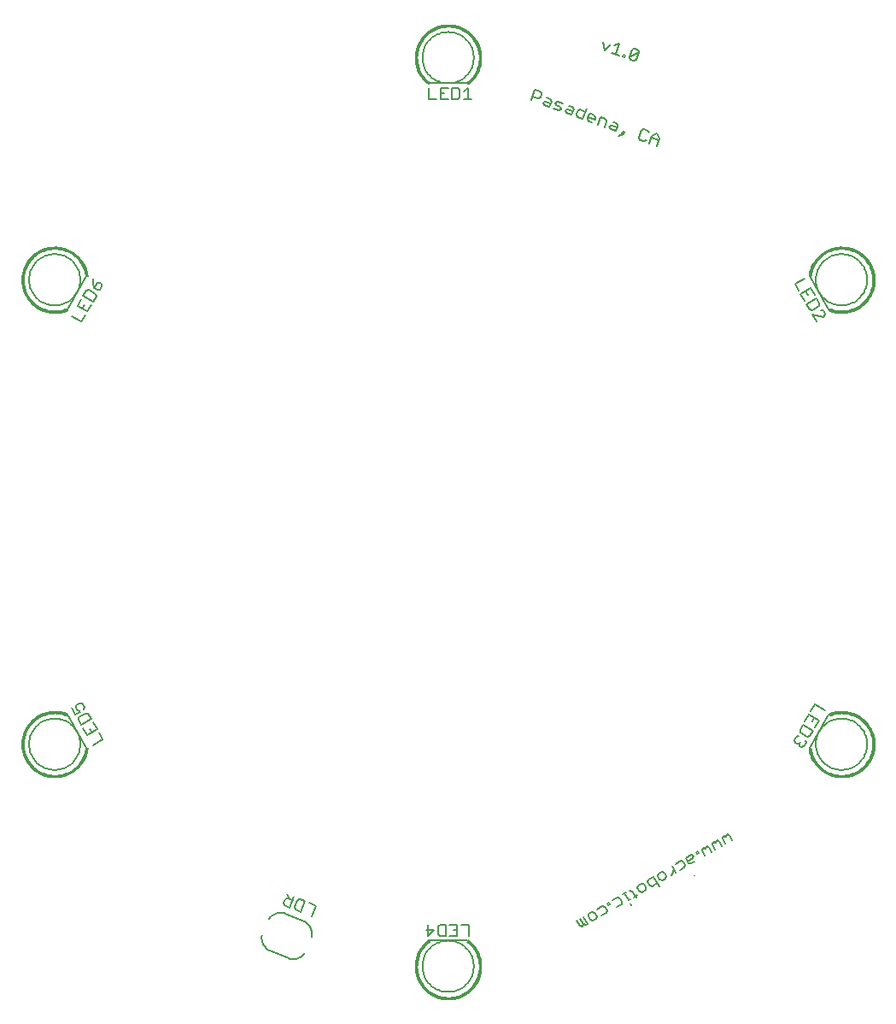
<source format=gto>
G75*
%MOIN*%
%OFA0B0*%
%FSLAX24Y24*%
%IPPOS*%
%LPD*%
%AMOC8*
5,1,8,0,0,1.08239X$1,22.5*
%
%ADD10C,0.0050*%
%ADD11C,0.0080*%
%ADD12C,0.0010*%
%ADD13C,0.0060*%
%ADD14R,0.0539X0.0001*%
%ADD15R,0.0550X0.0001*%
%ADD16R,0.0556X0.0001*%
%ADD17R,0.0555X0.0001*%
%ADD18R,0.0561X0.0001*%
%ADD19R,0.0560X0.0001*%
%ADD20R,0.0564X0.0001*%
%ADD21R,0.0564X0.0001*%
%ADD22R,0.0568X0.0001*%
%ADD23R,0.0567X0.0001*%
%ADD24R,0.0570X0.0001*%
%ADD25R,0.0574X0.0001*%
%ADD26R,0.0576X0.0001*%
%ADD27R,0.0576X0.0001*%
%ADD28R,0.0578X0.0001*%
%ADD29R,0.0581X0.0001*%
%ADD30R,0.0580X0.0001*%
%ADD31R,0.0583X0.0001*%
%ADD32R,0.0582X0.0001*%
%ADD33R,0.0585X0.0001*%
%ADD34R,0.0586X0.0001*%
%ADD35R,0.0588X0.0001*%
%ADD36R,0.0590X0.0001*%
%ADD37R,0.0591X0.0001*%
%ADD38R,0.0593X0.0001*%
%ADD39R,0.0594X0.0001*%
%ADD40R,0.0596X0.0001*%
%ADD41R,0.0595X0.0001*%
%ADD42R,0.0597X0.0001*%
%ADD43R,0.0598X0.0001*%
%ADD44R,0.0598X0.0001*%
%ADD45R,0.0599X0.0001*%
%ADD46R,0.0601X0.0001*%
%ADD47R,0.0600X0.0001*%
%ADD48R,0.0601X0.0001*%
%ADD49R,0.0602X0.0001*%
%ADD50R,0.0602X0.0001*%
%ADD51R,0.0603X0.0001*%
%ADD52R,0.0604X0.0001*%
%ADD53R,0.0604X0.0001*%
%ADD54R,0.0605X0.0001*%
%ADD55R,0.0606X0.0001*%
%ADD56R,0.0606X0.0001*%
%ADD57R,0.0607X0.0001*%
%ADD58R,0.0607X0.0001*%
%ADD59R,0.0609X0.0001*%
%ADD60R,0.0608X0.0001*%
%ADD61R,0.0609X0.0001*%
%ADD62R,0.0610X0.0001*%
%ADD63R,0.0610X0.0001*%
%ADD64R,0.0610X0.0001*%
%ADD65R,0.0611X0.0001*%
%ADD66R,0.0611X0.0001*%
%ADD67R,0.0611X0.0001*%
%ADD68R,0.0612X0.0001*%
%ADD69R,0.0612X0.0001*%
%ADD70R,0.0613X0.0001*%
%ADD71R,0.0613X0.0001*%
%ADD72R,0.0611X0.0001*%
%ADD73R,0.0606X0.0001*%
%ADD74R,0.0610X0.0001*%
%ADD75R,0.0604X0.0001*%
%ADD76R,0.0603X0.0001*%
%ADD77R,0.0608X0.0001*%
%ADD78R,0.0602X0.0001*%
%ADD79R,0.0599X0.0001*%
%ADD80R,0.0606X0.0001*%
%ADD81R,0.0598X0.0001*%
%ADD82R,0.0604X0.0001*%
%ADD83R,0.0596X0.0001*%
%ADD84R,0.0594X0.0001*%
%ADD85R,0.0602X0.0001*%
%ADD86R,0.0594X0.0001*%
%ADD87R,0.0592X0.0001*%
%ADD88R,0.0600X0.0001*%
%ADD89R,0.0590X0.0001*%
%ADD90R,0.0589X0.0001*%
%ADD91R,0.0598X0.0001*%
%ADD92R,0.0587X0.0001*%
%ADD93R,0.0586X0.0001*%
%ADD94R,0.0595X0.0001*%
%ADD95R,0.0582X0.0001*%
%ADD96R,0.0579X0.0001*%
%ADD97R,0.0591X0.0001*%
%ADD98R,0.0577X0.0001*%
%ADD99R,0.0590X0.0001*%
%ADD100R,0.0574X0.0001*%
%ADD101R,0.0571X0.0001*%
%ADD102R,0.0569X0.0001*%
%ADD103R,0.0584X0.0001*%
%ADD104R,0.0566X0.0001*%
%ADD105R,0.0562X0.0001*%
%ADD106R,0.0581X0.0001*%
%ADD107R,0.0557X0.0001*%
%ADD108R,0.0552X0.0001*%
%ADD109R,0.0576X0.0001*%
%ADD110R,0.0544X0.0001*%
%ADD111R,0.0413X0.0001*%
%ADD112R,0.0570X0.0001*%
%ADD113R,0.0412X0.0001*%
%ADD114R,0.0412X0.0001*%
%ADD115R,0.0564X0.0001*%
%ADD116R,0.0555X0.0001*%
%ADD117R,0.0411X0.0001*%
%ADD118R,0.0411X0.0001*%
%ADD119R,0.0540X0.0001*%
%ADD120R,0.0383X0.0001*%
%ADD121R,0.0410X0.0001*%
%ADD122R,0.0410X0.0001*%
%ADD123R,0.0383X0.0001*%
%ADD124R,0.0382X0.0001*%
%ADD125R,0.0410X0.0001*%
%ADD126R,0.0409X0.0001*%
%ADD127R,0.0382X0.0001*%
%ADD128R,0.0409X0.0001*%
%ADD129R,0.0382X0.0001*%
%ADD130R,0.0408X0.0001*%
%ADD131R,0.0408X0.0001*%
%ADD132R,0.0381X0.0001*%
%ADD133R,0.0381X0.0001*%
%ADD134R,0.0407X0.0001*%
%ADD135R,0.0407X0.0001*%
%ADD136R,0.0380X0.0001*%
%ADD137R,0.0380X0.0001*%
%ADD138R,0.0406X0.0001*%
%ADD139R,0.0406X0.0001*%
%ADD140R,0.0379X0.0001*%
%ADD141R,0.0406X0.0001*%
%ADD142R,0.0406X0.0001*%
%ADD143R,0.0379X0.0001*%
%ADD144R,0.0405X0.0001*%
%ADD145R,0.0378X0.0001*%
%ADD146R,0.0404X0.0001*%
%ADD147R,0.0378X0.0001*%
%ADD148R,0.0404X0.0001*%
%ADD149R,0.0378X0.0001*%
%ADD150R,0.0403X0.0001*%
%ADD151R,0.0403X0.0001*%
%ADD152R,0.0377X0.0001*%
%ADD153R,0.0377X0.0001*%
%ADD154R,0.0402X0.0001*%
%ADD155R,0.0402X0.0001*%
%ADD156R,0.0376X0.0001*%
%ADD157R,0.0376X0.0001*%
%ADD158R,0.0402X0.0001*%
%ADD159R,0.0402X0.0001*%
%ADD160R,0.0375X0.0001*%
%ADD161R,0.0401X0.0001*%
%ADD162R,0.0375X0.0001*%
%ADD163R,0.0400X0.0001*%
%ADD164R,0.0400X0.0001*%
%ADD165R,0.0374X0.0001*%
%ADD166R,0.0399X0.0001*%
%ADD167R,0.0374X0.0001*%
%ADD168R,0.0399X0.0001*%
%ADD169R,0.0374X0.0001*%
%ADD170R,0.0398X0.0001*%
%ADD171R,0.0398X0.0001*%
%ADD172R,0.0374X0.0001*%
%ADD173R,0.0373X0.0001*%
%ADD174R,0.0398X0.0001*%
%ADD175R,0.0398X0.0001*%
%ADD176R,0.0372X0.0001*%
%ADD177R,0.0397X0.0001*%
%ADD178R,0.0372X0.0001*%
%ADD179R,0.0396X0.0001*%
%ADD180R,0.0371X0.0001*%
%ADD181R,0.0396X0.0001*%
%ADD182R,0.0371X0.0001*%
%ADD183R,0.0395X0.0001*%
%ADD184R,0.0370X0.0001*%
%ADD185R,0.0395X0.0001*%
%ADD186R,0.0370X0.0001*%
%ADD187R,0.0394X0.0001*%
%ADD188R,0.0394X0.0001*%
%ADD189R,0.0370X0.0001*%
%ADD190R,0.0394X0.0001*%
%ADD191R,0.0394X0.0001*%
%ADD192R,0.0370X0.0001*%
%ADD193R,0.0369X0.0001*%
%ADD194R,0.0393X0.0001*%
%ADD195R,0.0393X0.0001*%
%ADD196R,0.0369X0.0001*%
%ADD197R,0.0392X0.0001*%
%ADD198R,0.0368X0.0001*%
%ADD199R,0.0391X0.0001*%
%ADD200R,0.0367X0.0001*%
%ADD201R,0.0391X0.0001*%
%ADD202R,0.0367X0.0001*%
%ADD203R,0.0390X0.0001*%
%ADD204R,0.0390X0.0001*%
%ADD205R,0.0366X0.0001*%
%ADD206R,0.0366X0.0001*%
%ADD207R,0.0390X0.0001*%
%ADD208R,0.0390X0.0001*%
%ADD209R,0.0366X0.0001*%
%ADD210R,0.0366X0.0001*%
%ADD211R,0.0389X0.0001*%
%ADD212R,0.0389X0.0001*%
%ADD213R,0.0388X0.0001*%
%ADD214R,0.0365X0.0001*%
%ADD215R,0.0388X0.0001*%
%ADD216R,0.0365X0.0001*%
%ADD217R,0.0387X0.0001*%
%ADD218R,0.0364X0.0001*%
%ADD219R,0.0386X0.0001*%
%ADD220R,0.0364X0.0001*%
%ADD221R,0.0386X0.0001*%
%ADD222R,0.0363X0.0001*%
%ADD223R,0.0386X0.0001*%
%ADD224R,0.0386X0.0001*%
%ADD225R,0.0362X0.0001*%
%ADD226R,0.0362X0.0001*%
%ADD227R,0.0385X0.0001*%
%ADD228R,0.0385X0.0001*%
%ADD229R,0.0362X0.0001*%
%ADD230R,0.0384X0.0001*%
%ADD231R,0.0362X0.0001*%
%ADD232R,0.0384X0.0001*%
%ADD233R,0.0361X0.0001*%
%ADD234R,0.0361X0.0001*%
%ADD235R,0.0382X0.0001*%
%ADD236R,0.0360X0.0001*%
%ADD237R,0.0360X0.0001*%
%ADD238R,0.0359X0.0001*%
%ADD239R,0.0359X0.0001*%
%ADD240R,0.0358X0.0001*%
%ADD241R,0.0358X0.0001*%
%ADD242R,0.0379X0.0001*%
%ADD243R,0.0358X0.0001*%
%ADD244R,0.0357X0.0001*%
%ADD245R,0.0357X0.0001*%
%ADD246R,0.0378X0.0001*%
%ADD247R,0.0356X0.0001*%
%ADD248R,0.0356X0.0001*%
%ADD249R,0.0355X0.0001*%
%ADD250R,0.0376X0.0001*%
%ADD251R,0.0376X0.0001*%
%ADD252R,0.0355X0.0001*%
%ADD253R,0.0354X0.0001*%
%ADD254R,0.0354X0.0001*%
%ADD255R,0.0354X0.0001*%
%ADD256R,0.0353X0.0001*%
%ADD257R,0.0353X0.0001*%
%ADD258R,0.0373X0.0001*%
%ADD259R,0.0373X0.0001*%
%ADD260R,0.0352X0.0001*%
%ADD261R,0.0352X0.0001*%
%ADD262R,0.0351X0.0001*%
%ADD263R,0.0351X0.0001*%
%ADD264R,0.0350X0.0001*%
%ADD265R,0.0350X0.0001*%
%ADD266R,0.0370X0.0001*%
%ADD267R,0.0350X0.0001*%
%ADD268R,0.0350X0.0001*%
%ADD269R,0.0349X0.0001*%
%ADD270R,0.0368X0.0001*%
%ADD271R,0.0348X0.0001*%
%ADD272R,0.0348X0.0001*%
%ADD273R,0.0347X0.0001*%
%ADD274R,0.0347X0.0001*%
%ADD275R,0.0346X0.0001*%
%ADD276R,0.0346X0.0001*%
%ADD277R,0.0346X0.0001*%
%ADD278R,0.0346X0.0001*%
%ADD279R,0.0345X0.0001*%
%ADD280R,0.0363X0.0001*%
%ADD281R,0.0345X0.0001*%
%ADD282R,0.0344X0.0001*%
%ADD283R,0.0343X0.0001*%
%ADD284R,0.0343X0.0001*%
%ADD285R,0.0342X0.0001*%
%ADD286R,0.0342X0.0001*%
%ADD287R,0.0342X0.0001*%
%ADD288R,0.0342X0.0001*%
%ADD289R,0.0359X0.0001*%
%ADD290R,0.0359X0.0001*%
%ADD291R,0.0341X0.0001*%
%ADD292R,0.0358X0.0001*%
%ADD293R,0.0341X0.0001*%
%ADD294R,0.0340X0.0001*%
%ADD295R,0.0340X0.0001*%
%ADD296R,0.0339X0.0001*%
%ADD297R,0.0356X0.0001*%
%ADD298R,0.0338X0.0001*%
%ADD299R,0.0356X0.0001*%
%ADD300R,0.0338X0.0001*%
%ADD301R,0.0338X0.0001*%
%ADD302R,0.0338X0.0001*%
%ADD303R,0.0337X0.0001*%
%ADD304R,0.0337X0.0001*%
%ADD305R,0.0354X0.0001*%
%ADD306R,0.0353X0.0001*%
%ADD307R,0.0336X0.0001*%
%ADD308R,0.0353X0.0001*%
%ADD309R,0.0336X0.0001*%
%ADD310R,0.0335X0.0001*%
%ADD311R,0.0335X0.0001*%
%ADD312R,0.0334X0.0001*%
%ADD313R,0.0334X0.0001*%
%ADD314R,0.0334X0.0001*%
%ADD315R,0.0350X0.0001*%
%ADD316R,0.0350X0.0001*%
%ADD317R,0.0333X0.0001*%
%ADD318R,0.0333X0.0001*%
%ADD319R,0.0349X0.0001*%
%ADD320R,0.0332X0.0001*%
%ADD321R,0.0332X0.0001*%
%ADD322R,0.0331X0.0001*%
%ADD323R,0.0331X0.0001*%
%ADD324R,0.0330X0.0001*%
%ADD325R,0.0330X0.0001*%
%ADD326R,0.0330X0.0001*%
%ADD327R,0.0329X0.0001*%
%ADD328R,0.0329X0.0001*%
%ADD329R,0.0328X0.0001*%
%ADD330R,0.0328X0.0001*%
%ADD331R,0.0327X0.0001*%
%ADD332R,0.0327X0.0001*%
%ADD333R,0.0326X0.0001*%
%ADD334R,0.0326X0.0001*%
%ADD335R,0.0326X0.0001*%
%ADD336R,0.0326X0.0001*%
%ADD337R,0.0339X0.0001*%
%ADD338R,0.0325X0.0001*%
%ADD339R,0.0324X0.0001*%
%ADD340R,0.0324X0.0001*%
%ADD341R,0.0323X0.0001*%
%ADD342R,0.0323X0.0001*%
%ADD343R,0.0322X0.0001*%
%ADD344R,0.0322X0.0001*%
%ADD345R,0.0336X0.0001*%
%ADD346R,0.0336X0.0001*%
%ADD347R,0.0322X0.0001*%
%ADD348R,0.0334X0.0001*%
%ADD349R,0.0322X0.0001*%
%ADD350R,0.0321X0.0001*%
%ADD351R,0.0321X0.0001*%
%ADD352R,0.0320X0.0001*%
%ADD353R,0.0333X0.0001*%
%ADD354R,0.0333X0.0001*%
%ADD355R,0.0319X0.0001*%
%ADD356R,0.0319X0.0001*%
%ADD357R,0.0318X0.0001*%
%ADD358R,0.0318X0.0001*%
%ADD359R,0.0318X0.0001*%
%ADD360R,0.0318X0.0001*%
%ADD361R,0.0330X0.0001*%
%ADD362R,0.0330X0.0001*%
%ADD363R,0.0317X0.0001*%
%ADD364R,0.0317X0.0001*%
%ADD365R,0.0316X0.0001*%
%ADD366R,0.0316X0.0001*%
%ADD367R,0.0315X0.0001*%
%ADD368R,0.0314X0.0001*%
%ADD369R,0.0314X0.0001*%
%ADD370R,0.0314X0.0001*%
%ADD371R,0.0314X0.0001*%
%ADD372R,0.0325X0.0001*%
%ADD373R,0.0313X0.0001*%
%ADD374R,0.0313X0.0001*%
%ADD375R,0.0312X0.0001*%
%ADD376R,0.0312X0.0001*%
%ADD377R,0.0311X0.0001*%
%ADD378R,0.0311X0.0001*%
%ADD379R,0.0310X0.0001*%
%ADD380R,0.0310X0.0001*%
%ADD381R,0.0310X0.0001*%
%ADD382R,0.0320X0.0001*%
%ADD383R,0.0309X0.0001*%
%ADD384R,0.0309X0.0001*%
%ADD385R,0.0319X0.0001*%
%ADD386R,0.0319X0.0001*%
%ADD387R,0.0308X0.0001*%
%ADD388R,0.0308X0.0001*%
%ADD389R,0.0307X0.0001*%
%ADD390R,0.0307X0.0001*%
%ADD391R,0.0306X0.0001*%
%ADD392R,0.0316X0.0001*%
%ADD393R,0.0306X0.0001*%
%ADD394R,0.0316X0.0001*%
%ADD395R,0.0306X0.0001*%
%ADD396R,0.0315X0.0001*%
%ADD397R,0.0305X0.0001*%
%ADD398R,0.0305X0.0001*%
%ADD399R,0.0304X0.0001*%
%ADD400R,0.0304X0.0001*%
%ADD401R,0.0313X0.0001*%
%ADD402R,0.0303X0.0001*%
%ADD403R,0.0313X0.0001*%
%ADD404R,0.0303X0.0001*%
%ADD405R,0.0302X0.0001*%
%ADD406R,0.0302X0.0001*%
%ADD407R,0.0302X0.0001*%
%ADD408R,0.0310X0.0001*%
%ADD409R,0.0302X0.0001*%
%ADD410R,0.0301X0.0001*%
%ADD411R,0.0310X0.0001*%
%ADD412R,0.0300X0.0001*%
%ADD413R,0.0300X0.0001*%
%ADD414R,0.0299X0.0001*%
%ADD415R,0.0299X0.0001*%
%ADD416R,0.0298X0.0001*%
%ADD417R,0.0298X0.0001*%
%ADD418R,0.0298X0.0001*%
%ADD419R,0.0306X0.0001*%
%ADD420R,0.0298X0.0001*%
%ADD421R,0.0297X0.0001*%
%ADD422R,0.0297X0.0001*%
%ADD423R,0.0296X0.0001*%
%ADD424R,0.0295X0.0001*%
%ADD425R,0.0295X0.0001*%
%ADD426R,0.0294X0.0001*%
%ADD427R,0.0294X0.0001*%
%ADD428R,0.0294X0.0001*%
%ADD429R,0.0294X0.0001*%
%ADD430R,0.0301X0.0001*%
%ADD431R,0.0293X0.0001*%
%ADD432R,0.0299X0.0001*%
%ADD433R,0.0293X0.0001*%
%ADD434R,0.0299X0.0001*%
%ADD435R,0.0292X0.0001*%
%ADD436R,0.0292X0.0001*%
%ADD437R,0.0291X0.0001*%
%ADD438R,0.0290X0.0001*%
%ADD439R,0.0290X0.0001*%
%ADD440R,0.0290X0.0001*%
%ADD441R,0.0296X0.0001*%
%ADD442R,0.0290X0.0001*%
%ADD443R,0.0289X0.0001*%
%ADD444R,0.0289X0.0001*%
%ADD445R,0.0288X0.0001*%
%ADD446R,0.0288X0.0001*%
%ADD447R,0.0287X0.0001*%
%ADD448R,0.0293X0.0001*%
%ADD449R,0.0293X0.0001*%
%ADD450R,0.0287X0.0001*%
%ADD451R,0.0286X0.0001*%
%ADD452R,0.0291X0.0001*%
%ADD453R,0.0286X0.0001*%
%ADD454R,0.0286X0.0001*%
%ADD455R,0.0285X0.0001*%
%ADD456R,0.0285X0.0001*%
%ADD457R,0.0290X0.0001*%
%ADD458R,0.0290X0.0001*%
%ADD459R,0.0284X0.0001*%
%ADD460R,0.0284X0.0001*%
%ADD461R,0.0283X0.0001*%
%ADD462R,0.0283X0.0001*%
%ADD463R,0.0282X0.0001*%
%ADD464R,0.0286X0.0001*%
%ADD465R,0.0282X0.0001*%
%ADD466R,0.0282X0.0001*%
%ADD467R,0.0281X0.0001*%
%ADD468R,0.0281X0.0001*%
%ADD469R,0.0280X0.0001*%
%ADD470R,0.0280X0.0001*%
%ADD471R,0.0279X0.0001*%
%ADD472R,0.0279X0.0001*%
%ADD473R,0.0278X0.0001*%
%ADD474R,0.0282X0.0001*%
%ADD475R,0.0278X0.0001*%
%ADD476R,0.0278X0.0001*%
%ADD477R,0.0278X0.0001*%
%ADD478R,0.0277X0.0001*%
%ADD479R,0.0276X0.0001*%
%ADD480R,0.0279X0.0001*%
%ADD481R,0.0276X0.0001*%
%ADD482R,0.0275X0.0001*%
%ADD483R,0.0275X0.0001*%
%ADD484R,0.0274X0.0001*%
%ADD485R,0.0274X0.0001*%
%ADD486R,0.0277X0.0001*%
%ADD487R,0.0274X0.0001*%
%ADD488R,0.0276X0.0001*%
%ADD489R,0.0276X0.0001*%
%ADD490R,0.0274X0.0001*%
%ADD491R,0.0273X0.0001*%
%ADD492R,0.0273X0.0001*%
%ADD493R,0.0272X0.0001*%
%ADD494R,0.0271X0.0001*%
%ADD495R,0.0271X0.0001*%
%ADD496R,0.0273X0.0001*%
%ADD497R,0.0273X0.0001*%
%ADD498R,0.0270X0.0001*%
%ADD499R,0.0270X0.0001*%
%ADD500R,0.0272X0.0001*%
%ADD501R,0.0270X0.0001*%
%ADD502R,0.0270X0.0001*%
%ADD503R,0.0269X0.0001*%
%ADD504R,0.0269X0.0001*%
%ADD505R,0.0270X0.0001*%
%ADD506R,0.0268X0.0001*%
%ADD507R,0.0268X0.0001*%
%ADD508R,0.0267X0.0001*%
%ADD509R,0.0266X0.0001*%
%ADD510R,0.0266X0.0001*%
%ADD511R,0.0267X0.0001*%
%ADD512R,0.0266X0.0001*%
%ADD513R,0.0266X0.0001*%
%ADD514R,0.0265X0.0001*%
%ADD515R,0.0265X0.0001*%
%ADD516R,0.0264X0.0001*%
%ADD517R,0.0264X0.0001*%
%ADD518R,0.0263X0.0001*%
%ADD519R,0.0263X0.0001*%
%ADD520R,0.0262X0.0001*%
%ADD521R,0.0262X0.0001*%
%ADD522R,0.0262X0.0001*%
%ADD523R,0.0262X0.0001*%
%ADD524R,0.0261X0.0001*%
%ADD525R,0.0261X0.0001*%
%ADD526R,0.0260X0.0001*%
%ADD527R,0.0260X0.0001*%
%ADD528R,0.0259X0.0001*%
%ADD529R,0.0259X0.0001*%
%ADD530R,0.0259X0.0001*%
%ADD531R,0.0258X0.0001*%
%ADD532R,0.0258X0.0001*%
%ADD533R,0.0259X0.0001*%
%ADD534R,0.0258X0.0001*%
%ADD535R,0.0258X0.0001*%
%ADD536R,0.0257X0.0001*%
%ADD537R,0.0256X0.0001*%
%ADD538R,0.0257X0.0001*%
%ADD539R,0.0256X0.0001*%
%ADD540R,0.0255X0.0001*%
%ADD541R,0.0255X0.0001*%
%ADD542R,0.0256X0.0001*%
%ADD543R,0.0256X0.0001*%
%ADD544R,0.0254X0.0001*%
%ADD545R,0.0254X0.0001*%
%ADD546R,0.0254X0.0001*%
%ADD547R,0.0254X0.0001*%
%ADD548R,0.0253X0.0001*%
%ADD549R,0.0253X0.0001*%
%ADD550R,0.0252X0.0001*%
%ADD551R,0.0251X0.0001*%
%ADD552R,0.0251X0.0001*%
%ADD553R,0.0253X0.0001*%
%ADD554R,0.0250X0.0001*%
%ADD555R,0.0250X0.0001*%
%ADD556R,0.0252X0.0001*%
%ADD557R,0.0250X0.0001*%
%ADD558R,0.0250X0.0001*%
%ADD559R,0.0249X0.0001*%
%ADD560R,0.0249X0.0001*%
%ADD561R,0.0248X0.0001*%
%ADD562R,0.0247X0.0001*%
%ADD563R,0.0247X0.0001*%
%ADD564R,0.0250X0.0001*%
%ADD565R,0.0246X0.0001*%
%ADD566R,0.0246X0.0001*%
%ADD567R,0.0250X0.0001*%
%ADD568R,0.0246X0.0001*%
%ADD569R,0.0246X0.0001*%
%ADD570R,0.0245X0.0001*%
%ADD571R,0.0245X0.0001*%
%ADD572R,0.0244X0.0001*%
%ADD573R,0.0243X0.0001*%
%ADD574R,0.0243X0.0001*%
%ADD575R,0.0242X0.0001*%
%ADD576R,0.0242X0.0001*%
%ADD577R,0.0242X0.0001*%
%ADD578R,0.0242X0.0001*%
%ADD579R,0.0241X0.0001*%
%ADD580R,0.0241X0.0001*%
%ADD581R,0.0240X0.0001*%
%ADD582R,0.0240X0.0001*%
%ADD583R,0.0244X0.0001*%
%ADD584R,0.0239X0.0001*%
%ADD585R,0.0238X0.0001*%
%ADD586R,0.0238X0.0001*%
%ADD587R,0.0238X0.0001*%
%ADD588R,0.0238X0.0001*%
%ADD589R,0.0237X0.0001*%
%ADD590R,0.0237X0.0001*%
%ADD591R,0.0415X0.0001*%
%ADD592R,0.0415X0.0001*%
%ADD593R,0.1389X0.0001*%
%ADD594R,0.1389X0.0001*%
%ADD595R,0.0514X0.0001*%
%ADD596R,0.0489X0.0001*%
%ADD597R,0.0514X0.0001*%
%ADD598R,0.0489X0.0001*%
%ADD599R,0.1388X0.0001*%
%ADD600R,0.1388X0.0001*%
%ADD601R,0.1387X0.0001*%
%ADD602R,0.1387X0.0001*%
%ADD603R,0.1386X0.0001*%
%ADD604R,0.1386X0.0001*%
%ADD605R,0.1386X0.0001*%
%ADD606R,0.1385X0.0001*%
%ADD607R,0.1384X0.0001*%
%ADD608R,0.1384X0.0001*%
%ADD609R,0.1383X0.0001*%
%ADD610R,0.1383X0.0001*%
%ADD611R,0.1382X0.0001*%
%ADD612R,0.1382X0.0001*%
%ADD613R,0.1382X0.0001*%
%ADD614R,0.1381X0.0001*%
%ADD615R,0.1381X0.0001*%
%ADD616R,0.1380X0.0001*%
%ADD617R,0.1379X0.0001*%
%ADD618R,0.1379X0.0001*%
%ADD619R,0.1378X0.0001*%
%ADD620R,0.1378X0.0001*%
%ADD621R,0.1378X0.0001*%
%ADD622R,0.1376X0.0001*%
%ADD623R,0.1376X0.0001*%
%ADD624R,0.1374X0.0001*%
%ADD625R,0.1374X0.0001*%
%ADD626R,0.1373X0.0001*%
%ADD627R,0.1373X0.0001*%
%ADD628R,0.1371X0.0001*%
%ADD629R,0.1371X0.0001*%
%ADD630R,0.1370X0.0001*%
%ADD631R,0.1370X0.0001*%
%ADD632R,0.1369X0.0001*%
%ADD633R,0.1368X0.0001*%
%ADD634R,0.1368X0.0001*%
%ADD635R,0.1367X0.0001*%
%ADD636R,0.1366X0.0001*%
%ADD637R,0.1366X0.0001*%
%ADD638R,0.1365X0.0001*%
%ADD639R,0.1364X0.0001*%
%ADD640R,0.1363X0.0001*%
%ADD641R,0.1363X0.0001*%
%ADD642R,0.1362X0.0001*%
%ADD643R,0.1362X0.0001*%
%ADD644R,0.1362X0.0001*%
%ADD645R,0.1361X0.0001*%
%ADD646R,0.1360X0.0001*%
%ADD647R,0.1359X0.0001*%
%ADD648R,0.1358X0.0001*%
%ADD649R,0.1358X0.0001*%
%ADD650R,0.1358X0.0001*%
%ADD651R,0.1357X0.0001*%
%ADD652R,0.1357X0.0001*%
%ADD653R,0.1356X0.0001*%
%ADD654R,0.1355X0.0001*%
%ADD655R,0.1354X0.0001*%
%ADD656R,0.1354X0.0001*%
%ADD657R,0.1354X0.0001*%
%ADD658R,0.1353X0.0001*%
%ADD659R,0.1352X0.0001*%
%ADD660R,0.1351X0.0001*%
%ADD661R,0.1350X0.0001*%
%ADD662R,0.1348X0.0001*%
%ADD663R,0.1346X0.0001*%
%ADD664R,0.1344X0.0001*%
%ADD665R,0.1342X0.0001*%
%ADD666R,0.1341X0.0001*%
%ADD667R,0.1339X0.0001*%
%ADD668R,0.1338X0.0001*%
%ADD669R,0.1336X0.0001*%
%ADD670R,0.1334X0.0001*%
%ADD671R,0.1333X0.0001*%
%ADD672R,0.1331X0.0001*%
%ADD673R,0.1330X0.0001*%
%ADD674R,0.1328X0.0001*%
%ADD675R,0.1326X0.0001*%
%ADD676R,0.1325X0.0001*%
%ADD677R,0.1323X0.0001*%
%ADD678R,0.1322X0.0001*%
%ADD679R,0.1320X0.0001*%
%ADD680R,0.1318X0.0001*%
%ADD681R,0.1317X0.0001*%
%ADD682R,0.1315X0.0001*%
%ADD683R,0.1314X0.0001*%
%ADD684R,0.1312X0.0001*%
%ADD685R,0.1310X0.0001*%
%ADD686R,0.1309X0.0001*%
%ADD687R,0.1307X0.0001*%
%ADD688R,0.1306X0.0001*%
%ADD689R,0.1304X0.0001*%
%ADD690R,0.1302X0.0001*%
%ADD691R,0.1301X0.0001*%
%ADD692R,0.1299X0.0001*%
%ADD693R,0.1298X0.0001*%
%ADD694R,0.1296X0.0001*%
%ADD695R,0.1294X0.0001*%
%ADD696R,0.1292X0.0001*%
%ADD697R,0.1290X0.0001*%
%ADD698R,0.1289X0.0001*%
%ADD699R,0.1287X0.0001*%
%ADD700R,0.1286X0.0001*%
%ADD701R,0.1284X0.0001*%
%ADD702R,0.1282X0.0001*%
%ADD703R,0.1281X0.0001*%
%ADD704R,0.1279X0.0001*%
%ADD705R,0.1278X0.0001*%
%ADD706R,0.1276X0.0001*%
%ADD707R,0.1274X0.0001*%
%ADD708R,0.1273X0.0001*%
%ADD709R,0.1271X0.0001*%
%ADD710R,0.1270X0.0001*%
%ADD711R,0.1268X0.0001*%
%ADD712R,0.1266X0.0001*%
%ADD713R,0.1264X0.0001*%
%ADD714R,0.1262X0.0001*%
%ADD715R,0.1261X0.0001*%
%ADD716R,0.1259X0.0001*%
%ADD717R,0.1258X0.0001*%
%ADD718R,0.1256X0.0001*%
%ADD719R,0.1254X0.0001*%
%ADD720R,0.1253X0.0001*%
%ADD721R,0.1251X0.0001*%
%ADD722R,0.1250X0.0001*%
%ADD723R,0.1248X0.0001*%
%ADD724R,0.1246X0.0001*%
%ADD725R,0.1245X0.0001*%
%ADD726R,0.1243X0.0001*%
%ADD727R,0.1242X0.0001*%
%ADD728R,0.1240X0.0001*%
%ADD729R,0.1238X0.0001*%
%ADD730R,0.1237X0.0001*%
%ADD731R,0.1235X0.0001*%
%ADD732R,0.1234X0.0001*%
%ADD733R,0.1232X0.0001*%
%ADD734R,0.1230X0.0001*%
%ADD735R,0.1229X0.0001*%
%ADD736R,0.1227X0.0001*%
%ADD737R,0.1226X0.0001*%
%ADD738R,0.1224X0.0001*%
%ADD739R,0.1222X0.0001*%
%ADD740R,0.1221X0.0001*%
%ADD741R,0.1219X0.0001*%
%ADD742R,0.1218X0.0001*%
%ADD743R,0.1216X0.0001*%
%ADD744R,0.1214X0.0001*%
%ADD745R,0.1212X0.0001*%
%ADD746R,0.1210X0.0001*%
%ADD747R,0.1209X0.0001*%
%ADD748R,0.1207X0.0001*%
%ADD749R,0.1206X0.0001*%
%ADD750R,0.1204X0.0001*%
%ADD751R,0.1202X0.0001*%
%ADD752R,0.1201X0.0001*%
%ADD753R,0.1199X0.0001*%
%ADD754R,0.1198X0.0001*%
%ADD755R,0.1196X0.0001*%
%ADD756R,0.1194X0.0001*%
%ADD757R,0.1193X0.0001*%
%ADD758R,0.1191X0.0001*%
%ADD759R,0.1190X0.0001*%
%ADD760R,0.1188X0.0001*%
%ADD761R,0.1186X0.0001*%
%ADD762R,0.1184X0.0001*%
%ADD763R,0.1182X0.0001*%
%ADD764R,0.1181X0.0001*%
%ADD765R,0.1179X0.0001*%
%ADD766R,0.1178X0.0001*%
%ADD767R,0.1176X0.0001*%
%ADD768R,0.1174X0.0001*%
%ADD769R,0.1173X0.0001*%
%ADD770R,0.1171X0.0001*%
%ADD771R,0.1170X0.0001*%
%ADD772R,0.1168X0.0001*%
%ADD773R,0.1166X0.0001*%
%ADD774R,0.1165X0.0001*%
%ADD775R,0.1163X0.0001*%
%ADD776R,0.1162X0.0001*%
%ADD777R,0.1160X0.0001*%
%ADD778R,0.1158X0.0001*%
%ADD779R,0.1157X0.0001*%
%ADD780R,0.1155X0.0001*%
%ADD781R,0.1154X0.0001*%
%ADD782R,0.1152X0.0001*%
%ADD783R,0.1150X0.0001*%
%ADD784R,0.1149X0.0001*%
%ADD785R,0.1147X0.0001*%
%ADD786R,0.1146X0.0001*%
%ADD787R,0.1144X0.0001*%
%ADD788R,0.1142X0.0001*%
%ADD789R,0.1141X0.0001*%
%ADD790R,0.1139X0.0001*%
%ADD791R,0.1138X0.0001*%
%ADD792R,0.1136X0.0001*%
%ADD793R,0.1134X0.0001*%
%ADD794R,0.1132X0.0001*%
%ADD795R,0.1130X0.0001*%
%ADD796R,0.1129X0.0001*%
%ADD797R,0.1127X0.0001*%
%ADD798R,0.1126X0.0001*%
%ADD799R,0.1124X0.0001*%
%ADD800R,0.1122X0.0001*%
%ADD801R,0.1121X0.0001*%
%ADD802R,0.1119X0.0001*%
%ADD803R,0.1118X0.0001*%
%ADD804R,0.1116X0.0001*%
%ADD805R,0.1114X0.0001*%
%ADD806R,0.1113X0.0001*%
%ADD807R,0.1111X0.0001*%
%ADD808R,0.1110X0.0001*%
%ADD809R,0.1107X0.0001*%
%ADD810R,0.1106X0.0001*%
%ADD811R,0.1104X0.0001*%
%ADD812R,0.1102X0.0001*%
%ADD813R,0.1101X0.0001*%
%ADD814R,0.1099X0.0001*%
%ADD815R,0.1098X0.0001*%
%ADD816R,0.1096X0.0001*%
%ADD817R,0.1094X0.0001*%
%ADD818R,0.1093X0.0001*%
%ADD819R,0.1091X0.0001*%
%ADD820R,0.1090X0.0001*%
%ADD821R,0.1088X0.0001*%
%ADD822R,0.1086X0.0001*%
%ADD823R,0.1085X0.0001*%
%ADD824R,0.1083X0.0001*%
%ADD825R,0.1082X0.0001*%
%ADD826R,0.1080X0.0001*%
%ADD827R,0.1078X0.0001*%
%ADD828R,0.1077X0.0001*%
%ADD829R,0.1075X0.0001*%
%ADD830R,0.1074X0.0001*%
%ADD831R,0.1072X0.0001*%
%ADD832R,0.1070X0.0001*%
%ADD833R,0.1069X0.0001*%
%ADD834R,0.1067X0.0001*%
%ADD835R,0.1066X0.0001*%
%ADD836R,0.1064X0.0001*%
%ADD837R,0.1062X0.0001*%
%ADD838R,0.1061X0.0001*%
%ADD839R,0.1059X0.0001*%
%ADD840R,0.1058X0.0001*%
%ADD841R,0.1056X0.0001*%
%ADD842R,0.1054X0.0001*%
%ADD843R,0.1052X0.0001*%
%ADD844R,0.1050X0.0001*%
%ADD845R,0.1049X0.0001*%
%ADD846R,0.1047X0.0001*%
%ADD847R,0.1046X0.0001*%
%ADD848R,0.1044X0.0001*%
%ADD849R,0.1042X0.0001*%
%ADD850R,0.1041X0.0001*%
%ADD851R,0.1039X0.0001*%
%ADD852R,0.1038X0.0001*%
%ADD853R,0.1036X0.0001*%
%ADD854R,0.1034X0.0001*%
%ADD855R,0.1033X0.0001*%
%ADD856R,0.1031X0.0001*%
%ADD857R,0.1030X0.0001*%
%ADD858R,0.1027X0.0001*%
%ADD859R,0.1026X0.0001*%
%ADD860R,0.1024X0.0001*%
%ADD861R,0.1022X0.0001*%
%ADD862R,0.1021X0.0001*%
%ADD863R,0.1019X0.0001*%
%ADD864R,0.1018X0.0001*%
%ADD865R,0.1016X0.0001*%
%ADD866R,0.1014X0.0001*%
%ADD867R,0.1013X0.0001*%
%ADD868R,0.1011X0.0001*%
%ADD869R,0.1010X0.0001*%
%ADD870R,0.1008X0.0001*%
%ADD871R,0.1006X0.0001*%
%ADD872R,0.1005X0.0001*%
%ADD873R,0.1003X0.0001*%
%ADD874R,0.1002X0.0001*%
%ADD875R,0.1000X0.0001*%
%ADD876R,0.0998X0.0001*%
%ADD877R,0.0997X0.0001*%
%ADD878R,0.0995X0.0001*%
%ADD879R,0.0994X0.0001*%
%ADD880R,0.0992X0.0001*%
%ADD881R,0.0990X0.0001*%
%ADD882R,0.0989X0.0001*%
%ADD883R,0.0987X0.0001*%
%ADD884R,0.0986X0.0001*%
%ADD885R,0.0984X0.0001*%
%ADD886R,0.0982X0.0001*%
%ADD887R,0.0981X0.0001*%
%ADD888R,0.0979X0.0001*%
%ADD889R,0.0978X0.0001*%
%ADD890R,0.0976X0.0001*%
%ADD891R,0.0974X0.0001*%
%ADD892R,0.0972X0.0001*%
%ADD893R,0.0970X0.0001*%
%ADD894R,0.0969X0.0001*%
%ADD895R,0.0967X0.0001*%
%ADD896R,0.0966X0.0001*%
%ADD897R,0.0964X0.0001*%
%ADD898R,0.0962X0.0001*%
%ADD899R,0.0961X0.0001*%
%ADD900R,0.0959X0.0001*%
%ADD901R,0.0958X0.0001*%
%ADD902R,0.0956X0.0001*%
%ADD903R,0.0954X0.0001*%
%ADD904R,0.0953X0.0001*%
%ADD905R,0.0951X0.0001*%
%ADD906R,0.0950X0.0001*%
%ADD907R,0.0947X0.0001*%
%ADD908R,0.0946X0.0001*%
%ADD909R,0.0944X0.0001*%
%ADD910R,0.0942X0.0001*%
%ADD911R,0.0941X0.0001*%
%ADD912R,0.0939X0.0001*%
%ADD913R,0.0938X0.0001*%
%ADD914R,0.0936X0.0001*%
%ADD915R,0.0934X0.0001*%
%ADD916R,0.0933X0.0001*%
%ADD917R,0.0931X0.0001*%
%ADD918R,0.0930X0.0001*%
%ADD919R,0.0928X0.0001*%
%ADD920R,0.0926X0.0001*%
%ADD921R,0.0925X0.0001*%
%ADD922R,0.0923X0.0001*%
%ADD923R,0.0922X0.0001*%
%ADD924R,0.0920X0.0001*%
%ADD925R,0.0918X0.0001*%
%ADD926R,0.0917X0.0001*%
%ADD927R,0.0914X0.0001*%
%ADD928R,0.0909X0.0001*%
%ADD929R,0.0905X0.0001*%
%ADD930R,0.0901X0.0001*%
%ADD931R,0.0896X0.0001*%
%ADD932R,0.0891X0.0001*%
%ADD933R,0.0886X0.0001*%
%ADD934R,0.0882X0.0001*%
%ADD935R,0.0876X0.0001*%
%ADD936R,0.0871X0.0001*%
%ADD937R,0.0866X0.0001*%
%ADD938R,0.0860X0.0001*%
%ADD939R,0.0854X0.0001*%
%ADD940R,0.0848X0.0001*%
%ADD941R,0.0842X0.0001*%
%ADD942R,0.0835X0.0001*%
%ADD943R,0.0829X0.0001*%
%ADD944R,0.0821X0.0001*%
%ADD945R,0.0813X0.0001*%
%ADD946R,0.0804X0.0001*%
%ADD947R,0.0794X0.0001*%
%ADD948R,0.0782X0.0001*%
%ADD949R,0.0763X0.0001*%
%ADD950C,0.0000*%
D10*
X005974Y010739D02*
X006364Y010964D01*
X006214Y011224D01*
X006134Y011363D02*
X005984Y011623D01*
X005904Y011762D02*
X005791Y011957D01*
X005689Y011984D01*
X005428Y011834D01*
X005401Y011732D01*
X005514Y011537D01*
X005904Y011762D01*
X005864Y011381D02*
X005939Y011250D01*
X005744Y011138D02*
X006134Y011363D01*
X005744Y011138D02*
X005594Y011398D01*
X005283Y011935D02*
X005133Y012195D01*
X005301Y012205D02*
X005328Y012308D01*
X005458Y012383D01*
X005561Y012356D01*
X005636Y012226D01*
X005608Y012123D01*
X005478Y012048D02*
X005338Y012140D01*
X005301Y012205D01*
X005478Y012048D02*
X005283Y011935D01*
X013466Y004737D02*
X013564Y004778D01*
X013772Y004692D01*
X013829Y004830D02*
X013657Y004414D01*
X013449Y004500D01*
X013408Y004598D01*
X013466Y004737D01*
X013633Y004749D02*
X013552Y004945D01*
X013949Y004700D02*
X013834Y004422D01*
X013874Y004324D01*
X014082Y004238D01*
X014255Y004654D01*
X014047Y004740D01*
X013949Y004700D01*
X014403Y004593D02*
X014680Y004478D01*
X014508Y004062D01*
X018971Y003518D02*
X019271Y003518D01*
X019046Y003293D01*
X019046Y003743D01*
X019432Y003668D02*
X019432Y003368D01*
X019507Y003293D01*
X019732Y003293D01*
X019732Y003743D01*
X019507Y003743D01*
X019432Y003668D01*
X019892Y003743D02*
X020192Y003743D01*
X020192Y003293D01*
X019892Y003293D01*
X020042Y003518D02*
X020192Y003518D01*
X020352Y003743D02*
X020653Y003743D01*
X020653Y003293D01*
X024862Y003890D02*
X024975Y003695D01*
X025077Y003667D01*
X025105Y003770D01*
X024992Y003965D01*
X025122Y004040D02*
X025272Y003780D01*
X025207Y003742D01*
X025105Y003770D01*
X025374Y003925D02*
X025476Y003897D01*
X025606Y003972D01*
X025634Y004075D01*
X025559Y004205D01*
X025456Y004232D01*
X025326Y004157D01*
X025299Y004055D01*
X025374Y003925D01*
X025660Y004350D02*
X025855Y004463D01*
X025957Y004435D01*
X026032Y004305D01*
X026005Y004203D01*
X025810Y004090D01*
X026092Y004513D02*
X026054Y004578D01*
X026119Y004615D01*
X026157Y004550D01*
X026092Y004513D01*
X026258Y004695D02*
X026453Y004808D01*
X026555Y004780D01*
X026630Y004650D01*
X026603Y004548D01*
X026408Y004435D01*
X026869Y004701D02*
X026719Y004961D01*
X026654Y004924D02*
X026784Y004999D01*
X026919Y005077D02*
X027022Y005050D01*
X027172Y004790D01*
X027200Y004892D02*
X027070Y004817D01*
X026934Y004739D02*
X026869Y004701D01*
X026944Y004571D02*
X026981Y004506D01*
X027301Y005037D02*
X027403Y005010D01*
X027533Y005085D01*
X027561Y005188D01*
X027486Y005318D01*
X027383Y005345D01*
X027253Y005270D01*
X027226Y005167D01*
X027301Y005037D01*
X027699Y005268D02*
X027802Y005240D01*
X027997Y005353D01*
X028072Y005223D02*
X027847Y005613D01*
X027652Y005500D01*
X027624Y005398D01*
X027699Y005268D01*
X028098Y005498D02*
X028023Y005628D01*
X028051Y005730D01*
X028181Y005805D01*
X028283Y005778D01*
X028358Y005648D01*
X028331Y005545D01*
X028201Y005470D01*
X028098Y005498D01*
X028533Y005662D02*
X028598Y005700D01*
X028653Y005905D01*
X028578Y006035D02*
X028728Y005775D01*
X028867Y005855D02*
X029062Y005967D01*
X029089Y006070D01*
X029014Y006200D01*
X028912Y006227D01*
X028717Y006115D01*
X029115Y006345D02*
X029310Y006458D01*
X029413Y006430D01*
X029385Y006328D01*
X029190Y006215D01*
X029228Y006150D02*
X029115Y006345D01*
X029228Y006150D02*
X029330Y006123D01*
X029460Y006198D01*
X029547Y006508D02*
X029510Y006573D01*
X029575Y006610D01*
X029612Y006545D01*
X029547Y006508D01*
X029751Y006625D02*
X029863Y006430D01*
X029751Y006625D02*
X029778Y006728D01*
X029881Y006700D01*
X029908Y006803D01*
X030011Y006775D01*
X030123Y006580D01*
X030262Y006661D02*
X030150Y006856D01*
X030177Y006958D01*
X030280Y006931D01*
X030307Y007033D01*
X030410Y007006D01*
X030522Y006811D01*
X030661Y006891D02*
X030548Y007086D01*
X030576Y007188D01*
X030678Y007161D01*
X030706Y007263D01*
X030808Y007236D01*
X030921Y007041D01*
X033563Y010712D02*
X033628Y010675D01*
X033730Y010702D01*
X033805Y010832D01*
X033778Y010935D01*
X033858Y011073D02*
X033960Y011101D01*
X034073Y011296D01*
X033683Y011521D01*
X033570Y011326D01*
X033598Y011224D01*
X033858Y011073D01*
X033518Y011085D02*
X033415Y011057D01*
X033340Y010927D01*
X033368Y010825D01*
X033433Y010787D01*
X033535Y010815D01*
X033573Y010880D01*
X033535Y010815D02*
X033563Y010712D01*
X034153Y011435D02*
X034303Y011695D01*
X033913Y011920D01*
X033763Y011660D01*
X034033Y011677D02*
X034108Y011807D01*
X033993Y012058D02*
X034143Y012318D01*
X034533Y012093D01*
X034206Y027269D02*
X034056Y027529D01*
X034466Y027419D01*
X034531Y027457D01*
X034558Y027559D01*
X034483Y027689D01*
X034381Y027717D01*
X034301Y027856D02*
X034328Y027958D01*
X034216Y028153D01*
X033825Y027928D01*
X033938Y027733D01*
X034041Y027705D01*
X034301Y027856D01*
X034135Y028292D02*
X033985Y028552D01*
X033595Y028327D01*
X033745Y028067D01*
X033865Y028309D02*
X033790Y028439D01*
X033515Y028465D02*
X033365Y028725D01*
X033755Y028951D01*
X027973Y034111D02*
X028075Y034393D01*
X027986Y034586D01*
X027793Y034496D01*
X027690Y034214D01*
X027566Y034339D02*
X027469Y034294D01*
X027328Y034345D01*
X027283Y034442D01*
X027386Y034724D01*
X027482Y034769D01*
X027623Y034717D01*
X027668Y034621D01*
X027767Y034425D02*
X028050Y034323D01*
X026704Y034653D02*
X026633Y034678D01*
X026607Y034608D01*
X026678Y034582D01*
X026704Y034653D01*
X026678Y034582D02*
X026485Y034492D01*
X026386Y034688D02*
X026175Y034765D01*
X026130Y034862D01*
X026226Y034906D01*
X026438Y034829D01*
X026463Y034900D02*
X026386Y034688D01*
X026463Y034900D02*
X026418Y034996D01*
X026277Y035048D01*
X026031Y035057D02*
X025954Y034846D01*
X026031Y035057D02*
X025986Y035154D01*
X025774Y035231D01*
X025672Y034949D01*
X025572Y035144D02*
X025290Y035247D01*
X025265Y035177D02*
X025316Y035318D01*
X025412Y035362D01*
X025553Y035311D01*
X025598Y035215D01*
X025572Y035144D01*
X025450Y035029D02*
X025309Y035080D01*
X025265Y035177D01*
X025088Y035161D02*
X024877Y035238D01*
X024832Y035334D01*
X024883Y035475D01*
X024979Y035520D01*
X025191Y035443D01*
X025242Y035584D02*
X025088Y035161D01*
X024656Y035318D02*
X024444Y035395D01*
X024399Y035491D01*
X024496Y035536D01*
X024707Y035459D01*
X024733Y035530D02*
X024656Y035318D01*
X024733Y035530D02*
X024688Y035626D01*
X024547Y035677D01*
X024326Y035758D02*
X024114Y035835D01*
X024018Y035790D01*
X024063Y035694D01*
X024204Y035642D01*
X024249Y035546D01*
X024153Y035501D01*
X023941Y035578D01*
X023791Y035633D02*
X023579Y035710D01*
X023534Y035806D01*
X023630Y035851D01*
X023842Y035774D01*
X023868Y035845D02*
X023791Y035633D01*
X023868Y035845D02*
X023823Y035941D01*
X023682Y035992D01*
X023435Y036002D02*
X023339Y035957D01*
X023127Y036034D01*
X023076Y035893D02*
X023230Y036317D01*
X023441Y036239D01*
X023486Y036143D01*
X023435Y036002D01*
X025933Y037850D02*
X025895Y038183D01*
X026177Y038081D02*
X025933Y037850D01*
X026225Y037744D02*
X026507Y037641D01*
X026366Y037692D02*
X026520Y038116D01*
X026328Y038026D01*
X026683Y037657D02*
X026754Y037631D01*
X026728Y037561D01*
X026658Y037586D01*
X026683Y037657D01*
X026900Y037578D02*
X027284Y037757D01*
X027182Y037475D01*
X027085Y037430D01*
X026944Y037482D01*
X026900Y037578D01*
X027002Y037860D01*
X027098Y037905D01*
X027239Y037854D01*
X027284Y037757D01*
X020758Y035927D02*
X020458Y035927D01*
X020608Y035927D02*
X020608Y036377D01*
X020458Y036227D01*
X020298Y036302D02*
X020223Y036377D01*
X019997Y036377D01*
X019997Y035927D01*
X020223Y035927D01*
X020298Y036002D01*
X020298Y036302D01*
X019837Y036377D02*
X019537Y036377D01*
X019537Y035927D01*
X019837Y035927D01*
X019687Y036152D02*
X019537Y036152D01*
X019377Y035927D02*
X019077Y035927D01*
X019077Y036377D01*
X006303Y028747D02*
X006238Y028784D01*
X006135Y028757D01*
X006022Y028562D01*
X006152Y028487D01*
X006255Y028514D01*
X006330Y028644D01*
X006303Y028747D01*
X005967Y028767D02*
X006022Y028562D01*
X005967Y028767D02*
X005978Y028935D01*
X005812Y028498D02*
X005710Y028471D01*
X005597Y028276D01*
X005987Y028051D01*
X006100Y028246D01*
X006072Y028348D01*
X005812Y028498D01*
X005517Y028137D02*
X005367Y027877D01*
X005757Y027652D01*
X005907Y027912D01*
X005637Y027894D02*
X005562Y027764D01*
X005677Y027513D02*
X005527Y027253D01*
X005137Y027478D01*
D11*
X004972Y011929D02*
X005722Y010630D01*
X013477Y004182D02*
X014205Y003880D01*
X014244Y003858D01*
X014282Y003834D01*
X014317Y003806D01*
X014350Y003776D01*
X014381Y003743D01*
X014409Y003708D01*
X014434Y003671D01*
X014456Y003632D01*
X014475Y003592D01*
X014491Y003550D01*
X014503Y003507D01*
X014512Y003463D01*
X014517Y003418D01*
X014519Y003373D01*
X014517Y003329D01*
X014512Y003284D01*
X014240Y002630D02*
X014212Y002594D01*
X014182Y002561D01*
X014149Y002531D01*
X014114Y002503D01*
X014076Y002479D01*
X014037Y002457D01*
X013997Y002438D01*
X013954Y002423D01*
X013911Y002411D01*
X013867Y002402D01*
X013823Y002397D01*
X013778Y002396D01*
X013733Y002398D01*
X013689Y002404D01*
X013645Y002413D01*
X013602Y002425D01*
X012875Y002727D01*
X012836Y002749D01*
X012798Y002773D01*
X012763Y002801D01*
X012730Y002831D01*
X012699Y002864D01*
X012671Y002899D01*
X012646Y002936D01*
X012624Y002975D01*
X012605Y003015D01*
X012589Y003057D01*
X012577Y003100D01*
X012568Y003144D01*
X012563Y003189D01*
X012561Y003234D01*
X012563Y003278D01*
X012568Y003323D01*
X012839Y003977D02*
X012867Y004013D01*
X012897Y004046D01*
X012930Y004076D01*
X012965Y004104D01*
X013003Y004128D01*
X013042Y004150D01*
X013082Y004169D01*
X013125Y004184D01*
X013168Y004196D01*
X013212Y004205D01*
X013256Y004210D01*
X013301Y004211D01*
X013346Y004209D01*
X013390Y004203D01*
X013434Y004194D01*
X013477Y004182D01*
X019085Y003119D02*
X020585Y003119D01*
X033948Y010630D02*
X034698Y011929D01*
X034698Y027741D02*
X033948Y029040D01*
X020585Y036552D02*
X019085Y036552D01*
X005722Y029040D02*
X004972Y027741D01*
D12*
X005766Y029049D02*
X005676Y029039D01*
X005677Y029039D02*
X005666Y029107D01*
X005652Y029173D01*
X005634Y029239D01*
X005613Y029304D01*
X005587Y029368D01*
X005559Y029429D01*
X005526Y029490D01*
X005491Y029548D01*
X005452Y029604D01*
X005410Y029658D01*
X005365Y029709D01*
X005317Y029758D01*
X005266Y029804D01*
X005213Y029847D01*
X005158Y029887D01*
X005100Y029924D01*
X005041Y029957D01*
X004979Y029987D01*
X004917Y030014D01*
X004852Y030036D01*
X004787Y030056D01*
X004720Y030071D01*
X004653Y030083D01*
X004585Y030091D01*
X004517Y030094D01*
X004449Y030095D01*
X004380Y030091D01*
X004312Y030083D01*
X004245Y030072D01*
X004179Y030056D01*
X004113Y030037D01*
X004049Y030015D01*
X003986Y029988D01*
X003924Y029959D01*
X003864Y029925D01*
X003807Y029889D01*
X003751Y029849D01*
X003698Y029806D01*
X003648Y029760D01*
X003600Y029712D01*
X003554Y029660D01*
X003512Y029607D01*
X003473Y029551D01*
X003437Y029492D01*
X003405Y029432D01*
X003376Y029371D01*
X003351Y029307D01*
X003329Y029243D01*
X003311Y029177D01*
X003296Y029110D01*
X003286Y029042D01*
X003279Y028974D01*
X003276Y028906D01*
X003277Y028838D01*
X003282Y028770D01*
X003291Y028702D01*
X003303Y028635D01*
X003320Y028569D01*
X003340Y028503D01*
X003363Y028439D01*
X003391Y028377D01*
X003422Y028316D01*
X003456Y028257D01*
X003493Y028200D01*
X003534Y028145D01*
X003578Y028092D01*
X003624Y028043D01*
X003674Y027995D01*
X003726Y027951D01*
X003780Y027910D01*
X003837Y027872D01*
X003896Y027837D01*
X003956Y027805D01*
X004018Y027777D01*
X004082Y027753D01*
X004147Y027732D01*
X004213Y027715D01*
X004280Y027702D01*
X004348Y027692D01*
X004416Y027687D01*
X004484Y027685D01*
X004553Y027687D01*
X004621Y027693D01*
X004688Y027703D01*
X004755Y027717D01*
X004821Y027734D01*
X004886Y027755D01*
X004950Y027780D01*
X004985Y027698D01*
X004985Y027697D01*
X004919Y027671D01*
X004852Y027649D01*
X004783Y027631D01*
X004714Y027616D01*
X004643Y027605D01*
X004573Y027598D01*
X004502Y027595D01*
X004431Y027596D01*
X004360Y027601D01*
X004290Y027609D01*
X004220Y027622D01*
X004151Y027638D01*
X004082Y027658D01*
X004016Y027682D01*
X003950Y027709D01*
X003886Y027740D01*
X003824Y027774D01*
X003764Y027812D01*
X003706Y027853D01*
X003650Y027897D01*
X003597Y027944D01*
X003546Y027994D01*
X003499Y028046D01*
X003454Y028101D01*
X003412Y028159D01*
X003374Y028218D01*
X003339Y028280D01*
X003307Y028343D01*
X003279Y028409D01*
X003254Y028475D01*
X003233Y028543D01*
X003216Y028612D01*
X003203Y028682D01*
X003193Y028752D01*
X003188Y028823D01*
X003186Y028894D01*
X003188Y028965D01*
X003194Y029035D01*
X003204Y029106D01*
X003218Y029175D01*
X003235Y029244D01*
X003257Y029312D01*
X003282Y029378D01*
X003310Y029443D01*
X003342Y029507D01*
X003378Y029568D01*
X003416Y029627D01*
X003458Y029685D01*
X003504Y029739D01*
X003552Y029792D01*
X003602Y029841D01*
X003656Y029888D01*
X003712Y029932D01*
X003770Y029972D01*
X003830Y030010D01*
X003893Y030044D01*
X003957Y030074D01*
X004022Y030101D01*
X004089Y030124D01*
X004158Y030144D01*
X004227Y030160D01*
X004297Y030172D01*
X004367Y030180D01*
X004438Y030184D01*
X004509Y030185D01*
X004580Y030181D01*
X004651Y030174D01*
X004721Y030163D01*
X004790Y030148D01*
X004859Y030129D01*
X004926Y030106D01*
X004992Y030080D01*
X005056Y030050D01*
X005119Y030017D01*
X005180Y029980D01*
X005238Y029940D01*
X005295Y029897D01*
X005349Y029851D01*
X005400Y029802D01*
X005449Y029750D01*
X005494Y029696D01*
X005537Y029639D01*
X005577Y029580D01*
X005613Y029519D01*
X005646Y029456D01*
X005675Y029392D01*
X005701Y029326D01*
X005723Y029258D01*
X005741Y029190D01*
X005755Y029120D01*
X005766Y029050D01*
X005757Y029049D01*
X005746Y029119D01*
X005732Y029189D01*
X005713Y029258D01*
X005691Y029326D01*
X005665Y029392D01*
X005635Y029457D01*
X005602Y029520D01*
X005566Y029581D01*
X005526Y029640D01*
X005483Y029697D01*
X005436Y029751D01*
X005387Y029803D01*
X005335Y029851D01*
X005281Y029897D01*
X005224Y029940D01*
X005164Y029979D01*
X005103Y030016D01*
X005040Y030048D01*
X004975Y030078D01*
X004908Y030103D01*
X004840Y030125D01*
X004771Y030143D01*
X004701Y030157D01*
X004631Y030167D01*
X004560Y030174D01*
X004489Y030176D01*
X004417Y030174D01*
X004346Y030169D01*
X004276Y030159D01*
X004206Y030146D01*
X004136Y030129D01*
X004068Y030108D01*
X004002Y030083D01*
X003936Y030055D01*
X003872Y030023D01*
X003811Y029987D01*
X003751Y029949D01*
X003693Y029907D01*
X003638Y029861D01*
X003586Y029813D01*
X003536Y029762D01*
X003489Y029708D01*
X003445Y029652D01*
X003405Y029594D01*
X003367Y029533D01*
X003333Y029470D01*
X003303Y029406D01*
X003276Y029340D01*
X003253Y029272D01*
X003234Y029204D01*
X003218Y029134D01*
X003207Y029064D01*
X003199Y028993D01*
X003195Y028922D01*
X003196Y028851D01*
X003200Y028779D01*
X003208Y028709D01*
X003220Y028638D01*
X003236Y028569D01*
X003255Y028500D01*
X003279Y028433D01*
X003306Y028367D01*
X003337Y028303D01*
X003371Y028240D01*
X003409Y028180D01*
X003450Y028122D01*
X003494Y028066D01*
X003541Y028012D01*
X003591Y027962D01*
X003644Y027914D01*
X003699Y027869D01*
X003757Y027827D01*
X003817Y027789D01*
X003879Y027754D01*
X003943Y027722D01*
X004009Y027694D01*
X004076Y027670D01*
X004144Y027649D01*
X004213Y027632D01*
X004283Y027619D01*
X004354Y027610D01*
X004425Y027605D01*
X004496Y027604D01*
X004567Y027607D01*
X004638Y027614D01*
X004709Y027624D01*
X004779Y027639D01*
X004847Y027657D01*
X004915Y027680D01*
X004982Y027705D01*
X004978Y027714D01*
X004912Y027688D01*
X004845Y027666D01*
X004776Y027648D01*
X004707Y027633D01*
X004637Y027623D01*
X004567Y027616D01*
X004496Y027613D01*
X004425Y027614D01*
X004355Y027619D01*
X004285Y027628D01*
X004215Y027641D01*
X004146Y027658D01*
X004078Y027678D01*
X004012Y027702D01*
X003947Y027730D01*
X003883Y027761D01*
X003822Y027796D01*
X003762Y027835D01*
X003705Y027876D01*
X003650Y027921D01*
X003597Y027968D01*
X003548Y028018D01*
X003501Y028071D01*
X003457Y028127D01*
X003416Y028185D01*
X003379Y028245D01*
X003345Y028307D01*
X003314Y028371D01*
X003287Y028436D01*
X003264Y028503D01*
X003244Y028571D01*
X003229Y028640D01*
X003217Y028710D01*
X003209Y028780D01*
X003205Y028851D01*
X003204Y028922D01*
X003208Y028992D01*
X003216Y029063D01*
X003227Y029132D01*
X003243Y029202D01*
X003262Y029270D01*
X003285Y029337D01*
X003311Y029402D01*
X003341Y029466D01*
X003375Y029528D01*
X003412Y029589D01*
X003453Y029647D01*
X003496Y029703D01*
X003543Y029756D01*
X003592Y029807D01*
X003644Y029855D01*
X003699Y029899D01*
X003756Y029941D01*
X003815Y029980D01*
X003877Y030015D01*
X003940Y030047D01*
X004005Y030075D01*
X004071Y030099D01*
X004139Y030120D01*
X004208Y030137D01*
X004277Y030151D01*
X004347Y030160D01*
X004418Y030165D01*
X004489Y030167D01*
X004559Y030165D01*
X004630Y030158D01*
X004700Y030148D01*
X004769Y030134D01*
X004838Y030116D01*
X004905Y030095D01*
X004971Y030069D01*
X005036Y030040D01*
X005099Y030008D01*
X005159Y029972D01*
X005218Y029933D01*
X005275Y029890D01*
X005329Y029845D01*
X005381Y029796D01*
X005430Y029745D01*
X005476Y029691D01*
X005518Y029635D01*
X005558Y029576D01*
X005594Y029515D01*
X005627Y029453D01*
X005657Y029388D01*
X005683Y029323D01*
X005705Y029255D01*
X005723Y029187D01*
X005738Y029118D01*
X005748Y029048D01*
X005739Y029047D01*
X005729Y029117D01*
X005714Y029186D01*
X005695Y029255D01*
X005673Y029322D01*
X005647Y029389D01*
X005617Y029453D01*
X005584Y029516D01*
X005547Y029577D01*
X005507Y029635D01*
X005464Y029692D01*
X005417Y029745D01*
X005368Y029796D01*
X005315Y029845D01*
X005261Y029890D01*
X005203Y029932D01*
X005144Y029971D01*
X005082Y030006D01*
X005019Y030038D01*
X004954Y030067D01*
X004887Y030091D01*
X004819Y030112D01*
X004750Y030129D01*
X004680Y030142D01*
X004610Y030151D01*
X004539Y030157D01*
X004468Y030158D01*
X004397Y030155D01*
X004326Y030149D01*
X004256Y030138D01*
X004186Y030123D01*
X004118Y030105D01*
X004050Y030083D01*
X003984Y030057D01*
X003920Y030027D01*
X003857Y029994D01*
X003796Y029957D01*
X003737Y029917D01*
X003681Y029874D01*
X003627Y029827D01*
X003576Y029778D01*
X003528Y029726D01*
X003482Y029671D01*
X003440Y029614D01*
X003401Y029555D01*
X003366Y029493D01*
X003334Y029430D01*
X003305Y029364D01*
X003280Y029298D01*
X003259Y029230D01*
X003242Y029161D01*
X003229Y029091D01*
X003220Y029021D01*
X003214Y028950D01*
X003213Y028879D01*
X003216Y028808D01*
X003222Y028737D01*
X003233Y028667D01*
X003247Y028597D01*
X003266Y028529D01*
X003288Y028461D01*
X003314Y028395D01*
X003343Y028330D01*
X003376Y028267D01*
X003413Y028206D01*
X003453Y028148D01*
X003496Y028091D01*
X003542Y028037D01*
X003592Y027986D01*
X003644Y027938D01*
X003698Y027892D01*
X003756Y027850D01*
X003815Y027811D01*
X003876Y027775D01*
X003940Y027743D01*
X004005Y027715D01*
X004071Y027690D01*
X004139Y027669D01*
X004208Y027652D01*
X004278Y027638D01*
X004349Y027629D01*
X004419Y027623D01*
X004490Y027622D01*
X004561Y027625D01*
X004632Y027631D01*
X004702Y027641D01*
X004772Y027656D01*
X004841Y027674D01*
X004908Y027696D01*
X004974Y027722D01*
X004971Y027730D01*
X004905Y027705D01*
X004838Y027683D01*
X004770Y027665D01*
X004701Y027650D01*
X004631Y027640D01*
X004561Y027634D01*
X004490Y027631D01*
X004420Y027632D01*
X004349Y027638D01*
X004279Y027647D01*
X004210Y027660D01*
X004142Y027678D01*
X004074Y027698D01*
X004008Y027723D01*
X003944Y027751D01*
X003881Y027783D01*
X003820Y027819D01*
X003761Y027857D01*
X003704Y027899D01*
X003650Y027944D01*
X003598Y027993D01*
X003549Y028043D01*
X003503Y028097D01*
X003460Y028153D01*
X003421Y028211D01*
X003384Y028272D01*
X003351Y028334D01*
X003322Y028398D01*
X003296Y028464D01*
X003274Y028531D01*
X003256Y028599D01*
X003242Y028668D01*
X003231Y028738D01*
X003225Y028808D01*
X003222Y028879D01*
X003223Y028949D01*
X003229Y029020D01*
X003238Y029090D01*
X003251Y029159D01*
X003268Y029227D01*
X003289Y029295D01*
X003313Y029361D01*
X003342Y029426D01*
X003373Y029489D01*
X003409Y029550D01*
X003447Y029609D01*
X003489Y029666D01*
X003534Y029720D01*
X003582Y029772D01*
X003633Y029821D01*
X003687Y029867D01*
X003742Y029910D01*
X003801Y029949D01*
X003861Y029986D01*
X003924Y030019D01*
X003988Y030048D01*
X004053Y030074D01*
X004120Y030096D01*
X004188Y030115D01*
X004258Y030129D01*
X004327Y030140D01*
X004398Y030146D01*
X004468Y030149D01*
X004539Y030148D01*
X004609Y030142D01*
X004679Y030133D01*
X004748Y030120D01*
X004817Y030103D01*
X004884Y030083D01*
X004950Y030058D01*
X005015Y030030D01*
X005078Y029998D01*
X005139Y029963D01*
X005198Y029925D01*
X005255Y029883D01*
X005310Y029838D01*
X005361Y029790D01*
X005410Y029739D01*
X005457Y029686D01*
X005500Y029630D01*
X005539Y029572D01*
X005576Y029511D01*
X005609Y029449D01*
X005639Y029385D01*
X005665Y029319D01*
X005687Y029252D01*
X005705Y029184D01*
X005720Y029115D01*
X005730Y029046D01*
X005721Y029044D01*
X005711Y029114D01*
X005696Y029182D01*
X005678Y029250D01*
X005656Y029316D01*
X005630Y029382D01*
X005601Y029445D01*
X005568Y029507D01*
X005532Y029567D01*
X005492Y029625D01*
X005450Y029680D01*
X005404Y029733D01*
X005355Y029784D01*
X005304Y029831D01*
X005250Y029876D01*
X005193Y029917D01*
X005135Y029956D01*
X005074Y029990D01*
X005011Y030022D01*
X004947Y030050D01*
X004881Y030074D01*
X004814Y030095D01*
X004746Y030112D01*
X004677Y030124D01*
X004608Y030134D01*
X004538Y030139D01*
X004468Y030140D01*
X004398Y030137D01*
X004328Y030131D01*
X004259Y030120D01*
X004191Y030106D01*
X004123Y030088D01*
X004056Y030066D01*
X003991Y030040D01*
X003928Y030011D01*
X003866Y029978D01*
X003806Y029942D01*
X003748Y029902D01*
X003692Y029860D01*
X003639Y029814D01*
X003589Y029765D01*
X003541Y029714D01*
X003496Y029660D01*
X003455Y029604D01*
X003416Y029545D01*
X003381Y029484D01*
X003350Y029422D01*
X003322Y029358D01*
X003297Y029292D01*
X003277Y029225D01*
X003260Y029157D01*
X003247Y029088D01*
X003238Y029019D01*
X003232Y028949D01*
X003231Y028879D01*
X003234Y028809D01*
X003240Y028739D01*
X003251Y028670D01*
X003265Y028601D01*
X003283Y028534D01*
X003305Y028467D01*
X003330Y028402D01*
X003359Y028338D01*
X003392Y028276D01*
X003428Y028216D01*
X003468Y028158D01*
X003510Y028103D01*
X003556Y028049D01*
X003604Y027999D01*
X003656Y027951D01*
X003709Y027907D01*
X003766Y027865D01*
X003824Y027826D01*
X003885Y027791D01*
X003947Y027760D01*
X004012Y027731D01*
X004077Y027707D01*
X004144Y027686D01*
X004212Y027669D01*
X004281Y027656D01*
X004350Y027647D01*
X004420Y027641D01*
X004490Y027640D01*
X004560Y027643D01*
X004630Y027649D01*
X004699Y027659D01*
X004768Y027673D01*
X004836Y027691D01*
X004902Y027713D01*
X004967Y027739D01*
X004964Y027747D01*
X004899Y027722D01*
X004833Y027700D01*
X004766Y027682D01*
X004698Y027668D01*
X004629Y027658D01*
X004560Y027651D01*
X004490Y027649D01*
X004421Y027650D01*
X004351Y027656D01*
X004282Y027665D01*
X004214Y027678D01*
X004147Y027695D01*
X004080Y027716D01*
X004015Y027740D01*
X003951Y027768D01*
X003889Y027799D01*
X003829Y027834D01*
X003771Y027872D01*
X003715Y027914D01*
X003662Y027958D01*
X003611Y028005D01*
X003562Y028056D01*
X003517Y028108D01*
X003475Y028164D01*
X003436Y028221D01*
X003400Y028281D01*
X003367Y028342D01*
X003339Y028405D01*
X003313Y028470D01*
X003291Y028536D01*
X003274Y028603D01*
X003259Y028672D01*
X003249Y028740D01*
X003243Y028810D01*
X003240Y028879D01*
X003241Y028949D01*
X003247Y029018D01*
X003256Y029087D01*
X003269Y029155D01*
X003285Y029223D01*
X003306Y029289D01*
X003330Y029354D01*
X003358Y029418D01*
X003389Y029480D01*
X003424Y029540D01*
X003462Y029599D01*
X003503Y029655D01*
X003548Y029708D01*
X003595Y029759D01*
X003645Y029807D01*
X003698Y029853D01*
X003753Y029895D01*
X003810Y029934D01*
X003870Y029970D01*
X003931Y030003D01*
X003995Y030032D01*
X004059Y030057D01*
X004125Y030079D01*
X004193Y030097D01*
X004261Y030111D01*
X004329Y030122D01*
X004399Y030128D01*
X004468Y030131D01*
X004538Y030130D01*
X004607Y030125D01*
X004676Y030116D01*
X004744Y030103D01*
X004812Y030086D01*
X004878Y030066D01*
X004944Y030042D01*
X005007Y030014D01*
X005070Y029983D01*
X005130Y029948D01*
X005188Y029910D01*
X005244Y029869D01*
X005298Y029824D01*
X005349Y029777D01*
X005397Y029727D01*
X005443Y029675D01*
X005485Y029619D01*
X005524Y029562D01*
X005560Y029503D01*
X005593Y029441D01*
X005622Y029378D01*
X005648Y029313D01*
X005669Y029247D01*
X005688Y029180D01*
X005702Y029112D01*
X005712Y029043D01*
X005704Y029042D01*
X005693Y029111D01*
X005679Y029178D01*
X005661Y029245D01*
X005639Y029310D01*
X005614Y029375D01*
X005585Y029437D01*
X005552Y029498D01*
X005517Y029557D01*
X005478Y029614D01*
X005436Y029669D01*
X005390Y029721D01*
X005342Y029771D01*
X005292Y029818D01*
X005238Y029862D01*
X005183Y029903D01*
X005125Y029940D01*
X005065Y029975D01*
X005004Y030006D01*
X004940Y030033D01*
X004875Y030057D01*
X004809Y030077D01*
X004742Y030094D01*
X004675Y030107D01*
X004606Y030116D01*
X004537Y030121D01*
X004468Y030122D01*
X004399Y030119D01*
X004331Y030113D01*
X004262Y030102D01*
X004195Y030088D01*
X004128Y030070D01*
X004062Y030049D01*
X003998Y030023D01*
X003935Y029995D01*
X003874Y029962D01*
X003815Y029927D01*
X003758Y029888D01*
X003704Y029846D01*
X003651Y029801D01*
X003602Y029753D01*
X003555Y029702D01*
X003511Y029649D01*
X003470Y029593D01*
X003432Y029536D01*
X003397Y029476D01*
X003366Y029414D01*
X003338Y029351D01*
X003314Y029286D01*
X003294Y029220D01*
X003277Y029153D01*
X003265Y029085D01*
X003256Y029017D01*
X003250Y028948D01*
X003249Y028879D01*
X003252Y028810D01*
X003258Y028741D01*
X003268Y028673D01*
X003282Y028606D01*
X003300Y028539D01*
X003322Y028473D01*
X003347Y028409D01*
X003376Y028346D01*
X003408Y028285D01*
X003443Y028226D01*
X003482Y028169D01*
X003524Y028114D01*
X003569Y028062D01*
X003617Y028012D01*
X003667Y027965D01*
X003721Y027921D01*
X003776Y027880D01*
X003834Y027842D01*
X003893Y027807D01*
X003955Y027776D01*
X004018Y027748D01*
X004083Y027724D01*
X004149Y027704D01*
X004216Y027687D01*
X004284Y027674D01*
X004352Y027665D01*
X004421Y027659D01*
X004490Y027658D01*
X004559Y027660D01*
X004628Y027667D01*
X004696Y027677D01*
X004764Y027691D01*
X004830Y027709D01*
X004896Y027730D01*
X004960Y027755D01*
X004957Y027763D01*
X004892Y027738D01*
X004826Y027717D01*
X004759Y027699D01*
X004691Y027685D01*
X004623Y027675D01*
X004554Y027669D01*
X004484Y027667D01*
X004415Y027669D01*
X004346Y027674D01*
X004277Y027684D01*
X004209Y027698D01*
X004142Y027715D01*
X004076Y027736D01*
X004012Y027761D01*
X003948Y027789D01*
X003887Y027821D01*
X003827Y027856D01*
X003770Y027895D01*
X003715Y027937D01*
X003662Y027982D01*
X003612Y028030D01*
X003564Y028080D01*
X003520Y028134D01*
X003479Y028189D01*
X003441Y028247D01*
X003406Y028307D01*
X003374Y028369D01*
X003347Y028433D01*
X003323Y028498D01*
X003302Y028564D01*
X003286Y028631D01*
X003273Y028699D01*
X003264Y028768D01*
X003259Y028837D01*
X003258Y028906D01*
X003261Y028976D01*
X003268Y029045D01*
X003279Y029113D01*
X003293Y029181D01*
X003311Y029248D01*
X003334Y029313D01*
X003359Y029378D01*
X003389Y029441D01*
X003422Y029501D01*
X003458Y029561D01*
X003498Y029617D01*
X003541Y029672D01*
X003586Y029724D01*
X003635Y029773D01*
X003686Y029820D01*
X003740Y029863D01*
X003797Y029904D01*
X003855Y029941D01*
X003916Y029975D01*
X003978Y030005D01*
X004042Y030032D01*
X004108Y030055D01*
X004174Y030074D01*
X004242Y030089D01*
X004310Y030101D01*
X004379Y030109D01*
X004448Y030113D01*
X004517Y030112D01*
X004587Y030108D01*
X004655Y030100D01*
X004724Y030089D01*
X004791Y030073D01*
X004858Y030054D01*
X004923Y030030D01*
X004987Y030003D01*
X005049Y029973D01*
X005110Y029939D01*
X005168Y029902D01*
X005224Y029861D01*
X005278Y029818D01*
X005329Y029771D01*
X005378Y029721D01*
X005424Y029669D01*
X005466Y029615D01*
X005506Y029558D01*
X005542Y029498D01*
X005575Y029437D01*
X005604Y029375D01*
X005630Y029310D01*
X005652Y029244D01*
X005670Y029178D01*
X005684Y029110D01*
X005695Y029041D01*
X005686Y029040D01*
X005675Y029108D01*
X005661Y029175D01*
X005643Y029242D01*
X005621Y029307D01*
X005596Y029371D01*
X005567Y029433D01*
X005534Y029494D01*
X005498Y029553D01*
X005459Y029609D01*
X005417Y029664D01*
X005371Y029715D01*
X005323Y029764D01*
X005272Y029811D01*
X005219Y029854D01*
X005163Y029894D01*
X005105Y029931D01*
X005045Y029965D01*
X004983Y029995D01*
X004920Y030022D01*
X004855Y030045D01*
X004789Y030064D01*
X004722Y030080D01*
X004654Y030092D01*
X004586Y030099D01*
X004517Y030103D01*
X004448Y030104D01*
X004380Y030100D01*
X004311Y030092D01*
X004243Y030081D01*
X004176Y030065D01*
X004110Y030046D01*
X004045Y030023D01*
X003982Y029997D01*
X003920Y029967D01*
X003860Y029933D01*
X003802Y029896D01*
X003746Y029856D01*
X003692Y029813D01*
X003641Y029767D01*
X003593Y029718D01*
X003548Y029666D01*
X003505Y029612D01*
X003466Y029556D01*
X003430Y029497D01*
X003397Y029436D01*
X003368Y029374D01*
X003342Y029310D01*
X003320Y029245D01*
X003302Y029179D01*
X003287Y029112D01*
X003277Y029044D01*
X003270Y028975D01*
X003267Y028906D01*
X003268Y028838D01*
X003273Y028769D01*
X003282Y028701D01*
X003295Y028633D01*
X003311Y028566D01*
X003331Y028500D01*
X003355Y028436D01*
X003383Y028373D01*
X003414Y028312D01*
X003448Y028252D01*
X003486Y028195D01*
X003527Y028139D01*
X003571Y028086D01*
X003618Y028036D01*
X003668Y027989D01*
X003720Y027944D01*
X003775Y027902D01*
X003832Y027864D01*
X003891Y027829D01*
X003952Y027797D01*
X004015Y027769D01*
X004079Y027744D01*
X004145Y027723D01*
X004211Y027706D01*
X004279Y027693D01*
X004347Y027683D01*
X004416Y027678D01*
X004484Y027676D01*
X004553Y027678D01*
X004622Y027684D01*
X004690Y027694D01*
X004757Y027708D01*
X004824Y027725D01*
X004889Y027747D01*
X004953Y027772D01*
X020615Y036520D02*
X020561Y036592D01*
X020562Y036591D02*
X020615Y036634D01*
X020666Y036679D01*
X020714Y036728D01*
X020759Y036779D01*
X020802Y036833D01*
X020841Y036889D01*
X020877Y036947D01*
X020910Y037007D01*
X020939Y037068D01*
X020964Y037132D01*
X020986Y037196D01*
X021005Y037262D01*
X021019Y037329D01*
X021030Y037396D01*
X021037Y037464D01*
X021040Y037532D01*
X021039Y037601D01*
X021034Y037669D01*
X021026Y037737D01*
X021013Y037804D01*
X020997Y037870D01*
X020977Y037935D01*
X020954Y038000D01*
X020927Y038062D01*
X020896Y038123D01*
X020862Y038182D01*
X020825Y038240D01*
X020784Y038295D01*
X020740Y038347D01*
X020694Y038397D01*
X020645Y038444D01*
X020593Y038489D01*
X020539Y038530D01*
X020482Y038569D01*
X020423Y038604D01*
X020363Y038635D01*
X020301Y038663D01*
X020237Y038688D01*
X020172Y038709D01*
X020106Y038726D01*
X020039Y038740D01*
X019971Y038749D01*
X019903Y038755D01*
X019835Y038757D01*
X019767Y038755D01*
X019699Y038749D01*
X019631Y038740D01*
X019564Y038726D01*
X019498Y038709D01*
X019433Y038688D01*
X019369Y038663D01*
X019307Y038635D01*
X019247Y038604D01*
X019188Y038569D01*
X019131Y038530D01*
X019077Y038489D01*
X019025Y038444D01*
X018976Y038397D01*
X018930Y038347D01*
X018886Y038295D01*
X018845Y038240D01*
X018808Y038182D01*
X018774Y038123D01*
X018743Y038062D01*
X018716Y038000D01*
X018693Y037935D01*
X018673Y037870D01*
X018657Y037804D01*
X018644Y037737D01*
X018636Y037669D01*
X018631Y037601D01*
X018630Y037532D01*
X018633Y037464D01*
X018640Y037396D01*
X018651Y037329D01*
X018665Y037262D01*
X018684Y037196D01*
X018706Y037132D01*
X018731Y037068D01*
X018760Y037007D01*
X018793Y036947D01*
X018829Y036889D01*
X018868Y036833D01*
X018911Y036779D01*
X018956Y036728D01*
X019004Y036679D01*
X019055Y036634D01*
X019108Y036591D01*
X019055Y036520D01*
X019054Y036519D01*
X018999Y036563D01*
X018946Y036611D01*
X018895Y036661D01*
X018848Y036714D01*
X018804Y036769D01*
X018762Y036827D01*
X018724Y036887D01*
X018689Y036948D01*
X018658Y037012D01*
X018630Y037077D01*
X018606Y037144D01*
X018585Y037212D01*
X018569Y037281D01*
X018556Y037351D01*
X018547Y037421D01*
X018541Y037492D01*
X018540Y037563D01*
X018543Y037634D01*
X018549Y037705D01*
X018559Y037775D01*
X018573Y037844D01*
X018591Y037913D01*
X018613Y037981D01*
X018638Y038047D01*
X018667Y038112D01*
X018700Y038175D01*
X018736Y038236D01*
X018775Y038295D01*
X018817Y038352D01*
X018862Y038407D01*
X018911Y038459D01*
X018962Y038508D01*
X019015Y038555D01*
X019072Y038598D01*
X019130Y038638D01*
X019191Y038675D01*
X019253Y038709D01*
X019317Y038739D01*
X019383Y038766D01*
X019450Y038789D01*
X019519Y038808D01*
X019588Y038823D01*
X019658Y038835D01*
X019729Y038843D01*
X019800Y038847D01*
X019870Y038847D01*
X019941Y038843D01*
X020012Y038835D01*
X020082Y038823D01*
X020151Y038808D01*
X020220Y038789D01*
X020287Y038766D01*
X020353Y038739D01*
X020417Y038709D01*
X020479Y038675D01*
X020540Y038638D01*
X020598Y038598D01*
X020655Y038555D01*
X020708Y038508D01*
X020759Y038459D01*
X020808Y038407D01*
X020853Y038352D01*
X020895Y038295D01*
X020934Y038236D01*
X020970Y038175D01*
X021003Y038112D01*
X021032Y038047D01*
X021057Y037981D01*
X021079Y037913D01*
X021097Y037844D01*
X021111Y037775D01*
X021121Y037705D01*
X021127Y037634D01*
X021130Y037563D01*
X021129Y037492D01*
X021123Y037421D01*
X021114Y037351D01*
X021101Y037281D01*
X021085Y037212D01*
X021064Y037144D01*
X021040Y037077D01*
X021012Y037012D01*
X020981Y036948D01*
X020946Y036887D01*
X020908Y036827D01*
X020866Y036769D01*
X020822Y036714D01*
X020775Y036661D01*
X020724Y036611D01*
X020671Y036563D01*
X020616Y036519D01*
X020611Y036526D01*
X020666Y036571D01*
X020719Y036618D01*
X020770Y036669D01*
X020817Y036722D01*
X020862Y036778D01*
X020903Y036836D01*
X020941Y036896D01*
X020976Y036958D01*
X021007Y037022D01*
X021034Y037088D01*
X021058Y037155D01*
X021078Y037224D01*
X021095Y037293D01*
X021107Y037363D01*
X021116Y037434D01*
X021120Y037505D01*
X021121Y037576D01*
X021117Y037647D01*
X021110Y037718D01*
X021099Y037789D01*
X021084Y037858D01*
X021065Y037927D01*
X021042Y037995D01*
X021016Y038061D01*
X020986Y038126D01*
X020952Y038188D01*
X020916Y038249D01*
X020875Y038308D01*
X020832Y038365D01*
X020785Y038419D01*
X020736Y038470D01*
X020683Y038518D01*
X020629Y038564D01*
X020571Y038606D01*
X020512Y038645D01*
X020450Y038681D01*
X020387Y038714D01*
X020322Y038742D01*
X020255Y038768D01*
X020187Y038789D01*
X020118Y038807D01*
X020048Y038820D01*
X019977Y038830D01*
X019906Y038836D01*
X019835Y038838D01*
X019764Y038836D01*
X019693Y038830D01*
X019622Y038820D01*
X019552Y038807D01*
X019483Y038789D01*
X019415Y038768D01*
X019348Y038742D01*
X019283Y038714D01*
X019220Y038681D01*
X019158Y038645D01*
X019099Y038606D01*
X019041Y038564D01*
X018987Y038518D01*
X018934Y038470D01*
X018885Y038419D01*
X018838Y038365D01*
X018795Y038308D01*
X018754Y038249D01*
X018718Y038188D01*
X018684Y038126D01*
X018654Y038061D01*
X018628Y037995D01*
X018605Y037927D01*
X018586Y037858D01*
X018571Y037789D01*
X018560Y037718D01*
X018553Y037647D01*
X018549Y037576D01*
X018550Y037505D01*
X018554Y037434D01*
X018563Y037363D01*
X018575Y037293D01*
X018592Y037224D01*
X018612Y037155D01*
X018636Y037088D01*
X018663Y037022D01*
X018694Y036958D01*
X018729Y036896D01*
X018767Y036836D01*
X018808Y036778D01*
X018853Y036722D01*
X018900Y036669D01*
X018951Y036618D01*
X019004Y036571D01*
X019059Y036526D01*
X019065Y036533D01*
X019010Y036578D01*
X018957Y036625D01*
X018907Y036675D01*
X018860Y036728D01*
X018816Y036783D01*
X018774Y036841D01*
X018737Y036900D01*
X018702Y036962D01*
X018671Y037026D01*
X018644Y037091D01*
X018620Y037158D01*
X018600Y037226D01*
X018584Y037295D01*
X018572Y037364D01*
X018563Y037435D01*
X018559Y037505D01*
X018558Y037576D01*
X018562Y037647D01*
X018569Y037717D01*
X018580Y037787D01*
X018595Y037856D01*
X018614Y037924D01*
X018636Y037992D01*
X018662Y038057D01*
X018692Y038122D01*
X018725Y038184D01*
X018762Y038244D01*
X018802Y038303D01*
X018845Y038359D01*
X018891Y038413D01*
X018941Y038463D01*
X018992Y038512D01*
X019047Y038557D01*
X019104Y038599D01*
X019163Y038638D01*
X019224Y038673D01*
X019287Y038706D01*
X019352Y038734D01*
X019418Y038759D01*
X019486Y038780D01*
X019554Y038798D01*
X019624Y038811D01*
X019694Y038821D01*
X019764Y038827D01*
X019835Y038829D01*
X019906Y038827D01*
X019976Y038821D01*
X020046Y038811D01*
X020116Y038798D01*
X020184Y038780D01*
X020252Y038759D01*
X020318Y038734D01*
X020383Y038706D01*
X020446Y038673D01*
X020507Y038638D01*
X020566Y038599D01*
X020623Y038557D01*
X020678Y038512D01*
X020729Y038463D01*
X020779Y038413D01*
X020825Y038359D01*
X020868Y038303D01*
X020908Y038244D01*
X020945Y038184D01*
X020978Y038122D01*
X021008Y038057D01*
X021034Y037992D01*
X021056Y037924D01*
X021075Y037856D01*
X021090Y037787D01*
X021101Y037717D01*
X021108Y037647D01*
X021112Y037576D01*
X021111Y037505D01*
X021107Y037435D01*
X021098Y037364D01*
X021086Y037295D01*
X021070Y037226D01*
X021050Y037158D01*
X021026Y037091D01*
X020999Y037026D01*
X020968Y036962D01*
X020933Y036900D01*
X020896Y036841D01*
X020854Y036783D01*
X020810Y036728D01*
X020763Y036675D01*
X020713Y036625D01*
X020660Y036578D01*
X020605Y036533D01*
X020600Y036541D01*
X020655Y036585D01*
X020708Y036633D01*
X020758Y036683D01*
X020806Y036736D01*
X020850Y036792D01*
X020891Y036850D01*
X020928Y036910D01*
X020963Y036972D01*
X020993Y037036D01*
X021020Y037102D01*
X021044Y037169D01*
X021063Y037237D01*
X021079Y037307D01*
X021091Y037377D01*
X021099Y037447D01*
X021103Y037518D01*
X021102Y037589D01*
X021098Y037660D01*
X021090Y037731D01*
X021078Y037801D01*
X021062Y037870D01*
X021043Y037938D01*
X021019Y038006D01*
X020992Y038071D01*
X020961Y038135D01*
X020927Y038197D01*
X020889Y038257D01*
X020847Y038315D01*
X020803Y038371D01*
X020756Y038424D01*
X020705Y038474D01*
X020652Y038521D01*
X020597Y038566D01*
X020539Y038607D01*
X020479Y038644D01*
X020416Y038679D01*
X020352Y038710D01*
X020287Y038737D01*
X020220Y038760D01*
X020151Y038780D01*
X020082Y038796D01*
X020012Y038808D01*
X019941Y038816D01*
X019871Y038820D01*
X019799Y038820D01*
X019729Y038816D01*
X019658Y038808D01*
X019588Y038796D01*
X019519Y038780D01*
X019450Y038760D01*
X019383Y038737D01*
X019318Y038710D01*
X019254Y038679D01*
X019191Y038644D01*
X019131Y038607D01*
X019073Y038566D01*
X019018Y038521D01*
X018965Y038474D01*
X018914Y038424D01*
X018867Y038371D01*
X018823Y038315D01*
X018781Y038257D01*
X018743Y038197D01*
X018709Y038135D01*
X018678Y038071D01*
X018651Y038006D01*
X018627Y037938D01*
X018608Y037870D01*
X018592Y037801D01*
X018580Y037731D01*
X018572Y037660D01*
X018568Y037589D01*
X018567Y037518D01*
X018571Y037447D01*
X018579Y037377D01*
X018591Y037307D01*
X018607Y037237D01*
X018626Y037169D01*
X018650Y037102D01*
X018677Y037036D01*
X018707Y036972D01*
X018742Y036910D01*
X018779Y036850D01*
X018820Y036792D01*
X018864Y036736D01*
X018912Y036683D01*
X018962Y036633D01*
X019015Y036585D01*
X019070Y036541D01*
X019076Y036548D01*
X019021Y036592D01*
X018968Y036639D01*
X018918Y036689D01*
X018871Y036742D01*
X018827Y036797D01*
X018787Y036855D01*
X018749Y036914D01*
X018715Y036976D01*
X018685Y037040D01*
X018658Y037105D01*
X018635Y037172D01*
X018615Y037240D01*
X018600Y037308D01*
X018588Y037378D01*
X018580Y037448D01*
X018576Y037519D01*
X018577Y037589D01*
X018581Y037660D01*
X018589Y037730D01*
X018601Y037799D01*
X018616Y037868D01*
X018636Y037936D01*
X018659Y038002D01*
X018686Y038067D01*
X018717Y038131D01*
X018751Y038193D01*
X018789Y038252D01*
X018830Y038310D01*
X018874Y038365D01*
X018921Y038418D01*
X018971Y038467D01*
X019023Y038514D01*
X019079Y038558D01*
X019136Y038599D01*
X019196Y038637D01*
X019258Y038671D01*
X019321Y038701D01*
X019386Y038728D01*
X019453Y038752D01*
X019521Y038771D01*
X019590Y038787D01*
X019659Y038799D01*
X019729Y038807D01*
X019800Y038811D01*
X019870Y038811D01*
X019941Y038807D01*
X020011Y038799D01*
X020080Y038787D01*
X020149Y038771D01*
X020217Y038752D01*
X020284Y038728D01*
X020349Y038701D01*
X020412Y038671D01*
X020474Y038637D01*
X020534Y038599D01*
X020591Y038558D01*
X020647Y038514D01*
X020699Y038467D01*
X020749Y038418D01*
X020796Y038365D01*
X020840Y038310D01*
X020881Y038252D01*
X020919Y038193D01*
X020953Y038131D01*
X020984Y038067D01*
X021011Y038002D01*
X021034Y037936D01*
X021054Y037868D01*
X021069Y037799D01*
X021081Y037730D01*
X021089Y037660D01*
X021093Y037589D01*
X021094Y037519D01*
X021090Y037448D01*
X021082Y037378D01*
X021070Y037308D01*
X021055Y037240D01*
X021035Y037172D01*
X021012Y037105D01*
X020985Y037040D01*
X020955Y036976D01*
X020921Y036914D01*
X020883Y036855D01*
X020843Y036797D01*
X020799Y036742D01*
X020752Y036689D01*
X020702Y036639D01*
X020649Y036592D01*
X020594Y036548D01*
X020589Y036555D01*
X020644Y036599D01*
X020696Y036646D01*
X020745Y036695D01*
X020792Y036748D01*
X020835Y036802D01*
X020876Y036860D01*
X020913Y036919D01*
X020947Y036980D01*
X020977Y037044D01*
X021004Y037108D01*
X021027Y037175D01*
X021046Y037242D01*
X021061Y037310D01*
X021073Y037379D01*
X021081Y037449D01*
X021085Y037519D01*
X021084Y037589D01*
X021080Y037659D01*
X021072Y037728D01*
X021061Y037797D01*
X021045Y037866D01*
X021026Y037933D01*
X021002Y037999D01*
X020975Y038064D01*
X020945Y038127D01*
X020911Y038188D01*
X020874Y038247D01*
X020833Y038305D01*
X020789Y038359D01*
X020743Y038411D01*
X020693Y038461D01*
X020641Y038508D01*
X020586Y038551D01*
X020529Y038592D01*
X020470Y038629D01*
X020408Y038663D01*
X020345Y038693D01*
X020280Y038720D01*
X020214Y038743D01*
X020147Y038762D01*
X020079Y038778D01*
X020010Y038790D01*
X019940Y038798D01*
X019870Y038802D01*
X019800Y038802D01*
X019730Y038798D01*
X019660Y038790D01*
X019591Y038778D01*
X019523Y038762D01*
X019456Y038743D01*
X019390Y038720D01*
X019325Y038693D01*
X019262Y038663D01*
X019200Y038629D01*
X019141Y038592D01*
X019084Y038551D01*
X019029Y038508D01*
X018977Y038461D01*
X018927Y038411D01*
X018881Y038359D01*
X018837Y038305D01*
X018796Y038247D01*
X018759Y038188D01*
X018725Y038127D01*
X018695Y038064D01*
X018668Y037999D01*
X018644Y037933D01*
X018625Y037866D01*
X018609Y037797D01*
X018598Y037728D01*
X018590Y037659D01*
X018586Y037589D01*
X018585Y037519D01*
X018589Y037449D01*
X018597Y037379D01*
X018609Y037310D01*
X018624Y037242D01*
X018643Y037175D01*
X018666Y037108D01*
X018693Y037044D01*
X018723Y036980D01*
X018757Y036919D01*
X018794Y036860D01*
X018835Y036802D01*
X018878Y036748D01*
X018925Y036695D01*
X018974Y036646D01*
X019026Y036599D01*
X019081Y036555D01*
X019086Y036562D01*
X019032Y036606D01*
X018980Y036652D01*
X018931Y036701D01*
X018885Y036753D01*
X018842Y036808D01*
X018802Y036865D01*
X018765Y036924D01*
X018731Y036985D01*
X018701Y037047D01*
X018675Y037112D01*
X018652Y037177D01*
X018633Y037244D01*
X018617Y037312D01*
X018606Y037381D01*
X018598Y037450D01*
X018594Y037519D01*
X018595Y037589D01*
X018599Y037658D01*
X018606Y037727D01*
X018618Y037796D01*
X018634Y037863D01*
X018653Y037930D01*
X018676Y037996D01*
X018703Y038060D01*
X018733Y038123D01*
X018767Y038184D01*
X018804Y038242D01*
X018844Y038299D01*
X018887Y038353D01*
X018934Y038405D01*
X018983Y038454D01*
X019035Y038501D01*
X019089Y038544D01*
X019146Y038584D01*
X019205Y038621D01*
X019266Y038655D01*
X019329Y038685D01*
X019393Y038712D01*
X019458Y038735D01*
X019525Y038754D01*
X019593Y038769D01*
X019662Y038781D01*
X019731Y038789D01*
X019800Y038793D01*
X019870Y038793D01*
X019939Y038789D01*
X020008Y038781D01*
X020077Y038769D01*
X020145Y038754D01*
X020212Y038735D01*
X020277Y038712D01*
X020341Y038685D01*
X020404Y038655D01*
X020465Y038621D01*
X020524Y038584D01*
X020581Y038544D01*
X020635Y038501D01*
X020687Y038454D01*
X020736Y038405D01*
X020783Y038353D01*
X020826Y038299D01*
X020866Y038242D01*
X020903Y038184D01*
X020937Y038123D01*
X020967Y038060D01*
X020994Y037996D01*
X021017Y037930D01*
X021036Y037863D01*
X021052Y037796D01*
X021064Y037727D01*
X021071Y037658D01*
X021075Y037589D01*
X021076Y037519D01*
X021072Y037450D01*
X021064Y037381D01*
X021053Y037312D01*
X021037Y037244D01*
X021018Y037177D01*
X020995Y037112D01*
X020969Y037047D01*
X020939Y036985D01*
X020905Y036924D01*
X020868Y036865D01*
X020828Y036808D01*
X020785Y036753D01*
X020739Y036701D01*
X020690Y036652D01*
X020638Y036606D01*
X020584Y036562D01*
X020578Y036569D01*
X020632Y036613D01*
X020683Y036659D01*
X020732Y036708D01*
X020778Y036759D01*
X020821Y036813D01*
X020861Y036870D01*
X020897Y036928D01*
X020931Y036989D01*
X020961Y037051D01*
X020987Y037115D01*
X021009Y037180D01*
X021028Y037246D01*
X021044Y037314D01*
X021055Y037382D01*
X021063Y037450D01*
X021067Y037519D01*
X021066Y037588D01*
X021062Y037657D01*
X021055Y037726D01*
X021043Y037794D01*
X021028Y037861D01*
X021008Y037928D01*
X020985Y037993D01*
X020959Y038056D01*
X020929Y038119D01*
X020896Y038179D01*
X020859Y038237D01*
X020819Y038294D01*
X020776Y038348D01*
X020730Y038399D01*
X020681Y038448D01*
X020629Y038494D01*
X020575Y038537D01*
X020519Y038577D01*
X020460Y038613D01*
X020400Y038647D01*
X020338Y038677D01*
X020274Y038703D01*
X020209Y038726D01*
X020142Y038745D01*
X020075Y038760D01*
X020007Y038772D01*
X019938Y038780D01*
X019870Y038784D01*
X019800Y038784D01*
X019732Y038780D01*
X019663Y038772D01*
X019595Y038760D01*
X019528Y038745D01*
X019461Y038726D01*
X019396Y038703D01*
X019332Y038677D01*
X019270Y038647D01*
X019210Y038613D01*
X019151Y038577D01*
X019095Y038537D01*
X019041Y038494D01*
X018989Y038448D01*
X018940Y038399D01*
X018894Y038348D01*
X018851Y038294D01*
X018811Y038237D01*
X018774Y038179D01*
X018741Y038119D01*
X018711Y038056D01*
X018685Y037993D01*
X018662Y037928D01*
X018642Y037861D01*
X018627Y037794D01*
X018615Y037726D01*
X018608Y037657D01*
X018604Y037588D01*
X018603Y037519D01*
X018607Y037450D01*
X018615Y037382D01*
X018626Y037314D01*
X018642Y037246D01*
X018661Y037180D01*
X018683Y037115D01*
X018709Y037051D01*
X018739Y036989D01*
X018773Y036928D01*
X018809Y036870D01*
X018849Y036813D01*
X018892Y036759D01*
X018938Y036708D01*
X018987Y036659D01*
X019038Y036613D01*
X019092Y036569D01*
X019097Y036577D01*
X019043Y036620D01*
X018992Y036666D01*
X018943Y036716D01*
X018897Y036767D01*
X018854Y036822D01*
X018814Y036879D01*
X018778Y036937D01*
X018744Y036998D01*
X018715Y037061D01*
X018689Y037125D01*
X018667Y037191D01*
X018648Y037258D01*
X018633Y037325D01*
X018622Y037394D01*
X018615Y037463D01*
X018612Y037532D01*
X018613Y037601D01*
X018618Y037671D01*
X018626Y037739D01*
X018639Y037807D01*
X018655Y037875D01*
X018676Y037941D01*
X018699Y038006D01*
X018727Y038070D01*
X018758Y038132D01*
X018793Y038192D01*
X018831Y038250D01*
X018872Y038306D01*
X018916Y038359D01*
X018963Y038410D01*
X019013Y038458D01*
X019066Y038503D01*
X019121Y038545D01*
X019178Y038584D01*
X019238Y038619D01*
X019299Y038651D01*
X019362Y038680D01*
X019427Y038705D01*
X019493Y038726D01*
X019560Y038744D01*
X019628Y038757D01*
X019697Y038767D01*
X019766Y038773D01*
X019835Y038775D01*
X019904Y038773D01*
X019973Y038767D01*
X020042Y038757D01*
X020110Y038744D01*
X020177Y038726D01*
X020243Y038705D01*
X020308Y038680D01*
X020371Y038651D01*
X020432Y038619D01*
X020492Y038584D01*
X020549Y038545D01*
X020604Y038503D01*
X020657Y038458D01*
X020707Y038410D01*
X020754Y038359D01*
X020798Y038306D01*
X020839Y038250D01*
X020877Y038192D01*
X020912Y038132D01*
X020943Y038070D01*
X020971Y038006D01*
X020994Y037941D01*
X021015Y037875D01*
X021031Y037807D01*
X021044Y037739D01*
X021052Y037671D01*
X021057Y037601D01*
X021058Y037532D01*
X021055Y037463D01*
X021048Y037394D01*
X021037Y037325D01*
X021022Y037258D01*
X021003Y037191D01*
X020981Y037125D01*
X020955Y037061D01*
X020926Y036998D01*
X020892Y036937D01*
X020856Y036879D01*
X020816Y036822D01*
X020773Y036767D01*
X020727Y036716D01*
X020678Y036666D01*
X020627Y036620D01*
X020573Y036577D01*
X020567Y036584D01*
X020621Y036627D01*
X020672Y036673D01*
X020721Y036722D01*
X020766Y036773D01*
X020809Y036827D01*
X020848Y036884D01*
X020885Y036942D01*
X020918Y037002D01*
X020947Y037065D01*
X020973Y037128D01*
X020995Y037194D01*
X021013Y037260D01*
X021028Y037327D01*
X021039Y037395D01*
X021046Y037464D01*
X021049Y037532D01*
X021048Y037601D01*
X021043Y037670D01*
X021035Y037738D01*
X021022Y037806D01*
X021006Y037872D01*
X020986Y037938D01*
X020962Y038003D01*
X020935Y038066D01*
X020904Y038127D01*
X020870Y038187D01*
X020832Y038245D01*
X020791Y038300D01*
X020747Y038353D01*
X020700Y038403D01*
X020651Y038451D01*
X020599Y038496D01*
X020544Y038538D01*
X020487Y038576D01*
X020428Y038611D01*
X020367Y038643D01*
X020304Y038672D01*
X020240Y038696D01*
X020174Y038718D01*
X020108Y038735D01*
X020040Y038748D01*
X019972Y038758D01*
X019904Y038764D01*
X019835Y038766D01*
X019766Y038764D01*
X019698Y038758D01*
X019630Y038748D01*
X019562Y038735D01*
X019496Y038718D01*
X019430Y038696D01*
X019366Y038672D01*
X019303Y038643D01*
X019242Y038611D01*
X019183Y038576D01*
X019126Y038538D01*
X019071Y038496D01*
X019019Y038451D01*
X018970Y038403D01*
X018923Y038353D01*
X018879Y038300D01*
X018838Y038245D01*
X018800Y038187D01*
X018766Y038127D01*
X018735Y038066D01*
X018708Y038003D01*
X018684Y037938D01*
X018664Y037872D01*
X018648Y037806D01*
X018635Y037738D01*
X018627Y037670D01*
X018622Y037601D01*
X018621Y037532D01*
X018624Y037464D01*
X018631Y037395D01*
X018642Y037327D01*
X018657Y037260D01*
X018675Y037194D01*
X018697Y037128D01*
X018723Y037065D01*
X018752Y037002D01*
X018785Y036942D01*
X018822Y036884D01*
X018861Y036827D01*
X018904Y036773D01*
X018949Y036722D01*
X018998Y036673D01*
X019049Y036627D01*
X019103Y036584D01*
X034685Y027698D02*
X034721Y027780D01*
X034720Y027780D02*
X034784Y027755D01*
X034849Y027734D01*
X034915Y027717D01*
X034982Y027703D01*
X035049Y027693D01*
X035117Y027687D01*
X035186Y027685D01*
X035254Y027687D01*
X035322Y027692D01*
X035390Y027702D01*
X035457Y027715D01*
X035523Y027732D01*
X035588Y027753D01*
X035652Y027777D01*
X035714Y027805D01*
X035774Y027837D01*
X035833Y027872D01*
X035890Y027910D01*
X035944Y027951D01*
X035996Y027995D01*
X036046Y028043D01*
X036092Y028092D01*
X036136Y028145D01*
X036177Y028200D01*
X036214Y028257D01*
X036248Y028316D01*
X036279Y028377D01*
X036307Y028439D01*
X036330Y028503D01*
X036350Y028569D01*
X036367Y028635D01*
X036379Y028702D01*
X036388Y028770D01*
X036393Y028838D01*
X036394Y028906D01*
X036391Y028974D01*
X036384Y029042D01*
X036374Y029110D01*
X036359Y029177D01*
X036341Y029243D01*
X036319Y029307D01*
X036294Y029371D01*
X036265Y029432D01*
X036233Y029492D01*
X036197Y029551D01*
X036158Y029607D01*
X036116Y029660D01*
X036070Y029712D01*
X036022Y029760D01*
X035972Y029806D01*
X035919Y029849D01*
X035863Y029889D01*
X035806Y029925D01*
X035746Y029959D01*
X035684Y029988D01*
X035621Y030015D01*
X035557Y030037D01*
X035491Y030056D01*
X035425Y030072D01*
X035358Y030083D01*
X035290Y030091D01*
X035221Y030095D01*
X035153Y030094D01*
X035085Y030091D01*
X035017Y030083D01*
X034950Y030071D01*
X034883Y030056D01*
X034818Y030036D01*
X034753Y030014D01*
X034691Y029987D01*
X034629Y029957D01*
X034570Y029924D01*
X034512Y029887D01*
X034457Y029847D01*
X034404Y029804D01*
X034353Y029758D01*
X034305Y029709D01*
X034260Y029658D01*
X034218Y029604D01*
X034179Y029548D01*
X034144Y029490D01*
X034111Y029429D01*
X034083Y029368D01*
X034057Y029304D01*
X034036Y029239D01*
X034018Y029173D01*
X034004Y029107D01*
X033993Y029039D01*
X033904Y029049D01*
X033904Y029050D01*
X033915Y029120D01*
X033929Y029190D01*
X033947Y029258D01*
X033969Y029326D01*
X033995Y029392D01*
X034024Y029456D01*
X034057Y029519D01*
X034093Y029580D01*
X034133Y029639D01*
X034176Y029696D01*
X034221Y029750D01*
X034270Y029802D01*
X034321Y029851D01*
X034375Y029897D01*
X034432Y029940D01*
X034490Y029980D01*
X034551Y030017D01*
X034614Y030050D01*
X034678Y030080D01*
X034744Y030106D01*
X034811Y030129D01*
X034880Y030148D01*
X034949Y030163D01*
X035019Y030174D01*
X035090Y030181D01*
X035161Y030185D01*
X035232Y030184D01*
X035303Y030180D01*
X035373Y030172D01*
X035443Y030160D01*
X035512Y030144D01*
X035581Y030124D01*
X035648Y030101D01*
X035713Y030074D01*
X035777Y030044D01*
X035840Y030010D01*
X035900Y029972D01*
X035958Y029932D01*
X036014Y029888D01*
X036068Y029841D01*
X036118Y029792D01*
X036166Y029739D01*
X036212Y029685D01*
X036254Y029627D01*
X036292Y029568D01*
X036328Y029507D01*
X036360Y029443D01*
X036388Y029378D01*
X036413Y029312D01*
X036435Y029244D01*
X036452Y029175D01*
X036466Y029106D01*
X036476Y029035D01*
X036482Y028965D01*
X036484Y028894D01*
X036482Y028823D01*
X036477Y028752D01*
X036467Y028682D01*
X036454Y028612D01*
X036437Y028543D01*
X036416Y028475D01*
X036391Y028409D01*
X036363Y028343D01*
X036331Y028280D01*
X036296Y028218D01*
X036258Y028159D01*
X036216Y028101D01*
X036171Y028046D01*
X036124Y027994D01*
X036073Y027944D01*
X036020Y027897D01*
X035964Y027853D01*
X035906Y027812D01*
X035846Y027774D01*
X035784Y027740D01*
X035720Y027709D01*
X035654Y027682D01*
X035588Y027658D01*
X035519Y027638D01*
X035450Y027622D01*
X035380Y027609D01*
X035310Y027601D01*
X035239Y027596D01*
X035168Y027595D01*
X035097Y027598D01*
X035027Y027605D01*
X034956Y027616D01*
X034887Y027631D01*
X034818Y027649D01*
X034751Y027671D01*
X034685Y027697D01*
X034688Y027705D01*
X034755Y027680D01*
X034823Y027657D01*
X034891Y027639D01*
X034961Y027624D01*
X035032Y027614D01*
X035103Y027607D01*
X035174Y027604D01*
X035245Y027605D01*
X035316Y027610D01*
X035387Y027619D01*
X035457Y027632D01*
X035526Y027649D01*
X035594Y027670D01*
X035661Y027694D01*
X035727Y027722D01*
X035791Y027754D01*
X035853Y027789D01*
X035913Y027827D01*
X035971Y027869D01*
X036026Y027914D01*
X036079Y027962D01*
X036129Y028012D01*
X036176Y028066D01*
X036220Y028122D01*
X036261Y028180D01*
X036299Y028240D01*
X036333Y028303D01*
X036364Y028367D01*
X036391Y028433D01*
X036415Y028500D01*
X036434Y028569D01*
X036450Y028638D01*
X036462Y028709D01*
X036470Y028779D01*
X036474Y028851D01*
X036475Y028922D01*
X036471Y028993D01*
X036463Y029064D01*
X036452Y029134D01*
X036436Y029204D01*
X036417Y029272D01*
X036394Y029340D01*
X036367Y029406D01*
X036337Y029470D01*
X036303Y029533D01*
X036265Y029594D01*
X036225Y029652D01*
X036181Y029708D01*
X036134Y029762D01*
X036084Y029813D01*
X036032Y029861D01*
X035977Y029907D01*
X035919Y029949D01*
X035859Y029987D01*
X035798Y030023D01*
X035734Y030055D01*
X035668Y030083D01*
X035602Y030108D01*
X035534Y030129D01*
X035464Y030146D01*
X035394Y030159D01*
X035324Y030169D01*
X035253Y030174D01*
X035181Y030176D01*
X035110Y030174D01*
X035039Y030167D01*
X034969Y030157D01*
X034899Y030143D01*
X034830Y030125D01*
X034762Y030103D01*
X034695Y030078D01*
X034630Y030048D01*
X034567Y030016D01*
X034506Y029979D01*
X034446Y029940D01*
X034389Y029897D01*
X034335Y029851D01*
X034283Y029803D01*
X034234Y029751D01*
X034187Y029697D01*
X034144Y029640D01*
X034104Y029581D01*
X034068Y029520D01*
X034035Y029457D01*
X034005Y029392D01*
X033979Y029326D01*
X033957Y029258D01*
X033938Y029189D01*
X033924Y029119D01*
X033913Y029049D01*
X033922Y029048D01*
X033932Y029118D01*
X033947Y029187D01*
X033965Y029255D01*
X033987Y029323D01*
X034013Y029388D01*
X034043Y029453D01*
X034076Y029515D01*
X034112Y029576D01*
X034152Y029635D01*
X034194Y029691D01*
X034240Y029745D01*
X034289Y029796D01*
X034341Y029845D01*
X034395Y029890D01*
X034452Y029933D01*
X034511Y029972D01*
X034571Y030008D01*
X034634Y030040D01*
X034699Y030069D01*
X034765Y030095D01*
X034832Y030116D01*
X034901Y030134D01*
X034970Y030148D01*
X035040Y030158D01*
X035111Y030165D01*
X035181Y030167D01*
X035252Y030165D01*
X035323Y030160D01*
X035393Y030151D01*
X035462Y030137D01*
X035531Y030120D01*
X035599Y030099D01*
X035665Y030075D01*
X035730Y030047D01*
X035793Y030015D01*
X035855Y029980D01*
X035914Y029941D01*
X035971Y029899D01*
X036026Y029855D01*
X036078Y029807D01*
X036127Y029756D01*
X036174Y029703D01*
X036217Y029647D01*
X036258Y029589D01*
X036295Y029528D01*
X036329Y029466D01*
X036359Y029402D01*
X036385Y029337D01*
X036408Y029270D01*
X036427Y029202D01*
X036443Y029132D01*
X036454Y029063D01*
X036462Y028992D01*
X036466Y028922D01*
X036465Y028851D01*
X036461Y028780D01*
X036453Y028710D01*
X036441Y028640D01*
X036426Y028571D01*
X036406Y028503D01*
X036383Y028436D01*
X036356Y028371D01*
X036325Y028307D01*
X036291Y028245D01*
X036254Y028185D01*
X036213Y028127D01*
X036169Y028071D01*
X036122Y028018D01*
X036073Y027968D01*
X036020Y027921D01*
X035965Y027876D01*
X035908Y027835D01*
X035848Y027796D01*
X035787Y027761D01*
X035723Y027730D01*
X035658Y027702D01*
X035592Y027678D01*
X035524Y027658D01*
X035455Y027641D01*
X035385Y027628D01*
X035315Y027619D01*
X035245Y027614D01*
X035174Y027613D01*
X035103Y027616D01*
X035033Y027623D01*
X034963Y027633D01*
X034894Y027648D01*
X034825Y027666D01*
X034758Y027688D01*
X034692Y027714D01*
X034696Y027722D01*
X034762Y027696D01*
X034829Y027674D01*
X034898Y027656D01*
X034968Y027641D01*
X035038Y027631D01*
X035109Y027625D01*
X035180Y027622D01*
X035251Y027623D01*
X035321Y027629D01*
X035392Y027638D01*
X035462Y027652D01*
X035531Y027669D01*
X035599Y027690D01*
X035665Y027715D01*
X035730Y027743D01*
X035794Y027775D01*
X035855Y027811D01*
X035914Y027850D01*
X035972Y027892D01*
X036026Y027938D01*
X036078Y027986D01*
X036128Y028037D01*
X036174Y028091D01*
X036217Y028148D01*
X036257Y028206D01*
X036294Y028267D01*
X036327Y028330D01*
X036356Y028395D01*
X036382Y028461D01*
X036404Y028529D01*
X036423Y028597D01*
X036437Y028667D01*
X036448Y028737D01*
X036454Y028808D01*
X036457Y028879D01*
X036456Y028950D01*
X036450Y029021D01*
X036441Y029091D01*
X036428Y029161D01*
X036411Y029230D01*
X036390Y029298D01*
X036365Y029364D01*
X036336Y029430D01*
X036304Y029493D01*
X036269Y029555D01*
X036230Y029614D01*
X036188Y029671D01*
X036142Y029726D01*
X036094Y029778D01*
X036043Y029827D01*
X035989Y029874D01*
X035933Y029917D01*
X035874Y029957D01*
X035813Y029994D01*
X035750Y030027D01*
X035686Y030057D01*
X035620Y030083D01*
X035552Y030105D01*
X035484Y030123D01*
X035414Y030138D01*
X035344Y030149D01*
X035273Y030155D01*
X035202Y030158D01*
X035131Y030157D01*
X035060Y030151D01*
X034990Y030142D01*
X034920Y030129D01*
X034851Y030112D01*
X034783Y030091D01*
X034716Y030067D01*
X034651Y030038D01*
X034588Y030006D01*
X034526Y029971D01*
X034467Y029932D01*
X034409Y029890D01*
X034355Y029845D01*
X034302Y029796D01*
X034253Y029745D01*
X034206Y029692D01*
X034163Y029635D01*
X034123Y029577D01*
X034086Y029516D01*
X034053Y029453D01*
X034023Y029389D01*
X033997Y029322D01*
X033975Y029255D01*
X033956Y029186D01*
X033941Y029117D01*
X033931Y029047D01*
X033940Y029046D01*
X033950Y029115D01*
X033965Y029184D01*
X033983Y029252D01*
X034005Y029319D01*
X034031Y029385D01*
X034061Y029449D01*
X034094Y029511D01*
X034131Y029572D01*
X034170Y029630D01*
X034213Y029686D01*
X034260Y029739D01*
X034309Y029790D01*
X034360Y029838D01*
X034415Y029883D01*
X034472Y029925D01*
X034531Y029963D01*
X034592Y029998D01*
X034655Y030030D01*
X034720Y030058D01*
X034786Y030083D01*
X034853Y030103D01*
X034922Y030120D01*
X034991Y030133D01*
X035061Y030142D01*
X035131Y030148D01*
X035202Y030149D01*
X035272Y030146D01*
X035343Y030140D01*
X035412Y030129D01*
X035482Y030115D01*
X035550Y030096D01*
X035617Y030074D01*
X035682Y030048D01*
X035746Y030019D01*
X035809Y029986D01*
X035869Y029949D01*
X035928Y029910D01*
X035983Y029867D01*
X036037Y029821D01*
X036088Y029772D01*
X036136Y029720D01*
X036181Y029666D01*
X036223Y029609D01*
X036261Y029550D01*
X036297Y029489D01*
X036328Y029426D01*
X036357Y029361D01*
X036381Y029295D01*
X036402Y029227D01*
X036419Y029159D01*
X036432Y029090D01*
X036441Y029020D01*
X036447Y028949D01*
X036448Y028879D01*
X036445Y028808D01*
X036439Y028738D01*
X036428Y028668D01*
X036414Y028599D01*
X036396Y028531D01*
X036374Y028464D01*
X036348Y028398D01*
X036319Y028334D01*
X036286Y028272D01*
X036249Y028211D01*
X036210Y028153D01*
X036167Y028097D01*
X036121Y028043D01*
X036072Y027993D01*
X036020Y027944D01*
X035966Y027899D01*
X035909Y027857D01*
X035850Y027819D01*
X035789Y027783D01*
X035726Y027751D01*
X035662Y027723D01*
X035596Y027698D01*
X035528Y027678D01*
X035460Y027660D01*
X035391Y027647D01*
X035321Y027638D01*
X035250Y027632D01*
X035180Y027631D01*
X035109Y027634D01*
X035039Y027640D01*
X034969Y027650D01*
X034900Y027665D01*
X034832Y027683D01*
X034765Y027705D01*
X034699Y027730D01*
X034703Y027739D01*
X034768Y027713D01*
X034834Y027691D01*
X034902Y027673D01*
X034971Y027659D01*
X035040Y027649D01*
X035110Y027643D01*
X035180Y027640D01*
X035250Y027641D01*
X035320Y027647D01*
X035389Y027656D01*
X035458Y027669D01*
X035526Y027686D01*
X035593Y027707D01*
X035658Y027731D01*
X035723Y027760D01*
X035785Y027791D01*
X035846Y027826D01*
X035904Y027865D01*
X035961Y027907D01*
X036014Y027951D01*
X036066Y027999D01*
X036114Y028049D01*
X036160Y028103D01*
X036202Y028158D01*
X036242Y028216D01*
X036278Y028276D01*
X036311Y028338D01*
X036340Y028402D01*
X036365Y028467D01*
X036387Y028534D01*
X036405Y028601D01*
X036419Y028670D01*
X036430Y028739D01*
X036436Y028809D01*
X036439Y028879D01*
X036438Y028949D01*
X036432Y029019D01*
X036423Y029088D01*
X036410Y029157D01*
X036393Y029225D01*
X036373Y029292D01*
X036348Y029358D01*
X036320Y029422D01*
X036289Y029484D01*
X036254Y029545D01*
X036215Y029604D01*
X036174Y029660D01*
X036129Y029714D01*
X036081Y029765D01*
X036031Y029814D01*
X035978Y029860D01*
X035922Y029902D01*
X035864Y029942D01*
X035804Y029978D01*
X035742Y030011D01*
X035679Y030040D01*
X035614Y030066D01*
X035547Y030088D01*
X035479Y030106D01*
X035411Y030120D01*
X035342Y030131D01*
X035272Y030137D01*
X035202Y030140D01*
X035132Y030139D01*
X035062Y030134D01*
X034993Y030124D01*
X034924Y030112D01*
X034856Y030095D01*
X034789Y030074D01*
X034723Y030050D01*
X034659Y030022D01*
X034596Y029990D01*
X034535Y029956D01*
X034477Y029917D01*
X034420Y029876D01*
X034366Y029831D01*
X034315Y029784D01*
X034266Y029733D01*
X034220Y029680D01*
X034178Y029625D01*
X034138Y029567D01*
X034102Y029507D01*
X034069Y029445D01*
X034040Y029382D01*
X034014Y029316D01*
X033992Y029250D01*
X033974Y029182D01*
X033959Y029114D01*
X033949Y029044D01*
X033958Y029043D01*
X033968Y029112D01*
X033982Y029180D01*
X034001Y029247D01*
X034022Y029313D01*
X034048Y029378D01*
X034077Y029441D01*
X034110Y029503D01*
X034146Y029562D01*
X034185Y029619D01*
X034227Y029675D01*
X034273Y029727D01*
X034321Y029777D01*
X034372Y029824D01*
X034426Y029869D01*
X034482Y029910D01*
X034540Y029948D01*
X034600Y029983D01*
X034663Y030014D01*
X034726Y030042D01*
X034792Y030066D01*
X034858Y030086D01*
X034926Y030103D01*
X034994Y030116D01*
X035063Y030125D01*
X035132Y030130D01*
X035202Y030131D01*
X035271Y030128D01*
X035341Y030122D01*
X035409Y030111D01*
X035477Y030097D01*
X035545Y030079D01*
X035611Y030057D01*
X035675Y030032D01*
X035739Y030003D01*
X035800Y029970D01*
X035860Y029934D01*
X035917Y029895D01*
X035972Y029853D01*
X036025Y029807D01*
X036075Y029759D01*
X036122Y029708D01*
X036167Y029655D01*
X036208Y029599D01*
X036246Y029540D01*
X036281Y029480D01*
X036312Y029418D01*
X036340Y029354D01*
X036364Y029289D01*
X036385Y029223D01*
X036401Y029155D01*
X036414Y029087D01*
X036423Y029018D01*
X036429Y028949D01*
X036430Y028879D01*
X036427Y028810D01*
X036421Y028740D01*
X036411Y028672D01*
X036396Y028603D01*
X036379Y028536D01*
X036357Y028470D01*
X036331Y028405D01*
X036303Y028342D01*
X036270Y028281D01*
X036234Y028221D01*
X036195Y028164D01*
X036153Y028108D01*
X036108Y028056D01*
X036059Y028005D01*
X036008Y027958D01*
X035955Y027914D01*
X035899Y027872D01*
X035841Y027834D01*
X035781Y027799D01*
X035719Y027768D01*
X035655Y027740D01*
X035590Y027716D01*
X035523Y027695D01*
X035456Y027678D01*
X035388Y027665D01*
X035319Y027656D01*
X035249Y027650D01*
X035180Y027649D01*
X035110Y027651D01*
X035041Y027658D01*
X034972Y027668D01*
X034904Y027682D01*
X034837Y027700D01*
X034771Y027722D01*
X034706Y027747D01*
X034710Y027755D01*
X034774Y027730D01*
X034840Y027709D01*
X034906Y027691D01*
X034974Y027677D01*
X035042Y027667D01*
X035111Y027660D01*
X035180Y027658D01*
X035249Y027659D01*
X035318Y027665D01*
X035386Y027674D01*
X035454Y027687D01*
X035521Y027704D01*
X035587Y027724D01*
X035652Y027748D01*
X035715Y027776D01*
X035777Y027807D01*
X035836Y027842D01*
X035894Y027880D01*
X035949Y027921D01*
X036003Y027965D01*
X036053Y028012D01*
X036101Y028062D01*
X036146Y028114D01*
X036188Y028169D01*
X036227Y028226D01*
X036262Y028285D01*
X036294Y028346D01*
X036323Y028409D01*
X036348Y028473D01*
X036370Y028539D01*
X036388Y028606D01*
X036402Y028673D01*
X036412Y028741D01*
X036418Y028810D01*
X036421Y028879D01*
X036420Y028948D01*
X036414Y029017D01*
X036405Y029085D01*
X036393Y029153D01*
X036376Y029220D01*
X036356Y029286D01*
X036332Y029351D01*
X036304Y029414D01*
X036273Y029476D01*
X036238Y029536D01*
X036200Y029593D01*
X036159Y029649D01*
X036115Y029702D01*
X036068Y029753D01*
X036019Y029801D01*
X035966Y029846D01*
X035912Y029888D01*
X035855Y029927D01*
X035796Y029962D01*
X035735Y029995D01*
X035672Y030023D01*
X035608Y030049D01*
X035542Y030070D01*
X035475Y030088D01*
X035408Y030102D01*
X035339Y030113D01*
X035271Y030119D01*
X035202Y030122D01*
X035133Y030121D01*
X035064Y030116D01*
X034995Y030107D01*
X034928Y030094D01*
X034861Y030077D01*
X034795Y030057D01*
X034730Y030033D01*
X034666Y030006D01*
X034605Y029975D01*
X034545Y029940D01*
X034487Y029903D01*
X034432Y029862D01*
X034378Y029818D01*
X034328Y029771D01*
X034280Y029721D01*
X034234Y029669D01*
X034192Y029614D01*
X034153Y029557D01*
X034118Y029498D01*
X034085Y029437D01*
X034056Y029375D01*
X034031Y029310D01*
X034009Y029245D01*
X033991Y029178D01*
X033977Y029111D01*
X033966Y029042D01*
X033975Y029041D01*
X033986Y029110D01*
X034000Y029178D01*
X034018Y029244D01*
X034040Y029310D01*
X034066Y029375D01*
X034095Y029437D01*
X034128Y029498D01*
X034164Y029558D01*
X034204Y029615D01*
X034246Y029669D01*
X034292Y029721D01*
X034341Y029771D01*
X034392Y029818D01*
X034446Y029861D01*
X034502Y029902D01*
X034560Y029939D01*
X034621Y029973D01*
X034683Y030003D01*
X034747Y030030D01*
X034812Y030054D01*
X034879Y030073D01*
X034946Y030089D01*
X035015Y030100D01*
X035083Y030108D01*
X035153Y030112D01*
X035222Y030113D01*
X035291Y030109D01*
X035360Y030101D01*
X035428Y030089D01*
X035496Y030074D01*
X035562Y030055D01*
X035628Y030032D01*
X035692Y030005D01*
X035754Y029975D01*
X035815Y029941D01*
X035873Y029904D01*
X035930Y029863D01*
X035984Y029820D01*
X036035Y029773D01*
X036084Y029724D01*
X036129Y029672D01*
X036172Y029617D01*
X036212Y029561D01*
X036248Y029501D01*
X036281Y029441D01*
X036311Y029378D01*
X036336Y029313D01*
X036359Y029248D01*
X036377Y029181D01*
X036391Y029113D01*
X036402Y029045D01*
X036409Y028976D01*
X036412Y028906D01*
X036411Y028837D01*
X036406Y028768D01*
X036397Y028699D01*
X036384Y028631D01*
X036368Y028564D01*
X036347Y028498D01*
X036323Y028433D01*
X036296Y028369D01*
X036264Y028307D01*
X036229Y028247D01*
X036191Y028189D01*
X036150Y028134D01*
X036106Y028080D01*
X036058Y028030D01*
X036008Y027982D01*
X035955Y027937D01*
X035900Y027895D01*
X035843Y027856D01*
X035783Y027821D01*
X035722Y027789D01*
X035658Y027761D01*
X035594Y027736D01*
X035528Y027715D01*
X035461Y027698D01*
X035393Y027684D01*
X035324Y027674D01*
X035255Y027669D01*
X035186Y027667D01*
X035116Y027669D01*
X035047Y027675D01*
X034979Y027685D01*
X034911Y027699D01*
X034844Y027717D01*
X034778Y027738D01*
X034713Y027763D01*
X034717Y027772D01*
X034781Y027747D01*
X034846Y027725D01*
X034913Y027708D01*
X034980Y027694D01*
X035048Y027684D01*
X035117Y027678D01*
X035186Y027676D01*
X035254Y027678D01*
X035323Y027683D01*
X035391Y027693D01*
X035459Y027706D01*
X035525Y027723D01*
X035591Y027744D01*
X035655Y027769D01*
X035718Y027797D01*
X035779Y027829D01*
X035838Y027864D01*
X035895Y027902D01*
X035950Y027944D01*
X036002Y027989D01*
X036052Y028036D01*
X036099Y028086D01*
X036143Y028139D01*
X036184Y028195D01*
X036222Y028252D01*
X036256Y028312D01*
X036287Y028373D01*
X036315Y028436D01*
X036339Y028500D01*
X036359Y028566D01*
X036375Y028633D01*
X036388Y028701D01*
X036397Y028769D01*
X036402Y028838D01*
X036403Y028906D01*
X036400Y028975D01*
X036393Y029044D01*
X036383Y029112D01*
X036368Y029179D01*
X036350Y029245D01*
X036328Y029310D01*
X036302Y029374D01*
X036273Y029436D01*
X036240Y029497D01*
X036204Y029556D01*
X036165Y029612D01*
X036122Y029666D01*
X036077Y029718D01*
X036029Y029767D01*
X035978Y029813D01*
X035924Y029856D01*
X035868Y029896D01*
X035810Y029933D01*
X035750Y029967D01*
X035688Y029997D01*
X035625Y030023D01*
X035560Y030046D01*
X035494Y030065D01*
X035427Y030081D01*
X035359Y030092D01*
X035290Y030100D01*
X035222Y030104D01*
X035153Y030103D01*
X035084Y030099D01*
X035016Y030092D01*
X034948Y030080D01*
X034881Y030064D01*
X034815Y030045D01*
X034750Y030022D01*
X034687Y029995D01*
X034625Y029965D01*
X034565Y029931D01*
X034507Y029894D01*
X034451Y029854D01*
X034398Y029811D01*
X034347Y029764D01*
X034299Y029715D01*
X034253Y029664D01*
X034211Y029609D01*
X034172Y029553D01*
X034136Y029494D01*
X034103Y029433D01*
X034074Y029371D01*
X034049Y029307D01*
X034027Y029242D01*
X034009Y029175D01*
X033995Y029108D01*
X033984Y029040D01*
X033904Y010621D02*
X033994Y010631D01*
X033993Y010631D02*
X034004Y010563D01*
X034018Y010497D01*
X034036Y010431D01*
X034057Y010366D01*
X034083Y010302D01*
X034111Y010241D01*
X034144Y010180D01*
X034179Y010122D01*
X034218Y010066D01*
X034260Y010012D01*
X034305Y009961D01*
X034353Y009912D01*
X034404Y009866D01*
X034457Y009823D01*
X034512Y009783D01*
X034570Y009746D01*
X034629Y009713D01*
X034691Y009683D01*
X034753Y009656D01*
X034818Y009634D01*
X034883Y009614D01*
X034950Y009599D01*
X035017Y009587D01*
X035085Y009579D01*
X035153Y009576D01*
X035221Y009575D01*
X035290Y009579D01*
X035358Y009587D01*
X035425Y009598D01*
X035491Y009614D01*
X035557Y009633D01*
X035621Y009655D01*
X035684Y009682D01*
X035746Y009711D01*
X035806Y009745D01*
X035863Y009781D01*
X035919Y009821D01*
X035972Y009864D01*
X036022Y009910D01*
X036070Y009958D01*
X036116Y010010D01*
X036158Y010063D01*
X036197Y010119D01*
X036233Y010178D01*
X036265Y010238D01*
X036294Y010299D01*
X036319Y010363D01*
X036341Y010427D01*
X036359Y010493D01*
X036374Y010560D01*
X036384Y010628D01*
X036391Y010696D01*
X036394Y010764D01*
X036393Y010832D01*
X036388Y010900D01*
X036379Y010968D01*
X036367Y011035D01*
X036350Y011101D01*
X036330Y011167D01*
X036307Y011231D01*
X036279Y011293D01*
X036248Y011354D01*
X036214Y011413D01*
X036177Y011470D01*
X036136Y011525D01*
X036092Y011578D01*
X036046Y011627D01*
X035996Y011675D01*
X035944Y011719D01*
X035890Y011760D01*
X035833Y011798D01*
X035774Y011833D01*
X035714Y011865D01*
X035652Y011893D01*
X035588Y011917D01*
X035523Y011938D01*
X035457Y011955D01*
X035390Y011968D01*
X035322Y011978D01*
X035254Y011983D01*
X035186Y011985D01*
X035117Y011983D01*
X035049Y011977D01*
X034982Y011967D01*
X034915Y011953D01*
X034849Y011936D01*
X034784Y011915D01*
X034720Y011890D01*
X034685Y011972D01*
X034685Y011973D01*
X034751Y011999D01*
X034818Y012021D01*
X034887Y012039D01*
X034956Y012054D01*
X035027Y012065D01*
X035097Y012072D01*
X035168Y012075D01*
X035239Y012074D01*
X035310Y012069D01*
X035380Y012061D01*
X035450Y012048D01*
X035519Y012032D01*
X035588Y012012D01*
X035654Y011988D01*
X035720Y011961D01*
X035784Y011930D01*
X035846Y011896D01*
X035906Y011858D01*
X035964Y011817D01*
X036020Y011773D01*
X036073Y011726D01*
X036124Y011676D01*
X036171Y011624D01*
X036216Y011569D01*
X036258Y011511D01*
X036296Y011452D01*
X036331Y011390D01*
X036363Y011327D01*
X036391Y011261D01*
X036416Y011195D01*
X036437Y011127D01*
X036454Y011058D01*
X036467Y010988D01*
X036477Y010918D01*
X036482Y010847D01*
X036484Y010776D01*
X036482Y010705D01*
X036476Y010635D01*
X036466Y010564D01*
X036452Y010495D01*
X036435Y010426D01*
X036413Y010358D01*
X036388Y010292D01*
X036360Y010227D01*
X036328Y010163D01*
X036292Y010102D01*
X036254Y010043D01*
X036212Y009985D01*
X036166Y009931D01*
X036118Y009878D01*
X036068Y009829D01*
X036014Y009782D01*
X035958Y009738D01*
X035900Y009698D01*
X035840Y009660D01*
X035777Y009626D01*
X035713Y009596D01*
X035648Y009569D01*
X035581Y009546D01*
X035512Y009526D01*
X035443Y009510D01*
X035373Y009498D01*
X035303Y009490D01*
X035232Y009486D01*
X035161Y009485D01*
X035090Y009489D01*
X035019Y009496D01*
X034949Y009507D01*
X034880Y009522D01*
X034811Y009541D01*
X034744Y009564D01*
X034678Y009590D01*
X034614Y009620D01*
X034551Y009653D01*
X034490Y009690D01*
X034432Y009730D01*
X034375Y009773D01*
X034321Y009819D01*
X034270Y009868D01*
X034221Y009920D01*
X034176Y009974D01*
X034133Y010031D01*
X034093Y010090D01*
X034057Y010151D01*
X034024Y010214D01*
X033995Y010278D01*
X033969Y010344D01*
X033947Y010412D01*
X033929Y010480D01*
X033915Y010550D01*
X033904Y010620D01*
X033913Y010621D01*
X033924Y010551D01*
X033938Y010481D01*
X033957Y010412D01*
X033979Y010344D01*
X034005Y010278D01*
X034035Y010213D01*
X034068Y010150D01*
X034104Y010089D01*
X034144Y010030D01*
X034187Y009973D01*
X034234Y009919D01*
X034283Y009867D01*
X034335Y009819D01*
X034389Y009773D01*
X034446Y009730D01*
X034506Y009691D01*
X034567Y009654D01*
X034630Y009622D01*
X034695Y009592D01*
X034762Y009567D01*
X034830Y009545D01*
X034899Y009527D01*
X034969Y009513D01*
X035039Y009503D01*
X035110Y009496D01*
X035181Y009494D01*
X035253Y009496D01*
X035324Y009501D01*
X035394Y009511D01*
X035464Y009524D01*
X035534Y009541D01*
X035602Y009562D01*
X035668Y009587D01*
X035734Y009615D01*
X035798Y009647D01*
X035859Y009683D01*
X035919Y009721D01*
X035977Y009763D01*
X036032Y009809D01*
X036084Y009857D01*
X036134Y009908D01*
X036181Y009962D01*
X036225Y010018D01*
X036265Y010076D01*
X036303Y010137D01*
X036337Y010200D01*
X036367Y010264D01*
X036394Y010330D01*
X036417Y010398D01*
X036436Y010466D01*
X036452Y010536D01*
X036463Y010606D01*
X036471Y010677D01*
X036475Y010748D01*
X036474Y010819D01*
X036470Y010891D01*
X036462Y010961D01*
X036450Y011032D01*
X036434Y011101D01*
X036415Y011170D01*
X036391Y011237D01*
X036364Y011303D01*
X036333Y011367D01*
X036299Y011430D01*
X036261Y011490D01*
X036220Y011548D01*
X036176Y011604D01*
X036129Y011658D01*
X036079Y011708D01*
X036026Y011756D01*
X035971Y011801D01*
X035913Y011843D01*
X035853Y011881D01*
X035791Y011916D01*
X035727Y011948D01*
X035661Y011976D01*
X035594Y012000D01*
X035526Y012021D01*
X035457Y012038D01*
X035387Y012051D01*
X035316Y012060D01*
X035245Y012065D01*
X035174Y012066D01*
X035103Y012063D01*
X035032Y012056D01*
X034961Y012046D01*
X034891Y012031D01*
X034823Y012013D01*
X034755Y011990D01*
X034688Y011965D01*
X034692Y011956D01*
X034758Y011982D01*
X034825Y012004D01*
X034894Y012022D01*
X034963Y012037D01*
X035033Y012047D01*
X035103Y012054D01*
X035174Y012057D01*
X035245Y012056D01*
X035315Y012051D01*
X035385Y012042D01*
X035455Y012029D01*
X035524Y012012D01*
X035592Y011992D01*
X035658Y011968D01*
X035723Y011940D01*
X035787Y011909D01*
X035848Y011874D01*
X035908Y011835D01*
X035965Y011794D01*
X036020Y011749D01*
X036073Y011702D01*
X036122Y011652D01*
X036169Y011599D01*
X036213Y011543D01*
X036254Y011485D01*
X036291Y011425D01*
X036325Y011363D01*
X036356Y011299D01*
X036383Y011234D01*
X036406Y011167D01*
X036426Y011099D01*
X036441Y011030D01*
X036453Y010960D01*
X036461Y010890D01*
X036465Y010819D01*
X036466Y010748D01*
X036462Y010678D01*
X036454Y010607D01*
X036443Y010538D01*
X036427Y010468D01*
X036408Y010400D01*
X036385Y010333D01*
X036359Y010268D01*
X036329Y010204D01*
X036295Y010142D01*
X036258Y010081D01*
X036217Y010023D01*
X036174Y009967D01*
X036127Y009914D01*
X036078Y009863D01*
X036026Y009815D01*
X035971Y009771D01*
X035914Y009729D01*
X035855Y009690D01*
X035793Y009655D01*
X035730Y009623D01*
X035665Y009595D01*
X035599Y009571D01*
X035531Y009550D01*
X035462Y009533D01*
X035393Y009519D01*
X035323Y009510D01*
X035252Y009505D01*
X035181Y009503D01*
X035111Y009505D01*
X035040Y009512D01*
X034970Y009522D01*
X034901Y009536D01*
X034832Y009554D01*
X034765Y009575D01*
X034699Y009601D01*
X034634Y009630D01*
X034571Y009662D01*
X034511Y009698D01*
X034452Y009737D01*
X034395Y009780D01*
X034341Y009825D01*
X034289Y009874D01*
X034240Y009925D01*
X034194Y009979D01*
X034152Y010035D01*
X034112Y010094D01*
X034076Y010155D01*
X034043Y010217D01*
X034013Y010282D01*
X033987Y010347D01*
X033965Y010415D01*
X033947Y010483D01*
X033932Y010552D01*
X033922Y010622D01*
X033931Y010623D01*
X033941Y010553D01*
X033956Y010484D01*
X033975Y010415D01*
X033997Y010348D01*
X034023Y010281D01*
X034053Y010217D01*
X034086Y010154D01*
X034123Y010093D01*
X034163Y010035D01*
X034206Y009978D01*
X034253Y009925D01*
X034302Y009874D01*
X034355Y009825D01*
X034409Y009780D01*
X034467Y009738D01*
X034526Y009699D01*
X034588Y009664D01*
X034651Y009632D01*
X034716Y009603D01*
X034783Y009579D01*
X034851Y009558D01*
X034920Y009541D01*
X034990Y009528D01*
X035060Y009519D01*
X035131Y009513D01*
X035202Y009512D01*
X035273Y009515D01*
X035344Y009521D01*
X035414Y009532D01*
X035484Y009547D01*
X035552Y009565D01*
X035620Y009587D01*
X035686Y009613D01*
X035750Y009643D01*
X035813Y009676D01*
X035874Y009713D01*
X035933Y009753D01*
X035989Y009796D01*
X036043Y009843D01*
X036094Y009892D01*
X036142Y009944D01*
X036188Y009999D01*
X036230Y010056D01*
X036269Y010115D01*
X036304Y010177D01*
X036336Y010240D01*
X036365Y010306D01*
X036390Y010372D01*
X036411Y010440D01*
X036428Y010509D01*
X036441Y010579D01*
X036450Y010649D01*
X036456Y010720D01*
X036457Y010791D01*
X036454Y010862D01*
X036448Y010933D01*
X036437Y011003D01*
X036423Y011073D01*
X036404Y011141D01*
X036382Y011209D01*
X036356Y011275D01*
X036327Y011340D01*
X036294Y011403D01*
X036257Y011464D01*
X036217Y011522D01*
X036174Y011579D01*
X036128Y011633D01*
X036078Y011684D01*
X036026Y011732D01*
X035972Y011778D01*
X035914Y011820D01*
X035855Y011859D01*
X035794Y011895D01*
X035730Y011927D01*
X035665Y011955D01*
X035599Y011980D01*
X035531Y012001D01*
X035462Y012018D01*
X035392Y012032D01*
X035321Y012041D01*
X035251Y012047D01*
X035180Y012048D01*
X035109Y012045D01*
X035038Y012039D01*
X034968Y012029D01*
X034898Y012014D01*
X034829Y011996D01*
X034762Y011974D01*
X034696Y011948D01*
X034699Y011940D01*
X034765Y011965D01*
X034832Y011987D01*
X034900Y012005D01*
X034969Y012020D01*
X035039Y012030D01*
X035109Y012036D01*
X035180Y012039D01*
X035250Y012038D01*
X035321Y012032D01*
X035391Y012023D01*
X035460Y012010D01*
X035528Y011992D01*
X035596Y011972D01*
X035662Y011947D01*
X035726Y011919D01*
X035789Y011887D01*
X035850Y011851D01*
X035909Y011813D01*
X035966Y011771D01*
X036020Y011726D01*
X036072Y011677D01*
X036121Y011627D01*
X036167Y011573D01*
X036210Y011517D01*
X036249Y011459D01*
X036286Y011398D01*
X036319Y011336D01*
X036348Y011272D01*
X036374Y011206D01*
X036396Y011139D01*
X036414Y011071D01*
X036428Y011002D01*
X036439Y010932D01*
X036445Y010862D01*
X036448Y010791D01*
X036447Y010721D01*
X036441Y010650D01*
X036432Y010580D01*
X036419Y010511D01*
X036402Y010443D01*
X036381Y010375D01*
X036357Y010309D01*
X036328Y010244D01*
X036297Y010181D01*
X036261Y010120D01*
X036223Y010061D01*
X036181Y010004D01*
X036136Y009950D01*
X036088Y009898D01*
X036037Y009849D01*
X035983Y009803D01*
X035928Y009760D01*
X035869Y009721D01*
X035809Y009684D01*
X035746Y009651D01*
X035682Y009622D01*
X035617Y009596D01*
X035550Y009574D01*
X035482Y009555D01*
X035412Y009541D01*
X035343Y009530D01*
X035272Y009524D01*
X035202Y009521D01*
X035131Y009522D01*
X035061Y009528D01*
X034991Y009537D01*
X034922Y009550D01*
X034853Y009567D01*
X034786Y009587D01*
X034720Y009612D01*
X034655Y009640D01*
X034592Y009672D01*
X034531Y009707D01*
X034472Y009745D01*
X034415Y009787D01*
X034360Y009832D01*
X034309Y009880D01*
X034260Y009931D01*
X034213Y009984D01*
X034170Y010040D01*
X034131Y010098D01*
X034094Y010159D01*
X034061Y010221D01*
X034031Y010285D01*
X034005Y010351D01*
X033983Y010418D01*
X033965Y010486D01*
X033950Y010555D01*
X033940Y010624D01*
X033949Y010626D01*
X033959Y010556D01*
X033974Y010488D01*
X033992Y010420D01*
X034014Y010354D01*
X034040Y010288D01*
X034069Y010225D01*
X034102Y010163D01*
X034138Y010103D01*
X034178Y010045D01*
X034220Y009990D01*
X034266Y009937D01*
X034315Y009886D01*
X034366Y009839D01*
X034420Y009794D01*
X034477Y009753D01*
X034535Y009714D01*
X034596Y009680D01*
X034659Y009648D01*
X034723Y009620D01*
X034789Y009596D01*
X034856Y009575D01*
X034924Y009558D01*
X034993Y009546D01*
X035062Y009536D01*
X035132Y009531D01*
X035202Y009530D01*
X035272Y009533D01*
X035342Y009539D01*
X035411Y009550D01*
X035479Y009564D01*
X035547Y009582D01*
X035614Y009604D01*
X035679Y009630D01*
X035742Y009659D01*
X035804Y009692D01*
X035864Y009728D01*
X035922Y009768D01*
X035978Y009810D01*
X036031Y009856D01*
X036081Y009905D01*
X036129Y009956D01*
X036174Y010010D01*
X036215Y010066D01*
X036254Y010125D01*
X036289Y010186D01*
X036320Y010248D01*
X036348Y010312D01*
X036373Y010378D01*
X036393Y010445D01*
X036410Y010513D01*
X036423Y010582D01*
X036432Y010651D01*
X036438Y010721D01*
X036439Y010791D01*
X036436Y010861D01*
X036430Y010931D01*
X036419Y011000D01*
X036405Y011069D01*
X036387Y011136D01*
X036365Y011203D01*
X036340Y011268D01*
X036311Y011332D01*
X036278Y011394D01*
X036242Y011454D01*
X036202Y011512D01*
X036160Y011567D01*
X036114Y011621D01*
X036066Y011671D01*
X036014Y011719D01*
X035961Y011763D01*
X035904Y011805D01*
X035846Y011844D01*
X035785Y011879D01*
X035723Y011910D01*
X035658Y011939D01*
X035593Y011963D01*
X035526Y011984D01*
X035458Y012001D01*
X035389Y012014D01*
X035320Y012023D01*
X035250Y012029D01*
X035180Y012030D01*
X035110Y012027D01*
X035040Y012021D01*
X034971Y012011D01*
X034902Y011997D01*
X034834Y011979D01*
X034768Y011957D01*
X034703Y011931D01*
X034706Y011923D01*
X034771Y011948D01*
X034837Y011970D01*
X034904Y011988D01*
X034972Y012002D01*
X035041Y012012D01*
X035110Y012019D01*
X035180Y012021D01*
X035249Y012020D01*
X035319Y012014D01*
X035388Y012005D01*
X035456Y011992D01*
X035523Y011975D01*
X035590Y011954D01*
X035655Y011930D01*
X035719Y011902D01*
X035781Y011871D01*
X035841Y011836D01*
X035899Y011798D01*
X035955Y011756D01*
X036008Y011712D01*
X036059Y011665D01*
X036108Y011614D01*
X036153Y011562D01*
X036195Y011506D01*
X036234Y011449D01*
X036270Y011389D01*
X036303Y011328D01*
X036331Y011265D01*
X036357Y011200D01*
X036379Y011134D01*
X036396Y011067D01*
X036411Y010998D01*
X036421Y010930D01*
X036427Y010860D01*
X036430Y010791D01*
X036429Y010721D01*
X036423Y010652D01*
X036414Y010583D01*
X036401Y010515D01*
X036385Y010447D01*
X036364Y010381D01*
X036340Y010316D01*
X036312Y010252D01*
X036281Y010190D01*
X036246Y010130D01*
X036208Y010071D01*
X036167Y010015D01*
X036122Y009962D01*
X036075Y009911D01*
X036025Y009863D01*
X035972Y009817D01*
X035917Y009775D01*
X035860Y009736D01*
X035800Y009700D01*
X035739Y009667D01*
X035675Y009638D01*
X035611Y009613D01*
X035545Y009591D01*
X035477Y009573D01*
X035409Y009559D01*
X035341Y009548D01*
X035271Y009542D01*
X035202Y009539D01*
X035132Y009540D01*
X035063Y009545D01*
X034994Y009554D01*
X034926Y009567D01*
X034858Y009584D01*
X034792Y009604D01*
X034726Y009628D01*
X034663Y009656D01*
X034600Y009687D01*
X034540Y009722D01*
X034482Y009760D01*
X034426Y009801D01*
X034372Y009846D01*
X034321Y009893D01*
X034273Y009943D01*
X034227Y009995D01*
X034185Y010051D01*
X034146Y010108D01*
X034110Y010167D01*
X034077Y010229D01*
X034048Y010292D01*
X034022Y010357D01*
X034001Y010423D01*
X033982Y010490D01*
X033968Y010558D01*
X033958Y010627D01*
X033966Y010628D01*
X033977Y010559D01*
X033991Y010492D01*
X034009Y010425D01*
X034031Y010360D01*
X034056Y010295D01*
X034085Y010233D01*
X034118Y010172D01*
X034153Y010113D01*
X034192Y010056D01*
X034234Y010001D01*
X034280Y009949D01*
X034328Y009899D01*
X034378Y009852D01*
X034432Y009808D01*
X034487Y009767D01*
X034545Y009730D01*
X034605Y009695D01*
X034666Y009664D01*
X034730Y009637D01*
X034795Y009613D01*
X034861Y009593D01*
X034928Y009576D01*
X034995Y009563D01*
X035064Y009554D01*
X035133Y009549D01*
X035202Y009548D01*
X035271Y009551D01*
X035339Y009557D01*
X035408Y009568D01*
X035475Y009582D01*
X035542Y009600D01*
X035608Y009621D01*
X035672Y009647D01*
X035735Y009675D01*
X035796Y009708D01*
X035855Y009743D01*
X035912Y009782D01*
X035966Y009824D01*
X036019Y009869D01*
X036068Y009917D01*
X036115Y009968D01*
X036159Y010021D01*
X036200Y010077D01*
X036238Y010134D01*
X036273Y010194D01*
X036304Y010256D01*
X036332Y010319D01*
X036356Y010384D01*
X036376Y010450D01*
X036393Y010517D01*
X036405Y010585D01*
X036414Y010653D01*
X036420Y010722D01*
X036421Y010791D01*
X036418Y010860D01*
X036412Y010929D01*
X036402Y010997D01*
X036388Y011064D01*
X036370Y011131D01*
X036348Y011197D01*
X036323Y011261D01*
X036294Y011324D01*
X036262Y011385D01*
X036227Y011444D01*
X036188Y011501D01*
X036146Y011556D01*
X036101Y011608D01*
X036053Y011658D01*
X036003Y011705D01*
X035949Y011749D01*
X035894Y011790D01*
X035836Y011828D01*
X035777Y011863D01*
X035715Y011894D01*
X035652Y011922D01*
X035587Y011946D01*
X035521Y011966D01*
X035454Y011983D01*
X035386Y011996D01*
X035318Y012005D01*
X035249Y012011D01*
X035180Y012012D01*
X035111Y012010D01*
X035042Y012003D01*
X034974Y011993D01*
X034906Y011979D01*
X034840Y011961D01*
X034774Y011940D01*
X034710Y011915D01*
X034713Y011907D01*
X034778Y011932D01*
X034844Y011953D01*
X034911Y011971D01*
X034979Y011985D01*
X035047Y011995D01*
X035116Y012001D01*
X035186Y012003D01*
X035255Y012001D01*
X035324Y011996D01*
X035393Y011986D01*
X035461Y011972D01*
X035528Y011955D01*
X035594Y011934D01*
X035658Y011909D01*
X035722Y011881D01*
X035783Y011849D01*
X035843Y011814D01*
X035900Y011775D01*
X035955Y011733D01*
X036008Y011688D01*
X036058Y011640D01*
X036106Y011590D01*
X036150Y011536D01*
X036191Y011481D01*
X036229Y011423D01*
X036264Y011363D01*
X036296Y011301D01*
X036323Y011237D01*
X036347Y011172D01*
X036368Y011106D01*
X036384Y011039D01*
X036397Y010971D01*
X036406Y010902D01*
X036411Y010833D01*
X036412Y010764D01*
X036409Y010694D01*
X036402Y010625D01*
X036391Y010557D01*
X036377Y010489D01*
X036359Y010422D01*
X036336Y010357D01*
X036311Y010292D01*
X036281Y010229D01*
X036248Y010169D01*
X036212Y010109D01*
X036172Y010053D01*
X036129Y009998D01*
X036084Y009946D01*
X036035Y009897D01*
X035984Y009850D01*
X035930Y009807D01*
X035873Y009766D01*
X035815Y009729D01*
X035754Y009695D01*
X035692Y009665D01*
X035628Y009638D01*
X035562Y009615D01*
X035496Y009596D01*
X035428Y009581D01*
X035360Y009569D01*
X035291Y009561D01*
X035222Y009557D01*
X035153Y009558D01*
X035083Y009562D01*
X035015Y009570D01*
X034946Y009581D01*
X034879Y009597D01*
X034812Y009616D01*
X034747Y009640D01*
X034683Y009667D01*
X034621Y009697D01*
X034560Y009731D01*
X034502Y009768D01*
X034446Y009809D01*
X034392Y009852D01*
X034341Y009899D01*
X034292Y009949D01*
X034246Y010001D01*
X034204Y010055D01*
X034164Y010112D01*
X034128Y010172D01*
X034095Y010233D01*
X034066Y010295D01*
X034040Y010360D01*
X034018Y010426D01*
X034000Y010492D01*
X033986Y010560D01*
X033975Y010629D01*
X033984Y010630D01*
X033995Y010562D01*
X034009Y010495D01*
X034027Y010428D01*
X034049Y010363D01*
X034074Y010299D01*
X034103Y010237D01*
X034136Y010176D01*
X034172Y010117D01*
X034211Y010061D01*
X034253Y010006D01*
X034299Y009955D01*
X034347Y009906D01*
X034398Y009859D01*
X034451Y009816D01*
X034507Y009776D01*
X034565Y009739D01*
X034625Y009705D01*
X034687Y009675D01*
X034750Y009648D01*
X034815Y009625D01*
X034881Y009606D01*
X034948Y009590D01*
X035016Y009578D01*
X035084Y009571D01*
X035153Y009567D01*
X035222Y009566D01*
X035290Y009570D01*
X035359Y009578D01*
X035427Y009589D01*
X035494Y009605D01*
X035560Y009624D01*
X035625Y009647D01*
X035688Y009673D01*
X035750Y009703D01*
X035810Y009737D01*
X035868Y009774D01*
X035924Y009814D01*
X035978Y009857D01*
X036029Y009903D01*
X036077Y009952D01*
X036122Y010004D01*
X036165Y010058D01*
X036204Y010114D01*
X036240Y010173D01*
X036273Y010234D01*
X036302Y010296D01*
X036328Y010360D01*
X036350Y010425D01*
X036368Y010491D01*
X036383Y010558D01*
X036393Y010626D01*
X036400Y010695D01*
X036403Y010764D01*
X036402Y010832D01*
X036397Y010901D01*
X036388Y010969D01*
X036375Y011037D01*
X036359Y011104D01*
X036339Y011170D01*
X036315Y011234D01*
X036287Y011297D01*
X036256Y011358D01*
X036222Y011418D01*
X036184Y011475D01*
X036143Y011531D01*
X036099Y011584D01*
X036052Y011634D01*
X036002Y011681D01*
X035950Y011726D01*
X035895Y011768D01*
X035838Y011806D01*
X035779Y011841D01*
X035718Y011873D01*
X035655Y011901D01*
X035591Y011926D01*
X035525Y011947D01*
X035459Y011964D01*
X035391Y011977D01*
X035323Y011987D01*
X035254Y011992D01*
X035186Y011994D01*
X035117Y011992D01*
X035048Y011986D01*
X034980Y011976D01*
X034913Y011962D01*
X034846Y011945D01*
X034781Y011923D01*
X034717Y011898D01*
X019055Y003151D02*
X019109Y003079D01*
X019108Y003080D02*
X019055Y003037D01*
X019004Y002992D01*
X018956Y002943D01*
X018911Y002892D01*
X018868Y002838D01*
X018829Y002782D01*
X018793Y002724D01*
X018760Y002664D01*
X018731Y002603D01*
X018706Y002539D01*
X018684Y002475D01*
X018665Y002409D01*
X018651Y002342D01*
X018640Y002275D01*
X018633Y002207D01*
X018630Y002139D01*
X018631Y002070D01*
X018636Y002002D01*
X018644Y001934D01*
X018657Y001867D01*
X018673Y001801D01*
X018693Y001736D01*
X018716Y001671D01*
X018743Y001609D01*
X018774Y001548D01*
X018808Y001489D01*
X018845Y001431D01*
X018886Y001376D01*
X018930Y001324D01*
X018976Y001274D01*
X019025Y001227D01*
X019077Y001182D01*
X019131Y001141D01*
X019188Y001102D01*
X019247Y001067D01*
X019307Y001036D01*
X019369Y001008D01*
X019433Y000983D01*
X019498Y000962D01*
X019564Y000945D01*
X019631Y000931D01*
X019699Y000922D01*
X019767Y000916D01*
X019835Y000914D01*
X019903Y000916D01*
X019971Y000922D01*
X020039Y000931D01*
X020106Y000945D01*
X020172Y000962D01*
X020237Y000983D01*
X020301Y001008D01*
X020363Y001036D01*
X020423Y001067D01*
X020482Y001102D01*
X020539Y001141D01*
X020593Y001182D01*
X020645Y001227D01*
X020694Y001274D01*
X020740Y001324D01*
X020784Y001376D01*
X020825Y001431D01*
X020862Y001489D01*
X020896Y001548D01*
X020927Y001609D01*
X020954Y001671D01*
X020977Y001736D01*
X020997Y001801D01*
X021013Y001867D01*
X021026Y001934D01*
X021034Y002002D01*
X021039Y002070D01*
X021040Y002139D01*
X021037Y002207D01*
X021030Y002275D01*
X021019Y002342D01*
X021005Y002409D01*
X020986Y002475D01*
X020964Y002539D01*
X020939Y002603D01*
X020910Y002664D01*
X020877Y002724D01*
X020841Y002782D01*
X020802Y002838D01*
X020759Y002892D01*
X020714Y002943D01*
X020666Y002992D01*
X020615Y003037D01*
X020562Y003080D01*
X020615Y003151D01*
X020616Y003152D01*
X020671Y003108D01*
X020724Y003060D01*
X020775Y003010D01*
X020822Y002957D01*
X020866Y002902D01*
X020908Y002844D01*
X020946Y002784D01*
X020981Y002723D01*
X021012Y002659D01*
X021040Y002594D01*
X021064Y002527D01*
X021085Y002459D01*
X021101Y002390D01*
X021114Y002320D01*
X021123Y002250D01*
X021129Y002179D01*
X021130Y002108D01*
X021127Y002037D01*
X021121Y001966D01*
X021111Y001896D01*
X021097Y001827D01*
X021079Y001758D01*
X021057Y001690D01*
X021032Y001624D01*
X021003Y001559D01*
X020970Y001496D01*
X020934Y001435D01*
X020895Y001376D01*
X020853Y001319D01*
X020808Y001264D01*
X020759Y001212D01*
X020708Y001163D01*
X020655Y001116D01*
X020598Y001073D01*
X020540Y001033D01*
X020479Y000996D01*
X020417Y000962D01*
X020353Y000932D01*
X020287Y000905D01*
X020220Y000882D01*
X020151Y000863D01*
X020082Y000848D01*
X020012Y000836D01*
X019941Y000828D01*
X019870Y000824D01*
X019800Y000824D01*
X019729Y000828D01*
X019658Y000836D01*
X019588Y000848D01*
X019519Y000863D01*
X019450Y000882D01*
X019383Y000905D01*
X019317Y000932D01*
X019253Y000962D01*
X019191Y000996D01*
X019130Y001033D01*
X019072Y001073D01*
X019015Y001116D01*
X018962Y001163D01*
X018911Y001212D01*
X018862Y001264D01*
X018817Y001319D01*
X018775Y001376D01*
X018736Y001435D01*
X018700Y001496D01*
X018667Y001559D01*
X018638Y001624D01*
X018613Y001690D01*
X018591Y001758D01*
X018573Y001827D01*
X018559Y001896D01*
X018549Y001966D01*
X018543Y002037D01*
X018540Y002108D01*
X018541Y002179D01*
X018547Y002250D01*
X018556Y002320D01*
X018569Y002390D01*
X018585Y002459D01*
X018606Y002527D01*
X018630Y002594D01*
X018658Y002659D01*
X018689Y002723D01*
X018724Y002784D01*
X018762Y002844D01*
X018804Y002902D01*
X018848Y002957D01*
X018895Y003010D01*
X018946Y003060D01*
X018999Y003108D01*
X019054Y003152D01*
X019059Y003145D01*
X019004Y003100D01*
X018951Y003053D01*
X018900Y003002D01*
X018853Y002949D01*
X018808Y002893D01*
X018767Y002835D01*
X018729Y002775D01*
X018694Y002713D01*
X018663Y002649D01*
X018636Y002583D01*
X018612Y002516D01*
X018592Y002447D01*
X018575Y002378D01*
X018563Y002308D01*
X018554Y002237D01*
X018550Y002166D01*
X018549Y002095D01*
X018553Y002024D01*
X018560Y001953D01*
X018571Y001882D01*
X018586Y001813D01*
X018605Y001744D01*
X018628Y001676D01*
X018654Y001610D01*
X018684Y001545D01*
X018718Y001483D01*
X018754Y001422D01*
X018795Y001363D01*
X018838Y001306D01*
X018885Y001252D01*
X018934Y001201D01*
X018987Y001153D01*
X019041Y001107D01*
X019099Y001065D01*
X019158Y001026D01*
X019220Y000990D01*
X019283Y000957D01*
X019348Y000929D01*
X019415Y000903D01*
X019483Y000882D01*
X019552Y000864D01*
X019622Y000851D01*
X019693Y000841D01*
X019764Y000835D01*
X019835Y000833D01*
X019906Y000835D01*
X019977Y000841D01*
X020048Y000851D01*
X020118Y000864D01*
X020187Y000882D01*
X020255Y000903D01*
X020322Y000929D01*
X020387Y000957D01*
X020450Y000990D01*
X020512Y001026D01*
X020571Y001065D01*
X020629Y001107D01*
X020683Y001153D01*
X020736Y001201D01*
X020785Y001252D01*
X020832Y001306D01*
X020875Y001363D01*
X020916Y001422D01*
X020952Y001483D01*
X020986Y001545D01*
X021016Y001610D01*
X021042Y001676D01*
X021065Y001744D01*
X021084Y001813D01*
X021099Y001882D01*
X021110Y001953D01*
X021117Y002024D01*
X021121Y002095D01*
X021120Y002166D01*
X021116Y002237D01*
X021107Y002308D01*
X021095Y002378D01*
X021078Y002447D01*
X021058Y002516D01*
X021034Y002583D01*
X021007Y002649D01*
X020976Y002713D01*
X020941Y002775D01*
X020903Y002835D01*
X020862Y002893D01*
X020817Y002949D01*
X020770Y003002D01*
X020719Y003053D01*
X020666Y003100D01*
X020611Y003145D01*
X020605Y003138D01*
X020660Y003093D01*
X020713Y003046D01*
X020763Y002996D01*
X020810Y002943D01*
X020854Y002888D01*
X020896Y002830D01*
X020933Y002771D01*
X020968Y002709D01*
X020999Y002645D01*
X021026Y002580D01*
X021050Y002513D01*
X021070Y002445D01*
X021086Y002376D01*
X021098Y002307D01*
X021107Y002236D01*
X021111Y002166D01*
X021112Y002095D01*
X021108Y002024D01*
X021101Y001954D01*
X021090Y001884D01*
X021075Y001815D01*
X021056Y001747D01*
X021034Y001679D01*
X021008Y001614D01*
X020978Y001549D01*
X020945Y001487D01*
X020908Y001427D01*
X020868Y001368D01*
X020825Y001312D01*
X020779Y001258D01*
X020729Y001208D01*
X020678Y001159D01*
X020623Y001114D01*
X020566Y001072D01*
X020507Y001033D01*
X020446Y000998D01*
X020383Y000965D01*
X020318Y000937D01*
X020252Y000912D01*
X020184Y000891D01*
X020116Y000873D01*
X020046Y000860D01*
X019976Y000850D01*
X019906Y000844D01*
X019835Y000842D01*
X019764Y000844D01*
X019694Y000850D01*
X019624Y000860D01*
X019554Y000873D01*
X019486Y000891D01*
X019418Y000912D01*
X019352Y000937D01*
X019287Y000965D01*
X019224Y000998D01*
X019163Y001033D01*
X019104Y001072D01*
X019047Y001114D01*
X018992Y001159D01*
X018941Y001208D01*
X018891Y001258D01*
X018845Y001312D01*
X018802Y001368D01*
X018762Y001427D01*
X018725Y001487D01*
X018692Y001549D01*
X018662Y001614D01*
X018636Y001679D01*
X018614Y001747D01*
X018595Y001815D01*
X018580Y001884D01*
X018569Y001954D01*
X018562Y002024D01*
X018558Y002095D01*
X018559Y002166D01*
X018563Y002236D01*
X018572Y002307D01*
X018584Y002376D01*
X018600Y002445D01*
X018620Y002513D01*
X018644Y002580D01*
X018671Y002645D01*
X018702Y002709D01*
X018737Y002771D01*
X018774Y002830D01*
X018816Y002888D01*
X018860Y002943D01*
X018907Y002996D01*
X018957Y003046D01*
X019010Y003093D01*
X019065Y003138D01*
X019070Y003130D01*
X019015Y003086D01*
X018962Y003038D01*
X018912Y002988D01*
X018864Y002935D01*
X018820Y002879D01*
X018779Y002821D01*
X018742Y002761D01*
X018707Y002699D01*
X018677Y002635D01*
X018650Y002569D01*
X018626Y002502D01*
X018607Y002434D01*
X018591Y002364D01*
X018579Y002294D01*
X018571Y002224D01*
X018567Y002153D01*
X018568Y002082D01*
X018572Y002011D01*
X018580Y001940D01*
X018592Y001870D01*
X018608Y001801D01*
X018627Y001733D01*
X018651Y001665D01*
X018678Y001600D01*
X018709Y001536D01*
X018743Y001474D01*
X018781Y001414D01*
X018823Y001356D01*
X018867Y001300D01*
X018914Y001247D01*
X018965Y001197D01*
X019018Y001150D01*
X019073Y001105D01*
X019131Y001064D01*
X019191Y001027D01*
X019254Y000992D01*
X019318Y000961D01*
X019383Y000934D01*
X019450Y000911D01*
X019519Y000891D01*
X019588Y000875D01*
X019658Y000863D01*
X019729Y000855D01*
X019799Y000851D01*
X019871Y000851D01*
X019941Y000855D01*
X020012Y000863D01*
X020082Y000875D01*
X020151Y000891D01*
X020220Y000911D01*
X020287Y000934D01*
X020352Y000961D01*
X020416Y000992D01*
X020479Y001027D01*
X020539Y001064D01*
X020597Y001105D01*
X020652Y001150D01*
X020705Y001197D01*
X020756Y001247D01*
X020803Y001300D01*
X020847Y001356D01*
X020889Y001414D01*
X020927Y001474D01*
X020961Y001536D01*
X020992Y001600D01*
X021019Y001665D01*
X021043Y001733D01*
X021062Y001801D01*
X021078Y001870D01*
X021090Y001940D01*
X021098Y002011D01*
X021102Y002082D01*
X021103Y002153D01*
X021099Y002224D01*
X021091Y002294D01*
X021079Y002364D01*
X021063Y002434D01*
X021044Y002502D01*
X021020Y002569D01*
X020993Y002635D01*
X020963Y002699D01*
X020928Y002761D01*
X020891Y002821D01*
X020850Y002879D01*
X020806Y002935D01*
X020758Y002988D01*
X020708Y003038D01*
X020655Y003086D01*
X020600Y003130D01*
X020594Y003123D01*
X020649Y003079D01*
X020702Y003032D01*
X020752Y002982D01*
X020799Y002929D01*
X020843Y002874D01*
X020883Y002816D01*
X020921Y002757D01*
X020955Y002695D01*
X020985Y002631D01*
X021012Y002566D01*
X021035Y002499D01*
X021055Y002431D01*
X021070Y002363D01*
X021082Y002293D01*
X021090Y002223D01*
X021094Y002152D01*
X021093Y002082D01*
X021089Y002011D01*
X021081Y001941D01*
X021069Y001872D01*
X021054Y001803D01*
X021034Y001735D01*
X021011Y001669D01*
X020984Y001604D01*
X020953Y001540D01*
X020919Y001478D01*
X020881Y001419D01*
X020840Y001361D01*
X020796Y001306D01*
X020749Y001253D01*
X020699Y001204D01*
X020647Y001157D01*
X020591Y001113D01*
X020534Y001072D01*
X020474Y001034D01*
X020412Y001000D01*
X020349Y000970D01*
X020284Y000943D01*
X020217Y000919D01*
X020149Y000900D01*
X020080Y000884D01*
X020011Y000872D01*
X019941Y000864D01*
X019870Y000860D01*
X019800Y000860D01*
X019729Y000864D01*
X019659Y000872D01*
X019590Y000884D01*
X019521Y000900D01*
X019453Y000919D01*
X019386Y000943D01*
X019321Y000970D01*
X019258Y001000D01*
X019196Y001034D01*
X019136Y001072D01*
X019079Y001113D01*
X019023Y001157D01*
X018971Y001204D01*
X018921Y001253D01*
X018874Y001306D01*
X018830Y001361D01*
X018789Y001419D01*
X018751Y001478D01*
X018717Y001540D01*
X018686Y001604D01*
X018659Y001669D01*
X018636Y001735D01*
X018616Y001803D01*
X018601Y001872D01*
X018589Y001941D01*
X018581Y002011D01*
X018577Y002082D01*
X018576Y002152D01*
X018580Y002223D01*
X018588Y002293D01*
X018600Y002363D01*
X018615Y002431D01*
X018635Y002499D01*
X018658Y002566D01*
X018685Y002631D01*
X018715Y002695D01*
X018749Y002757D01*
X018787Y002816D01*
X018827Y002874D01*
X018871Y002929D01*
X018918Y002982D01*
X018968Y003032D01*
X019021Y003079D01*
X019076Y003123D01*
X019081Y003116D01*
X019026Y003072D01*
X018974Y003025D01*
X018925Y002976D01*
X018878Y002923D01*
X018835Y002869D01*
X018794Y002811D01*
X018757Y002752D01*
X018723Y002691D01*
X018693Y002627D01*
X018666Y002563D01*
X018643Y002496D01*
X018624Y002429D01*
X018609Y002361D01*
X018597Y002292D01*
X018589Y002222D01*
X018585Y002152D01*
X018586Y002082D01*
X018590Y002012D01*
X018598Y001943D01*
X018609Y001874D01*
X018625Y001805D01*
X018644Y001738D01*
X018668Y001672D01*
X018695Y001607D01*
X018725Y001544D01*
X018759Y001483D01*
X018796Y001424D01*
X018837Y001366D01*
X018881Y001312D01*
X018927Y001260D01*
X018977Y001210D01*
X019029Y001163D01*
X019084Y001120D01*
X019141Y001079D01*
X019200Y001042D01*
X019262Y001008D01*
X019325Y000978D01*
X019390Y000951D01*
X019456Y000928D01*
X019523Y000909D01*
X019591Y000893D01*
X019660Y000881D01*
X019730Y000873D01*
X019800Y000869D01*
X019870Y000869D01*
X019940Y000873D01*
X020010Y000881D01*
X020079Y000893D01*
X020147Y000909D01*
X020214Y000928D01*
X020280Y000951D01*
X020345Y000978D01*
X020408Y001008D01*
X020470Y001042D01*
X020529Y001079D01*
X020586Y001120D01*
X020641Y001163D01*
X020693Y001210D01*
X020743Y001260D01*
X020789Y001312D01*
X020833Y001366D01*
X020874Y001424D01*
X020911Y001483D01*
X020945Y001544D01*
X020975Y001607D01*
X021002Y001672D01*
X021026Y001738D01*
X021045Y001805D01*
X021061Y001874D01*
X021072Y001943D01*
X021080Y002012D01*
X021084Y002082D01*
X021085Y002152D01*
X021081Y002222D01*
X021073Y002292D01*
X021061Y002361D01*
X021046Y002429D01*
X021027Y002496D01*
X021004Y002563D01*
X020977Y002627D01*
X020947Y002691D01*
X020913Y002752D01*
X020876Y002811D01*
X020835Y002869D01*
X020792Y002923D01*
X020745Y002976D01*
X020696Y003025D01*
X020644Y003072D01*
X020589Y003116D01*
X020584Y003109D01*
X020638Y003065D01*
X020690Y003019D01*
X020739Y002970D01*
X020785Y002918D01*
X020828Y002863D01*
X020868Y002806D01*
X020905Y002747D01*
X020939Y002686D01*
X020969Y002624D01*
X020995Y002559D01*
X021018Y002494D01*
X021037Y002427D01*
X021053Y002359D01*
X021064Y002290D01*
X021072Y002221D01*
X021076Y002152D01*
X021075Y002082D01*
X021071Y002013D01*
X021064Y001944D01*
X021052Y001875D01*
X021036Y001808D01*
X021017Y001741D01*
X020994Y001675D01*
X020967Y001611D01*
X020937Y001548D01*
X020903Y001487D01*
X020866Y001429D01*
X020826Y001372D01*
X020783Y001318D01*
X020736Y001266D01*
X020687Y001217D01*
X020635Y001170D01*
X020581Y001127D01*
X020524Y001087D01*
X020465Y001050D01*
X020404Y001016D01*
X020341Y000986D01*
X020277Y000959D01*
X020212Y000936D01*
X020145Y000917D01*
X020077Y000902D01*
X020008Y000890D01*
X019939Y000882D01*
X019870Y000878D01*
X019800Y000878D01*
X019731Y000882D01*
X019662Y000890D01*
X019593Y000902D01*
X019525Y000917D01*
X019458Y000936D01*
X019393Y000959D01*
X019329Y000986D01*
X019266Y001016D01*
X019205Y001050D01*
X019146Y001087D01*
X019089Y001127D01*
X019035Y001170D01*
X018983Y001217D01*
X018934Y001266D01*
X018887Y001318D01*
X018844Y001372D01*
X018804Y001429D01*
X018767Y001487D01*
X018733Y001548D01*
X018703Y001611D01*
X018676Y001675D01*
X018653Y001741D01*
X018634Y001808D01*
X018618Y001875D01*
X018606Y001944D01*
X018599Y002013D01*
X018595Y002082D01*
X018594Y002152D01*
X018598Y002221D01*
X018606Y002290D01*
X018617Y002359D01*
X018633Y002427D01*
X018652Y002494D01*
X018675Y002559D01*
X018701Y002624D01*
X018731Y002686D01*
X018765Y002747D01*
X018802Y002806D01*
X018842Y002863D01*
X018885Y002918D01*
X018931Y002970D01*
X018980Y003019D01*
X019032Y003065D01*
X019086Y003109D01*
X019092Y003102D01*
X019038Y003058D01*
X018987Y003012D01*
X018938Y002963D01*
X018892Y002912D01*
X018849Y002858D01*
X018809Y002801D01*
X018773Y002743D01*
X018739Y002682D01*
X018709Y002620D01*
X018683Y002556D01*
X018661Y002491D01*
X018642Y002425D01*
X018626Y002357D01*
X018615Y002289D01*
X018607Y002221D01*
X018603Y002152D01*
X018604Y002083D01*
X018608Y002014D01*
X018615Y001945D01*
X018627Y001877D01*
X018642Y001810D01*
X018662Y001743D01*
X018685Y001678D01*
X018711Y001615D01*
X018741Y001552D01*
X018774Y001492D01*
X018811Y001434D01*
X018851Y001377D01*
X018894Y001323D01*
X018940Y001272D01*
X018989Y001223D01*
X019041Y001177D01*
X019095Y001134D01*
X019151Y001094D01*
X019210Y001058D01*
X019270Y001024D01*
X019332Y000994D01*
X019396Y000968D01*
X019461Y000945D01*
X019528Y000926D01*
X019595Y000911D01*
X019663Y000899D01*
X019732Y000891D01*
X019800Y000887D01*
X019870Y000887D01*
X019938Y000891D01*
X020007Y000899D01*
X020075Y000911D01*
X020142Y000926D01*
X020209Y000945D01*
X020274Y000968D01*
X020338Y000994D01*
X020400Y001024D01*
X020460Y001058D01*
X020519Y001094D01*
X020575Y001134D01*
X020629Y001177D01*
X020681Y001223D01*
X020730Y001272D01*
X020776Y001323D01*
X020819Y001377D01*
X020859Y001434D01*
X020896Y001492D01*
X020929Y001552D01*
X020959Y001615D01*
X020985Y001678D01*
X021008Y001743D01*
X021028Y001810D01*
X021043Y001877D01*
X021055Y001945D01*
X021062Y002014D01*
X021066Y002083D01*
X021067Y002152D01*
X021063Y002221D01*
X021055Y002289D01*
X021044Y002357D01*
X021028Y002425D01*
X021009Y002491D01*
X020987Y002556D01*
X020961Y002620D01*
X020931Y002682D01*
X020897Y002743D01*
X020861Y002801D01*
X020821Y002858D01*
X020778Y002912D01*
X020732Y002963D01*
X020683Y003012D01*
X020632Y003058D01*
X020578Y003102D01*
X020573Y003094D01*
X020627Y003051D01*
X020678Y003005D01*
X020727Y002955D01*
X020773Y002904D01*
X020816Y002849D01*
X020856Y002792D01*
X020892Y002734D01*
X020926Y002673D01*
X020955Y002610D01*
X020981Y002546D01*
X021003Y002480D01*
X021022Y002413D01*
X021037Y002346D01*
X021048Y002277D01*
X021055Y002208D01*
X021058Y002139D01*
X021057Y002070D01*
X021052Y002000D01*
X021044Y001932D01*
X021031Y001864D01*
X021015Y001796D01*
X020994Y001730D01*
X020971Y001665D01*
X020943Y001601D01*
X020912Y001539D01*
X020877Y001479D01*
X020839Y001421D01*
X020798Y001365D01*
X020754Y001312D01*
X020707Y001261D01*
X020657Y001213D01*
X020604Y001168D01*
X020549Y001126D01*
X020492Y001087D01*
X020432Y001052D01*
X020371Y001020D01*
X020308Y000991D01*
X020243Y000966D01*
X020177Y000945D01*
X020110Y000927D01*
X020042Y000914D01*
X019973Y000904D01*
X019904Y000898D01*
X019835Y000896D01*
X019766Y000898D01*
X019697Y000904D01*
X019628Y000914D01*
X019560Y000927D01*
X019493Y000945D01*
X019427Y000966D01*
X019362Y000991D01*
X019299Y001020D01*
X019238Y001052D01*
X019178Y001087D01*
X019121Y001126D01*
X019066Y001168D01*
X019013Y001213D01*
X018963Y001261D01*
X018916Y001312D01*
X018872Y001365D01*
X018831Y001421D01*
X018793Y001479D01*
X018758Y001539D01*
X018727Y001601D01*
X018699Y001665D01*
X018676Y001730D01*
X018655Y001796D01*
X018639Y001864D01*
X018626Y001932D01*
X018618Y002000D01*
X018613Y002070D01*
X018612Y002139D01*
X018615Y002208D01*
X018622Y002277D01*
X018633Y002346D01*
X018648Y002413D01*
X018667Y002480D01*
X018689Y002546D01*
X018715Y002610D01*
X018744Y002673D01*
X018778Y002734D01*
X018814Y002792D01*
X018854Y002849D01*
X018897Y002904D01*
X018943Y002955D01*
X018992Y003005D01*
X019043Y003051D01*
X019097Y003094D01*
X019103Y003087D01*
X019049Y003044D01*
X018998Y002998D01*
X018949Y002949D01*
X018904Y002898D01*
X018861Y002844D01*
X018822Y002787D01*
X018785Y002729D01*
X018752Y002669D01*
X018723Y002606D01*
X018697Y002543D01*
X018675Y002477D01*
X018657Y002411D01*
X018642Y002344D01*
X018631Y002276D01*
X018624Y002207D01*
X018621Y002139D01*
X018622Y002070D01*
X018627Y002001D01*
X018635Y001933D01*
X018648Y001865D01*
X018664Y001799D01*
X018684Y001733D01*
X018708Y001668D01*
X018735Y001605D01*
X018766Y001544D01*
X018800Y001484D01*
X018838Y001426D01*
X018879Y001371D01*
X018923Y001318D01*
X018970Y001268D01*
X019019Y001220D01*
X019071Y001175D01*
X019126Y001133D01*
X019183Y001095D01*
X019242Y001060D01*
X019303Y001028D01*
X019366Y000999D01*
X019430Y000975D01*
X019496Y000953D01*
X019562Y000936D01*
X019630Y000923D01*
X019698Y000913D01*
X019766Y000907D01*
X019835Y000905D01*
X019904Y000907D01*
X019972Y000913D01*
X020040Y000923D01*
X020108Y000936D01*
X020174Y000953D01*
X020240Y000975D01*
X020304Y000999D01*
X020367Y001028D01*
X020428Y001060D01*
X020487Y001095D01*
X020544Y001133D01*
X020599Y001175D01*
X020651Y001220D01*
X020700Y001268D01*
X020747Y001318D01*
X020791Y001371D01*
X020832Y001426D01*
X020870Y001484D01*
X020904Y001544D01*
X020935Y001605D01*
X020962Y001668D01*
X020986Y001733D01*
X021006Y001799D01*
X021022Y001865D01*
X021035Y001933D01*
X021043Y002001D01*
X021048Y002070D01*
X021049Y002139D01*
X021046Y002207D01*
X021039Y002276D01*
X021028Y002344D01*
X021013Y002411D01*
X020995Y002477D01*
X020973Y002543D01*
X020947Y002606D01*
X020918Y002669D01*
X020885Y002729D01*
X020848Y002787D01*
X020809Y002844D01*
X020766Y002898D01*
X020721Y002949D01*
X020672Y002998D01*
X020621Y003044D01*
X020567Y003087D01*
X004985Y011972D02*
X004949Y011890D01*
X004950Y011890D02*
X004886Y011915D01*
X004821Y011936D01*
X004755Y011953D01*
X004688Y011967D01*
X004621Y011977D01*
X004553Y011983D01*
X004484Y011985D01*
X004416Y011983D01*
X004348Y011978D01*
X004280Y011968D01*
X004213Y011955D01*
X004147Y011938D01*
X004082Y011917D01*
X004018Y011893D01*
X003956Y011865D01*
X003896Y011833D01*
X003837Y011798D01*
X003780Y011760D01*
X003726Y011719D01*
X003674Y011675D01*
X003624Y011627D01*
X003578Y011578D01*
X003534Y011525D01*
X003493Y011470D01*
X003456Y011413D01*
X003422Y011354D01*
X003391Y011293D01*
X003363Y011231D01*
X003340Y011167D01*
X003320Y011101D01*
X003303Y011035D01*
X003291Y010968D01*
X003282Y010900D01*
X003277Y010832D01*
X003276Y010764D01*
X003279Y010696D01*
X003286Y010628D01*
X003296Y010560D01*
X003311Y010493D01*
X003329Y010427D01*
X003351Y010363D01*
X003376Y010299D01*
X003405Y010238D01*
X003437Y010178D01*
X003473Y010119D01*
X003512Y010063D01*
X003554Y010010D01*
X003600Y009958D01*
X003648Y009910D01*
X003698Y009864D01*
X003751Y009821D01*
X003807Y009781D01*
X003864Y009745D01*
X003924Y009711D01*
X003986Y009682D01*
X004049Y009655D01*
X004113Y009633D01*
X004179Y009614D01*
X004245Y009598D01*
X004312Y009587D01*
X004380Y009579D01*
X004449Y009575D01*
X004517Y009576D01*
X004585Y009579D01*
X004653Y009587D01*
X004720Y009599D01*
X004787Y009614D01*
X004852Y009634D01*
X004917Y009656D01*
X004979Y009683D01*
X005041Y009713D01*
X005100Y009746D01*
X005158Y009783D01*
X005213Y009823D01*
X005266Y009866D01*
X005317Y009912D01*
X005365Y009961D01*
X005410Y010012D01*
X005452Y010066D01*
X005491Y010122D01*
X005526Y010180D01*
X005559Y010241D01*
X005587Y010302D01*
X005613Y010366D01*
X005634Y010431D01*
X005652Y010497D01*
X005666Y010563D01*
X005677Y010631D01*
X005766Y010621D01*
X005766Y010620D01*
X005755Y010550D01*
X005741Y010480D01*
X005723Y010412D01*
X005701Y010344D01*
X005675Y010278D01*
X005646Y010214D01*
X005613Y010151D01*
X005577Y010090D01*
X005537Y010031D01*
X005494Y009974D01*
X005449Y009920D01*
X005400Y009868D01*
X005349Y009819D01*
X005295Y009773D01*
X005238Y009730D01*
X005180Y009690D01*
X005119Y009653D01*
X005056Y009620D01*
X004992Y009590D01*
X004926Y009564D01*
X004859Y009541D01*
X004790Y009522D01*
X004721Y009507D01*
X004651Y009496D01*
X004580Y009489D01*
X004509Y009485D01*
X004438Y009486D01*
X004367Y009490D01*
X004297Y009498D01*
X004227Y009510D01*
X004158Y009526D01*
X004089Y009546D01*
X004022Y009569D01*
X003957Y009596D01*
X003893Y009626D01*
X003830Y009660D01*
X003770Y009698D01*
X003712Y009738D01*
X003656Y009782D01*
X003602Y009829D01*
X003552Y009878D01*
X003504Y009931D01*
X003458Y009985D01*
X003416Y010043D01*
X003378Y010102D01*
X003342Y010163D01*
X003310Y010227D01*
X003282Y010292D01*
X003257Y010358D01*
X003235Y010426D01*
X003218Y010495D01*
X003204Y010564D01*
X003194Y010635D01*
X003188Y010705D01*
X003186Y010776D01*
X003188Y010847D01*
X003193Y010918D01*
X003203Y010988D01*
X003216Y011058D01*
X003233Y011127D01*
X003254Y011195D01*
X003279Y011261D01*
X003307Y011327D01*
X003339Y011390D01*
X003374Y011452D01*
X003412Y011511D01*
X003454Y011569D01*
X003499Y011624D01*
X003546Y011676D01*
X003597Y011726D01*
X003650Y011773D01*
X003706Y011817D01*
X003764Y011858D01*
X003824Y011896D01*
X003886Y011930D01*
X003950Y011961D01*
X004016Y011988D01*
X004082Y012012D01*
X004151Y012032D01*
X004220Y012048D01*
X004290Y012061D01*
X004360Y012069D01*
X004431Y012074D01*
X004502Y012075D01*
X004573Y012072D01*
X004643Y012065D01*
X004714Y012054D01*
X004783Y012039D01*
X004852Y012021D01*
X004919Y011999D01*
X004985Y011973D01*
X004982Y011965D01*
X004915Y011990D01*
X004847Y012013D01*
X004779Y012031D01*
X004709Y012046D01*
X004638Y012056D01*
X004567Y012063D01*
X004496Y012066D01*
X004425Y012065D01*
X004354Y012060D01*
X004283Y012051D01*
X004213Y012038D01*
X004144Y012021D01*
X004076Y012000D01*
X004009Y011976D01*
X003943Y011948D01*
X003879Y011916D01*
X003817Y011881D01*
X003757Y011843D01*
X003699Y011801D01*
X003644Y011756D01*
X003591Y011708D01*
X003541Y011658D01*
X003494Y011604D01*
X003450Y011548D01*
X003409Y011490D01*
X003371Y011430D01*
X003337Y011367D01*
X003306Y011303D01*
X003279Y011237D01*
X003255Y011170D01*
X003236Y011101D01*
X003220Y011032D01*
X003208Y010961D01*
X003200Y010891D01*
X003196Y010819D01*
X003195Y010748D01*
X003199Y010677D01*
X003207Y010606D01*
X003218Y010536D01*
X003234Y010466D01*
X003253Y010398D01*
X003276Y010330D01*
X003303Y010264D01*
X003333Y010200D01*
X003367Y010137D01*
X003405Y010076D01*
X003445Y010018D01*
X003489Y009962D01*
X003536Y009908D01*
X003586Y009857D01*
X003638Y009809D01*
X003693Y009763D01*
X003751Y009721D01*
X003811Y009683D01*
X003872Y009647D01*
X003936Y009615D01*
X004002Y009587D01*
X004068Y009562D01*
X004136Y009541D01*
X004206Y009524D01*
X004276Y009511D01*
X004346Y009501D01*
X004417Y009496D01*
X004489Y009494D01*
X004560Y009496D01*
X004631Y009503D01*
X004701Y009513D01*
X004771Y009527D01*
X004840Y009545D01*
X004908Y009567D01*
X004975Y009592D01*
X005040Y009622D01*
X005103Y009654D01*
X005164Y009691D01*
X005224Y009730D01*
X005281Y009773D01*
X005335Y009819D01*
X005387Y009867D01*
X005436Y009919D01*
X005483Y009973D01*
X005526Y010030D01*
X005566Y010089D01*
X005602Y010150D01*
X005635Y010213D01*
X005665Y010278D01*
X005691Y010344D01*
X005713Y010412D01*
X005732Y010481D01*
X005746Y010551D01*
X005757Y010621D01*
X005748Y010622D01*
X005738Y010552D01*
X005723Y010483D01*
X005705Y010415D01*
X005683Y010347D01*
X005657Y010282D01*
X005627Y010217D01*
X005594Y010155D01*
X005558Y010094D01*
X005518Y010035D01*
X005476Y009979D01*
X005430Y009925D01*
X005381Y009874D01*
X005329Y009825D01*
X005275Y009780D01*
X005218Y009737D01*
X005159Y009698D01*
X005099Y009662D01*
X005036Y009630D01*
X004971Y009601D01*
X004905Y009575D01*
X004838Y009554D01*
X004769Y009536D01*
X004700Y009522D01*
X004630Y009512D01*
X004559Y009505D01*
X004489Y009503D01*
X004418Y009505D01*
X004347Y009510D01*
X004277Y009519D01*
X004208Y009533D01*
X004139Y009550D01*
X004071Y009571D01*
X004005Y009595D01*
X003940Y009623D01*
X003877Y009655D01*
X003815Y009690D01*
X003756Y009729D01*
X003699Y009771D01*
X003644Y009815D01*
X003592Y009863D01*
X003543Y009914D01*
X003496Y009967D01*
X003453Y010023D01*
X003412Y010081D01*
X003375Y010142D01*
X003341Y010204D01*
X003311Y010268D01*
X003285Y010333D01*
X003262Y010400D01*
X003243Y010468D01*
X003227Y010538D01*
X003216Y010607D01*
X003208Y010678D01*
X003204Y010748D01*
X003205Y010819D01*
X003209Y010890D01*
X003217Y010960D01*
X003229Y011030D01*
X003244Y011099D01*
X003264Y011167D01*
X003287Y011234D01*
X003314Y011299D01*
X003345Y011363D01*
X003379Y011425D01*
X003416Y011485D01*
X003457Y011543D01*
X003501Y011599D01*
X003548Y011652D01*
X003597Y011702D01*
X003650Y011749D01*
X003705Y011794D01*
X003762Y011835D01*
X003822Y011874D01*
X003883Y011909D01*
X003947Y011940D01*
X004012Y011968D01*
X004078Y011992D01*
X004146Y012012D01*
X004215Y012029D01*
X004285Y012042D01*
X004355Y012051D01*
X004425Y012056D01*
X004496Y012057D01*
X004567Y012054D01*
X004637Y012047D01*
X004707Y012037D01*
X004776Y012022D01*
X004845Y012004D01*
X004912Y011982D01*
X004978Y011956D01*
X004974Y011948D01*
X004908Y011974D01*
X004841Y011996D01*
X004772Y012014D01*
X004702Y012029D01*
X004632Y012039D01*
X004561Y012045D01*
X004490Y012048D01*
X004419Y012047D01*
X004349Y012041D01*
X004278Y012032D01*
X004208Y012018D01*
X004139Y012001D01*
X004071Y011980D01*
X004005Y011955D01*
X003940Y011927D01*
X003876Y011895D01*
X003815Y011859D01*
X003756Y011820D01*
X003698Y011778D01*
X003644Y011732D01*
X003592Y011684D01*
X003542Y011633D01*
X003496Y011579D01*
X003453Y011522D01*
X003413Y011464D01*
X003376Y011403D01*
X003343Y011340D01*
X003314Y011275D01*
X003288Y011209D01*
X003266Y011141D01*
X003247Y011073D01*
X003233Y011003D01*
X003222Y010933D01*
X003216Y010862D01*
X003213Y010791D01*
X003214Y010720D01*
X003220Y010649D01*
X003229Y010579D01*
X003242Y010509D01*
X003259Y010440D01*
X003280Y010372D01*
X003305Y010306D01*
X003334Y010240D01*
X003366Y010177D01*
X003401Y010115D01*
X003440Y010056D01*
X003482Y009999D01*
X003528Y009944D01*
X003576Y009892D01*
X003627Y009843D01*
X003681Y009796D01*
X003737Y009753D01*
X003796Y009713D01*
X003857Y009676D01*
X003920Y009643D01*
X003984Y009613D01*
X004050Y009587D01*
X004118Y009565D01*
X004186Y009547D01*
X004256Y009532D01*
X004326Y009521D01*
X004397Y009515D01*
X004468Y009512D01*
X004539Y009513D01*
X004610Y009519D01*
X004680Y009528D01*
X004750Y009541D01*
X004819Y009558D01*
X004887Y009579D01*
X004954Y009603D01*
X005019Y009632D01*
X005082Y009664D01*
X005144Y009699D01*
X005203Y009738D01*
X005261Y009780D01*
X005315Y009825D01*
X005368Y009874D01*
X005417Y009925D01*
X005464Y009978D01*
X005507Y010035D01*
X005547Y010093D01*
X005584Y010154D01*
X005617Y010217D01*
X005647Y010281D01*
X005673Y010348D01*
X005695Y010415D01*
X005714Y010484D01*
X005729Y010553D01*
X005739Y010623D01*
X005730Y010624D01*
X005720Y010555D01*
X005705Y010486D01*
X005687Y010418D01*
X005665Y010351D01*
X005639Y010285D01*
X005609Y010221D01*
X005576Y010159D01*
X005539Y010098D01*
X005500Y010040D01*
X005457Y009984D01*
X005410Y009931D01*
X005361Y009880D01*
X005310Y009832D01*
X005255Y009787D01*
X005198Y009745D01*
X005139Y009707D01*
X005078Y009672D01*
X005015Y009640D01*
X004950Y009612D01*
X004884Y009587D01*
X004817Y009567D01*
X004748Y009550D01*
X004679Y009537D01*
X004609Y009528D01*
X004539Y009522D01*
X004468Y009521D01*
X004398Y009524D01*
X004327Y009530D01*
X004258Y009541D01*
X004188Y009555D01*
X004120Y009574D01*
X004053Y009596D01*
X003988Y009622D01*
X003924Y009651D01*
X003861Y009684D01*
X003801Y009721D01*
X003742Y009760D01*
X003687Y009803D01*
X003633Y009849D01*
X003582Y009898D01*
X003534Y009950D01*
X003489Y010004D01*
X003447Y010061D01*
X003409Y010120D01*
X003373Y010181D01*
X003342Y010244D01*
X003313Y010309D01*
X003289Y010375D01*
X003268Y010443D01*
X003251Y010511D01*
X003238Y010580D01*
X003229Y010650D01*
X003223Y010721D01*
X003222Y010791D01*
X003225Y010862D01*
X003231Y010932D01*
X003242Y011002D01*
X003256Y011071D01*
X003274Y011139D01*
X003296Y011206D01*
X003322Y011272D01*
X003351Y011336D01*
X003384Y011398D01*
X003421Y011459D01*
X003460Y011517D01*
X003503Y011573D01*
X003549Y011627D01*
X003598Y011677D01*
X003650Y011726D01*
X003704Y011771D01*
X003761Y011813D01*
X003820Y011851D01*
X003881Y011887D01*
X003944Y011919D01*
X004008Y011947D01*
X004074Y011972D01*
X004142Y011992D01*
X004210Y012010D01*
X004279Y012023D01*
X004349Y012032D01*
X004420Y012038D01*
X004490Y012039D01*
X004561Y012036D01*
X004631Y012030D01*
X004701Y012020D01*
X004770Y012005D01*
X004838Y011987D01*
X004905Y011965D01*
X004971Y011940D01*
X004967Y011931D01*
X004902Y011957D01*
X004836Y011979D01*
X004768Y011997D01*
X004699Y012011D01*
X004630Y012021D01*
X004560Y012027D01*
X004490Y012030D01*
X004420Y012029D01*
X004350Y012023D01*
X004281Y012014D01*
X004212Y012001D01*
X004144Y011984D01*
X004077Y011963D01*
X004012Y011939D01*
X003947Y011910D01*
X003885Y011879D01*
X003824Y011844D01*
X003766Y011805D01*
X003709Y011763D01*
X003656Y011719D01*
X003604Y011671D01*
X003556Y011621D01*
X003510Y011567D01*
X003468Y011512D01*
X003428Y011454D01*
X003392Y011394D01*
X003359Y011332D01*
X003330Y011268D01*
X003305Y011203D01*
X003283Y011136D01*
X003265Y011069D01*
X003251Y011000D01*
X003240Y010931D01*
X003234Y010861D01*
X003231Y010791D01*
X003232Y010721D01*
X003238Y010651D01*
X003247Y010582D01*
X003260Y010513D01*
X003277Y010445D01*
X003297Y010378D01*
X003322Y010312D01*
X003350Y010248D01*
X003381Y010186D01*
X003416Y010125D01*
X003455Y010066D01*
X003496Y010010D01*
X003541Y009956D01*
X003589Y009905D01*
X003639Y009856D01*
X003692Y009810D01*
X003748Y009768D01*
X003806Y009728D01*
X003866Y009692D01*
X003928Y009659D01*
X003991Y009630D01*
X004056Y009604D01*
X004123Y009582D01*
X004191Y009564D01*
X004259Y009550D01*
X004328Y009539D01*
X004398Y009533D01*
X004468Y009530D01*
X004538Y009531D01*
X004608Y009536D01*
X004677Y009546D01*
X004746Y009558D01*
X004814Y009575D01*
X004881Y009596D01*
X004947Y009620D01*
X005011Y009648D01*
X005074Y009680D01*
X005135Y009714D01*
X005193Y009753D01*
X005250Y009794D01*
X005304Y009839D01*
X005355Y009886D01*
X005404Y009937D01*
X005450Y009990D01*
X005492Y010045D01*
X005532Y010103D01*
X005568Y010163D01*
X005601Y010225D01*
X005630Y010288D01*
X005656Y010354D01*
X005678Y010420D01*
X005696Y010488D01*
X005711Y010556D01*
X005721Y010626D01*
X005712Y010627D01*
X005702Y010558D01*
X005688Y010490D01*
X005669Y010423D01*
X005648Y010357D01*
X005622Y010292D01*
X005593Y010229D01*
X005560Y010167D01*
X005524Y010108D01*
X005485Y010051D01*
X005443Y009995D01*
X005397Y009943D01*
X005349Y009893D01*
X005298Y009846D01*
X005244Y009801D01*
X005188Y009760D01*
X005130Y009722D01*
X005070Y009687D01*
X005007Y009656D01*
X004944Y009628D01*
X004878Y009604D01*
X004812Y009584D01*
X004744Y009567D01*
X004676Y009554D01*
X004607Y009545D01*
X004538Y009540D01*
X004468Y009539D01*
X004399Y009542D01*
X004329Y009548D01*
X004261Y009559D01*
X004193Y009573D01*
X004125Y009591D01*
X004059Y009613D01*
X003995Y009638D01*
X003931Y009667D01*
X003870Y009700D01*
X003810Y009736D01*
X003753Y009775D01*
X003698Y009817D01*
X003645Y009863D01*
X003595Y009911D01*
X003548Y009962D01*
X003503Y010015D01*
X003462Y010071D01*
X003424Y010130D01*
X003389Y010190D01*
X003358Y010252D01*
X003330Y010316D01*
X003306Y010381D01*
X003285Y010447D01*
X003269Y010515D01*
X003256Y010583D01*
X003247Y010652D01*
X003241Y010721D01*
X003240Y010791D01*
X003243Y010860D01*
X003249Y010930D01*
X003259Y010998D01*
X003274Y011067D01*
X003291Y011134D01*
X003313Y011200D01*
X003339Y011265D01*
X003367Y011328D01*
X003400Y011389D01*
X003436Y011449D01*
X003475Y011506D01*
X003517Y011562D01*
X003562Y011614D01*
X003611Y011665D01*
X003662Y011712D01*
X003715Y011756D01*
X003771Y011798D01*
X003829Y011836D01*
X003889Y011871D01*
X003951Y011902D01*
X004015Y011930D01*
X004080Y011954D01*
X004147Y011975D01*
X004214Y011992D01*
X004282Y012005D01*
X004351Y012014D01*
X004421Y012020D01*
X004490Y012021D01*
X004560Y012019D01*
X004629Y012012D01*
X004698Y012002D01*
X004766Y011988D01*
X004833Y011970D01*
X004899Y011948D01*
X004964Y011923D01*
X004960Y011915D01*
X004896Y011940D01*
X004830Y011961D01*
X004764Y011979D01*
X004696Y011993D01*
X004628Y012003D01*
X004559Y012010D01*
X004490Y012012D01*
X004421Y012011D01*
X004352Y012005D01*
X004284Y011996D01*
X004216Y011983D01*
X004149Y011966D01*
X004083Y011946D01*
X004018Y011922D01*
X003955Y011894D01*
X003893Y011863D01*
X003834Y011828D01*
X003776Y011790D01*
X003721Y011749D01*
X003667Y011705D01*
X003617Y011658D01*
X003569Y011608D01*
X003524Y011556D01*
X003482Y011501D01*
X003443Y011444D01*
X003408Y011385D01*
X003376Y011324D01*
X003347Y011261D01*
X003322Y011197D01*
X003300Y011131D01*
X003282Y011064D01*
X003268Y010997D01*
X003258Y010929D01*
X003252Y010860D01*
X003249Y010791D01*
X003250Y010722D01*
X003256Y010653D01*
X003265Y010585D01*
X003277Y010517D01*
X003294Y010450D01*
X003314Y010384D01*
X003338Y010319D01*
X003366Y010256D01*
X003397Y010194D01*
X003432Y010134D01*
X003470Y010077D01*
X003511Y010021D01*
X003555Y009968D01*
X003602Y009917D01*
X003651Y009869D01*
X003704Y009824D01*
X003758Y009782D01*
X003815Y009743D01*
X003874Y009708D01*
X003935Y009675D01*
X003998Y009647D01*
X004062Y009621D01*
X004128Y009600D01*
X004195Y009582D01*
X004262Y009568D01*
X004331Y009557D01*
X004399Y009551D01*
X004468Y009548D01*
X004537Y009549D01*
X004606Y009554D01*
X004675Y009563D01*
X004742Y009576D01*
X004809Y009593D01*
X004875Y009613D01*
X004940Y009637D01*
X005004Y009664D01*
X005065Y009695D01*
X005125Y009730D01*
X005183Y009767D01*
X005238Y009808D01*
X005292Y009852D01*
X005342Y009899D01*
X005390Y009949D01*
X005436Y010001D01*
X005478Y010056D01*
X005517Y010113D01*
X005552Y010172D01*
X005585Y010233D01*
X005614Y010295D01*
X005639Y010360D01*
X005661Y010425D01*
X005679Y010492D01*
X005693Y010559D01*
X005704Y010628D01*
X005695Y010629D01*
X005684Y010560D01*
X005670Y010492D01*
X005652Y010426D01*
X005630Y010360D01*
X005604Y010295D01*
X005575Y010233D01*
X005542Y010172D01*
X005506Y010112D01*
X005466Y010055D01*
X005424Y010001D01*
X005378Y009949D01*
X005329Y009899D01*
X005278Y009852D01*
X005224Y009809D01*
X005168Y009768D01*
X005110Y009731D01*
X005049Y009697D01*
X004987Y009667D01*
X004923Y009640D01*
X004858Y009616D01*
X004791Y009597D01*
X004724Y009581D01*
X004655Y009570D01*
X004587Y009562D01*
X004517Y009558D01*
X004448Y009557D01*
X004379Y009561D01*
X004310Y009569D01*
X004242Y009581D01*
X004174Y009596D01*
X004108Y009615D01*
X004042Y009638D01*
X003978Y009665D01*
X003916Y009695D01*
X003855Y009729D01*
X003797Y009766D01*
X003740Y009807D01*
X003686Y009850D01*
X003635Y009897D01*
X003586Y009946D01*
X003541Y009998D01*
X003498Y010053D01*
X003458Y010109D01*
X003422Y010169D01*
X003389Y010229D01*
X003359Y010292D01*
X003334Y010357D01*
X003311Y010422D01*
X003293Y010489D01*
X003279Y010557D01*
X003268Y010625D01*
X003261Y010694D01*
X003258Y010764D01*
X003259Y010833D01*
X003264Y010902D01*
X003273Y010971D01*
X003286Y011039D01*
X003302Y011106D01*
X003323Y011172D01*
X003347Y011237D01*
X003374Y011301D01*
X003406Y011363D01*
X003441Y011423D01*
X003479Y011481D01*
X003520Y011536D01*
X003564Y011590D01*
X003612Y011640D01*
X003662Y011688D01*
X003715Y011733D01*
X003770Y011775D01*
X003827Y011814D01*
X003887Y011849D01*
X003948Y011881D01*
X004012Y011909D01*
X004076Y011934D01*
X004142Y011955D01*
X004209Y011972D01*
X004277Y011986D01*
X004346Y011996D01*
X004415Y012001D01*
X004484Y012003D01*
X004554Y012001D01*
X004623Y011995D01*
X004691Y011985D01*
X004759Y011971D01*
X004826Y011953D01*
X004892Y011932D01*
X004957Y011907D01*
X004953Y011898D01*
X004889Y011923D01*
X004824Y011945D01*
X004757Y011962D01*
X004690Y011976D01*
X004622Y011986D01*
X004553Y011992D01*
X004484Y011994D01*
X004416Y011992D01*
X004347Y011987D01*
X004279Y011977D01*
X004211Y011964D01*
X004145Y011947D01*
X004079Y011926D01*
X004015Y011901D01*
X003952Y011873D01*
X003891Y011841D01*
X003832Y011806D01*
X003775Y011768D01*
X003720Y011726D01*
X003668Y011681D01*
X003618Y011634D01*
X003571Y011584D01*
X003527Y011531D01*
X003486Y011475D01*
X003448Y011418D01*
X003414Y011358D01*
X003383Y011297D01*
X003355Y011234D01*
X003331Y011170D01*
X003311Y011104D01*
X003295Y011037D01*
X003282Y010969D01*
X003273Y010901D01*
X003268Y010832D01*
X003267Y010764D01*
X003270Y010695D01*
X003277Y010626D01*
X003287Y010558D01*
X003302Y010491D01*
X003320Y010425D01*
X003342Y010360D01*
X003368Y010296D01*
X003397Y010234D01*
X003430Y010173D01*
X003466Y010114D01*
X003505Y010058D01*
X003548Y010004D01*
X003593Y009952D01*
X003641Y009903D01*
X003692Y009857D01*
X003746Y009814D01*
X003802Y009774D01*
X003860Y009737D01*
X003920Y009703D01*
X003982Y009673D01*
X004045Y009647D01*
X004110Y009624D01*
X004176Y009605D01*
X004243Y009589D01*
X004311Y009578D01*
X004380Y009570D01*
X004448Y009566D01*
X004517Y009567D01*
X004586Y009571D01*
X004654Y009578D01*
X004722Y009590D01*
X004789Y009606D01*
X004855Y009625D01*
X004920Y009648D01*
X004983Y009675D01*
X005045Y009705D01*
X005105Y009739D01*
X005163Y009776D01*
X005219Y009816D01*
X005272Y009859D01*
X005323Y009906D01*
X005371Y009955D01*
X005417Y010006D01*
X005459Y010061D01*
X005498Y010117D01*
X005534Y010176D01*
X005567Y010237D01*
X005596Y010299D01*
X005621Y010363D01*
X005643Y010428D01*
X005661Y010495D01*
X005675Y010562D01*
X005686Y010630D01*
D13*
X003481Y010780D02*
X003483Y010843D01*
X003489Y010905D01*
X003499Y010967D01*
X003512Y011029D01*
X003530Y011089D01*
X003551Y011148D01*
X003576Y011206D01*
X003605Y011262D01*
X003637Y011316D01*
X003672Y011368D01*
X003710Y011417D01*
X003752Y011465D01*
X003796Y011509D01*
X003844Y011551D01*
X003893Y011589D01*
X003945Y011624D01*
X003999Y011656D01*
X004055Y011685D01*
X004113Y011710D01*
X004172Y011731D01*
X004232Y011749D01*
X004294Y011762D01*
X004356Y011772D01*
X004418Y011778D01*
X004481Y011780D01*
X004544Y011778D01*
X004606Y011772D01*
X004668Y011762D01*
X004730Y011749D01*
X004790Y011731D01*
X004849Y011710D01*
X004907Y011685D01*
X004963Y011656D01*
X005017Y011624D01*
X005069Y011589D01*
X005118Y011551D01*
X005166Y011509D01*
X005210Y011465D01*
X005252Y011417D01*
X005290Y011368D01*
X005325Y011316D01*
X005357Y011262D01*
X005386Y011206D01*
X005411Y011148D01*
X005432Y011089D01*
X005450Y011029D01*
X005463Y010967D01*
X005473Y010905D01*
X005479Y010843D01*
X005481Y010780D01*
X005479Y010717D01*
X005473Y010655D01*
X005463Y010593D01*
X005450Y010531D01*
X005432Y010471D01*
X005411Y010412D01*
X005386Y010354D01*
X005357Y010298D01*
X005325Y010244D01*
X005290Y010192D01*
X005252Y010143D01*
X005210Y010095D01*
X005166Y010051D01*
X005118Y010009D01*
X005069Y009971D01*
X005017Y009936D01*
X004963Y009904D01*
X004907Y009875D01*
X004849Y009850D01*
X004790Y009829D01*
X004730Y009811D01*
X004668Y009798D01*
X004606Y009788D01*
X004544Y009782D01*
X004481Y009780D01*
X004418Y009782D01*
X004356Y009788D01*
X004294Y009798D01*
X004232Y009811D01*
X004172Y009829D01*
X004113Y009850D01*
X004055Y009875D01*
X003999Y009904D01*
X003945Y009936D01*
X003893Y009971D01*
X003844Y010009D01*
X003796Y010051D01*
X003752Y010095D01*
X003710Y010143D01*
X003672Y010192D01*
X003637Y010244D01*
X003605Y010298D01*
X003576Y010354D01*
X003551Y010412D01*
X003530Y010471D01*
X003512Y010531D01*
X003499Y010593D01*
X003489Y010655D01*
X003483Y010717D01*
X003481Y010780D01*
X018835Y002119D02*
X018837Y002182D01*
X018843Y002244D01*
X018853Y002306D01*
X018866Y002368D01*
X018884Y002428D01*
X018905Y002487D01*
X018930Y002545D01*
X018959Y002601D01*
X018991Y002655D01*
X019026Y002707D01*
X019064Y002756D01*
X019106Y002804D01*
X019150Y002848D01*
X019198Y002890D01*
X019247Y002928D01*
X019299Y002963D01*
X019353Y002995D01*
X019409Y003024D01*
X019467Y003049D01*
X019526Y003070D01*
X019586Y003088D01*
X019648Y003101D01*
X019710Y003111D01*
X019772Y003117D01*
X019835Y003119D01*
X019898Y003117D01*
X019960Y003111D01*
X020022Y003101D01*
X020084Y003088D01*
X020144Y003070D01*
X020203Y003049D01*
X020261Y003024D01*
X020317Y002995D01*
X020371Y002963D01*
X020423Y002928D01*
X020472Y002890D01*
X020520Y002848D01*
X020564Y002804D01*
X020606Y002756D01*
X020644Y002707D01*
X020679Y002655D01*
X020711Y002601D01*
X020740Y002545D01*
X020765Y002487D01*
X020786Y002428D01*
X020804Y002368D01*
X020817Y002306D01*
X020827Y002244D01*
X020833Y002182D01*
X020835Y002119D01*
X020833Y002056D01*
X020827Y001994D01*
X020817Y001932D01*
X020804Y001870D01*
X020786Y001810D01*
X020765Y001751D01*
X020740Y001693D01*
X020711Y001637D01*
X020679Y001583D01*
X020644Y001531D01*
X020606Y001482D01*
X020564Y001434D01*
X020520Y001390D01*
X020472Y001348D01*
X020423Y001310D01*
X020371Y001275D01*
X020317Y001243D01*
X020261Y001214D01*
X020203Y001189D01*
X020144Y001168D01*
X020084Y001150D01*
X020022Y001137D01*
X019960Y001127D01*
X019898Y001121D01*
X019835Y001119D01*
X019772Y001121D01*
X019710Y001127D01*
X019648Y001137D01*
X019586Y001150D01*
X019526Y001168D01*
X019467Y001189D01*
X019409Y001214D01*
X019353Y001243D01*
X019299Y001275D01*
X019247Y001310D01*
X019198Y001348D01*
X019150Y001390D01*
X019106Y001434D01*
X019064Y001482D01*
X019026Y001531D01*
X018991Y001583D01*
X018959Y001637D01*
X018930Y001693D01*
X018905Y001751D01*
X018884Y001810D01*
X018866Y001870D01*
X018853Y001932D01*
X018843Y001994D01*
X018837Y002056D01*
X018835Y002119D01*
X034189Y010780D02*
X034191Y010843D01*
X034197Y010905D01*
X034207Y010967D01*
X034220Y011029D01*
X034238Y011089D01*
X034259Y011148D01*
X034284Y011206D01*
X034313Y011262D01*
X034345Y011316D01*
X034380Y011368D01*
X034418Y011417D01*
X034460Y011465D01*
X034504Y011509D01*
X034552Y011551D01*
X034601Y011589D01*
X034653Y011624D01*
X034707Y011656D01*
X034763Y011685D01*
X034821Y011710D01*
X034880Y011731D01*
X034940Y011749D01*
X035002Y011762D01*
X035064Y011772D01*
X035126Y011778D01*
X035189Y011780D01*
X035252Y011778D01*
X035314Y011772D01*
X035376Y011762D01*
X035438Y011749D01*
X035498Y011731D01*
X035557Y011710D01*
X035615Y011685D01*
X035671Y011656D01*
X035725Y011624D01*
X035777Y011589D01*
X035826Y011551D01*
X035874Y011509D01*
X035918Y011465D01*
X035960Y011417D01*
X035998Y011368D01*
X036033Y011316D01*
X036065Y011262D01*
X036094Y011206D01*
X036119Y011148D01*
X036140Y011089D01*
X036158Y011029D01*
X036171Y010967D01*
X036181Y010905D01*
X036187Y010843D01*
X036189Y010780D01*
X036187Y010717D01*
X036181Y010655D01*
X036171Y010593D01*
X036158Y010531D01*
X036140Y010471D01*
X036119Y010412D01*
X036094Y010354D01*
X036065Y010298D01*
X036033Y010244D01*
X035998Y010192D01*
X035960Y010143D01*
X035918Y010095D01*
X035874Y010051D01*
X035826Y010009D01*
X035777Y009971D01*
X035725Y009936D01*
X035671Y009904D01*
X035615Y009875D01*
X035557Y009850D01*
X035498Y009829D01*
X035438Y009811D01*
X035376Y009798D01*
X035314Y009788D01*
X035252Y009782D01*
X035189Y009780D01*
X035126Y009782D01*
X035064Y009788D01*
X035002Y009798D01*
X034940Y009811D01*
X034880Y009829D01*
X034821Y009850D01*
X034763Y009875D01*
X034707Y009904D01*
X034653Y009936D01*
X034601Y009971D01*
X034552Y010009D01*
X034504Y010051D01*
X034460Y010095D01*
X034418Y010143D01*
X034380Y010192D01*
X034345Y010244D01*
X034313Y010298D01*
X034284Y010354D01*
X034259Y010412D01*
X034238Y010471D01*
X034220Y010531D01*
X034207Y010593D01*
X034197Y010655D01*
X034191Y010717D01*
X034189Y010780D01*
X034189Y028890D02*
X034191Y028953D01*
X034197Y029015D01*
X034207Y029077D01*
X034220Y029139D01*
X034238Y029199D01*
X034259Y029258D01*
X034284Y029316D01*
X034313Y029372D01*
X034345Y029426D01*
X034380Y029478D01*
X034418Y029527D01*
X034460Y029575D01*
X034504Y029619D01*
X034552Y029661D01*
X034601Y029699D01*
X034653Y029734D01*
X034707Y029766D01*
X034763Y029795D01*
X034821Y029820D01*
X034880Y029841D01*
X034940Y029859D01*
X035002Y029872D01*
X035064Y029882D01*
X035126Y029888D01*
X035189Y029890D01*
X035252Y029888D01*
X035314Y029882D01*
X035376Y029872D01*
X035438Y029859D01*
X035498Y029841D01*
X035557Y029820D01*
X035615Y029795D01*
X035671Y029766D01*
X035725Y029734D01*
X035777Y029699D01*
X035826Y029661D01*
X035874Y029619D01*
X035918Y029575D01*
X035960Y029527D01*
X035998Y029478D01*
X036033Y029426D01*
X036065Y029372D01*
X036094Y029316D01*
X036119Y029258D01*
X036140Y029199D01*
X036158Y029139D01*
X036171Y029077D01*
X036181Y029015D01*
X036187Y028953D01*
X036189Y028890D01*
X036187Y028827D01*
X036181Y028765D01*
X036171Y028703D01*
X036158Y028641D01*
X036140Y028581D01*
X036119Y028522D01*
X036094Y028464D01*
X036065Y028408D01*
X036033Y028354D01*
X035998Y028302D01*
X035960Y028253D01*
X035918Y028205D01*
X035874Y028161D01*
X035826Y028119D01*
X035777Y028081D01*
X035725Y028046D01*
X035671Y028014D01*
X035615Y027985D01*
X035557Y027960D01*
X035498Y027939D01*
X035438Y027921D01*
X035376Y027908D01*
X035314Y027898D01*
X035252Y027892D01*
X035189Y027890D01*
X035126Y027892D01*
X035064Y027898D01*
X035002Y027908D01*
X034940Y027921D01*
X034880Y027939D01*
X034821Y027960D01*
X034763Y027985D01*
X034707Y028014D01*
X034653Y028046D01*
X034601Y028081D01*
X034552Y028119D01*
X034504Y028161D01*
X034460Y028205D01*
X034418Y028253D01*
X034380Y028302D01*
X034345Y028354D01*
X034313Y028408D01*
X034284Y028464D01*
X034259Y028522D01*
X034238Y028581D01*
X034220Y028641D01*
X034207Y028703D01*
X034197Y028765D01*
X034191Y028827D01*
X034189Y028890D01*
X018835Y037552D02*
X018837Y037615D01*
X018843Y037677D01*
X018853Y037739D01*
X018866Y037801D01*
X018884Y037861D01*
X018905Y037920D01*
X018930Y037978D01*
X018959Y038034D01*
X018991Y038088D01*
X019026Y038140D01*
X019064Y038189D01*
X019106Y038237D01*
X019150Y038281D01*
X019198Y038323D01*
X019247Y038361D01*
X019299Y038396D01*
X019353Y038428D01*
X019409Y038457D01*
X019467Y038482D01*
X019526Y038503D01*
X019586Y038521D01*
X019648Y038534D01*
X019710Y038544D01*
X019772Y038550D01*
X019835Y038552D01*
X019898Y038550D01*
X019960Y038544D01*
X020022Y038534D01*
X020084Y038521D01*
X020144Y038503D01*
X020203Y038482D01*
X020261Y038457D01*
X020317Y038428D01*
X020371Y038396D01*
X020423Y038361D01*
X020472Y038323D01*
X020520Y038281D01*
X020564Y038237D01*
X020606Y038189D01*
X020644Y038140D01*
X020679Y038088D01*
X020711Y038034D01*
X020740Y037978D01*
X020765Y037920D01*
X020786Y037861D01*
X020804Y037801D01*
X020817Y037739D01*
X020827Y037677D01*
X020833Y037615D01*
X020835Y037552D01*
X020833Y037489D01*
X020827Y037427D01*
X020817Y037365D01*
X020804Y037303D01*
X020786Y037243D01*
X020765Y037184D01*
X020740Y037126D01*
X020711Y037070D01*
X020679Y037016D01*
X020644Y036964D01*
X020606Y036915D01*
X020564Y036867D01*
X020520Y036823D01*
X020472Y036781D01*
X020423Y036743D01*
X020371Y036708D01*
X020317Y036676D01*
X020261Y036647D01*
X020203Y036622D01*
X020144Y036601D01*
X020084Y036583D01*
X020022Y036570D01*
X019960Y036560D01*
X019898Y036554D01*
X019835Y036552D01*
X019772Y036554D01*
X019710Y036560D01*
X019648Y036570D01*
X019586Y036583D01*
X019526Y036601D01*
X019467Y036622D01*
X019409Y036647D01*
X019353Y036676D01*
X019299Y036708D01*
X019247Y036743D01*
X019198Y036781D01*
X019150Y036823D01*
X019106Y036867D01*
X019064Y036915D01*
X019026Y036964D01*
X018991Y037016D01*
X018959Y037070D01*
X018930Y037126D01*
X018905Y037184D01*
X018884Y037243D01*
X018866Y037303D01*
X018853Y037365D01*
X018843Y037427D01*
X018837Y037489D01*
X018835Y037552D01*
X003481Y028890D02*
X003483Y028953D01*
X003489Y029015D01*
X003499Y029077D01*
X003512Y029139D01*
X003530Y029199D01*
X003551Y029258D01*
X003576Y029316D01*
X003605Y029372D01*
X003637Y029426D01*
X003672Y029478D01*
X003710Y029527D01*
X003752Y029575D01*
X003796Y029619D01*
X003844Y029661D01*
X003893Y029699D01*
X003945Y029734D01*
X003999Y029766D01*
X004055Y029795D01*
X004113Y029820D01*
X004172Y029841D01*
X004232Y029859D01*
X004294Y029872D01*
X004356Y029882D01*
X004418Y029888D01*
X004481Y029890D01*
X004544Y029888D01*
X004606Y029882D01*
X004668Y029872D01*
X004730Y029859D01*
X004790Y029841D01*
X004849Y029820D01*
X004907Y029795D01*
X004963Y029766D01*
X005017Y029734D01*
X005069Y029699D01*
X005118Y029661D01*
X005166Y029619D01*
X005210Y029575D01*
X005252Y029527D01*
X005290Y029478D01*
X005325Y029426D01*
X005357Y029372D01*
X005386Y029316D01*
X005411Y029258D01*
X005432Y029199D01*
X005450Y029139D01*
X005463Y029077D01*
X005473Y029015D01*
X005479Y028953D01*
X005481Y028890D01*
X005479Y028827D01*
X005473Y028765D01*
X005463Y028703D01*
X005450Y028641D01*
X005432Y028581D01*
X005411Y028522D01*
X005386Y028464D01*
X005357Y028408D01*
X005325Y028354D01*
X005290Y028302D01*
X005252Y028253D01*
X005210Y028205D01*
X005166Y028161D01*
X005118Y028119D01*
X005069Y028081D01*
X005017Y028046D01*
X004963Y028014D01*
X004907Y027985D01*
X004849Y027960D01*
X004790Y027939D01*
X004730Y027921D01*
X004668Y027908D01*
X004606Y027898D01*
X004544Y027892D01*
X004481Y027890D01*
X004418Y027892D01*
X004356Y027898D01*
X004294Y027908D01*
X004232Y027921D01*
X004172Y027939D01*
X004113Y027960D01*
X004055Y027985D01*
X003999Y028014D01*
X003945Y028046D01*
X003893Y028081D01*
X003844Y028119D01*
X003796Y028161D01*
X003752Y028205D01*
X003710Y028253D01*
X003672Y028302D01*
X003637Y028354D01*
X003605Y028408D01*
X003576Y028464D01*
X003551Y028522D01*
X003530Y028581D01*
X003512Y028641D01*
X003499Y028703D01*
X003489Y028765D01*
X003483Y028827D01*
X003481Y028890D01*
D14*
G36*
X028071Y004838D02*
X028535Y005106D01*
X028535Y005106D01*
X028071Y004838D01*
X028071Y004838D01*
G37*
G36*
X028926Y005332D02*
X029390Y005600D01*
X029390Y005600D01*
X028926Y005332D01*
X028926Y005332D01*
G37*
D15*
G36*
X028920Y005328D02*
X029396Y005602D01*
X029396Y005602D01*
X028920Y005328D01*
X028920Y005328D01*
G37*
G36*
X028066Y004835D02*
X028542Y005109D01*
X028542Y005109D01*
X028066Y004835D01*
X028066Y004835D01*
G37*
G36*
X028267Y004486D02*
X028743Y004760D01*
X028743Y004760D01*
X028267Y004486D01*
X028267Y004486D01*
G37*
D16*
G36*
X028918Y005325D02*
X029398Y005603D01*
X029398Y005603D01*
X028918Y005325D01*
X028918Y005325D01*
G37*
D17*
G36*
X028065Y004833D02*
X028543Y005109D01*
X028543Y005109D01*
X028065Y004833D01*
X028065Y004833D01*
G37*
D18*
G36*
X028917Y005324D02*
X029401Y005604D01*
X029401Y005604D01*
X028917Y005324D01*
X028917Y005324D01*
G37*
D19*
G36*
X028062Y004830D02*
X028546Y005110D01*
X028546Y005110D01*
X028062Y004830D01*
X028062Y004830D01*
G37*
G36*
X028262Y004484D02*
X028746Y004764D01*
X028746Y004764D01*
X028262Y004484D01*
X028262Y004484D01*
G37*
D20*
G36*
X028915Y005322D02*
X029403Y005604D01*
X029403Y005604D01*
X028915Y005322D01*
X028915Y005322D01*
G37*
D21*
G36*
X028061Y004829D02*
X028549Y005111D01*
X028549Y005111D01*
X028061Y004829D01*
X028061Y004829D01*
G37*
D22*
G36*
X028915Y005321D02*
X029405Y005605D01*
X029405Y005605D01*
X028915Y005321D01*
X028915Y005321D01*
G37*
D23*
G36*
X028060Y004828D02*
X028550Y005110D01*
X028550Y005110D01*
X028060Y004828D01*
X028060Y004828D01*
G37*
G36*
X028259Y004484D02*
X028749Y004766D01*
X028749Y004766D01*
X028259Y004484D01*
X028259Y004484D01*
G37*
D24*
G36*
X028060Y004826D02*
X028552Y005110D01*
X028552Y005110D01*
X028060Y004826D01*
X028060Y004826D01*
G37*
G36*
X028914Y005320D02*
X029406Y005604D01*
X029406Y005604D01*
X028914Y005320D01*
X028914Y005320D01*
G37*
D25*
G36*
X028912Y005318D02*
X029408Y005604D01*
X029408Y005604D01*
X028912Y005318D01*
X028912Y005318D01*
G37*
G36*
X028058Y004825D02*
X028554Y005111D01*
X028554Y005111D01*
X028058Y004825D01*
X028058Y004825D01*
G37*
G36*
X028255Y004484D02*
X028751Y004770D01*
X028751Y004770D01*
X028255Y004484D01*
X028255Y004484D01*
G37*
D26*
G36*
X028912Y005316D02*
X029410Y005604D01*
X029410Y005604D01*
X028912Y005316D01*
X028912Y005316D01*
G37*
D27*
G36*
X028057Y004823D02*
X028555Y005111D01*
X028555Y005111D01*
X028057Y004823D01*
X028057Y004823D01*
G37*
D28*
G36*
X028057Y004822D02*
X028557Y005110D01*
X028557Y005110D01*
X028057Y004822D01*
X028057Y004822D01*
G37*
G36*
X028252Y004484D02*
X028752Y004772D01*
X028752Y004772D01*
X028252Y004484D01*
X028252Y004484D01*
G37*
G36*
X028911Y005316D02*
X029411Y005604D01*
X029411Y005604D01*
X028911Y005316D01*
X028911Y005316D01*
G37*
D29*
G36*
X028911Y005314D02*
X029413Y005604D01*
X029413Y005604D01*
X028911Y005314D01*
X028911Y005314D01*
G37*
D30*
G36*
X028056Y004821D02*
X028558Y005111D01*
X028558Y005111D01*
X028056Y004821D01*
X028056Y004821D01*
G37*
D31*
G36*
X028910Y005313D02*
X029414Y005603D01*
X029414Y005603D01*
X028910Y005313D01*
X028910Y005313D01*
G37*
G36*
X029101Y004983D02*
X029605Y005273D01*
X029605Y005273D01*
X029101Y004983D01*
X029101Y004983D01*
G37*
D32*
G36*
X028249Y004484D02*
X028753Y004774D01*
X028753Y004774D01*
X028249Y004484D01*
X028249Y004484D01*
G37*
G36*
X028055Y004820D02*
X028559Y005110D01*
X028559Y005110D01*
X028055Y004820D01*
X028055Y004820D01*
G37*
D33*
G36*
X028056Y004818D02*
X028560Y005110D01*
X028560Y005110D01*
X028056Y004818D01*
X028056Y004818D01*
G37*
G36*
X028910Y005311D02*
X029414Y005603D01*
X029414Y005603D01*
X028910Y005311D01*
X028910Y005311D01*
G37*
D34*
G36*
X028910Y005311D02*
X029416Y005603D01*
X029416Y005603D01*
X028910Y005311D01*
X028910Y005311D01*
G37*
G36*
X028055Y004818D02*
X028561Y005110D01*
X028561Y005110D01*
X028055Y004818D01*
X028055Y004818D01*
G37*
G36*
X028247Y004485D02*
X028753Y004777D01*
X028753Y004777D01*
X028247Y004485D01*
X028247Y004485D01*
G37*
D35*
G36*
X028246Y004485D02*
X028754Y004779D01*
X028754Y004779D01*
X028246Y004485D01*
X028246Y004485D01*
G37*
G36*
X028055Y004816D02*
X028563Y005110D01*
X028563Y005110D01*
X028055Y004816D01*
X028055Y004816D01*
G37*
G36*
X028909Y005309D02*
X029417Y005603D01*
X029417Y005603D01*
X028909Y005309D01*
X028909Y005309D01*
G37*
D36*
G36*
X028908Y005308D02*
X029418Y005602D01*
X029418Y005602D01*
X028908Y005308D01*
X028908Y005308D01*
G37*
G36*
X028054Y004815D02*
X028564Y005109D01*
X028564Y005109D01*
X028054Y004815D01*
X028054Y004815D01*
G37*
D37*
G36*
X028055Y004814D02*
X028565Y005108D01*
X028565Y005108D01*
X028055Y004814D01*
X028055Y004814D01*
G37*
G36*
X028909Y005308D02*
X029419Y005602D01*
X029419Y005602D01*
X028909Y005308D01*
X028909Y005308D01*
G37*
D38*
G36*
X028908Y005306D02*
X029420Y005602D01*
X029420Y005602D01*
X028908Y005306D01*
X028908Y005306D01*
G37*
G36*
X028054Y004813D02*
X028566Y005109D01*
X028566Y005109D01*
X028054Y004813D01*
X028054Y004813D01*
G37*
G36*
X028243Y004486D02*
X028755Y004782D01*
X028755Y004782D01*
X028243Y004486D01*
X028243Y004486D01*
G37*
D39*
G36*
X028053Y004812D02*
X028567Y005108D01*
X028567Y005108D01*
X028053Y004812D01*
X028053Y004812D01*
G37*
G36*
X028908Y005305D02*
X029422Y005601D01*
X029422Y005601D01*
X028908Y005305D01*
X028908Y005305D01*
G37*
D40*
G36*
X028907Y005304D02*
X029423Y005602D01*
X029423Y005602D01*
X028907Y005304D01*
X028907Y005304D01*
G37*
D41*
G36*
X028053Y004811D02*
X028567Y005107D01*
X028567Y005107D01*
X028053Y004811D01*
X028053Y004811D01*
G37*
D42*
G36*
X028053Y004810D02*
X028569Y005108D01*
X028569Y005108D01*
X028053Y004810D01*
X028053Y004810D01*
G37*
G36*
X028239Y004487D02*
X028755Y004785D01*
X028755Y004785D01*
X028239Y004487D01*
X028239Y004487D01*
G37*
G36*
X028908Y005303D02*
X029424Y005601D01*
X029424Y005601D01*
X028908Y005303D01*
X028908Y005303D01*
G37*
D43*
G36*
X028908Y005302D02*
X029424Y005600D01*
X029424Y005600D01*
X028908Y005302D01*
X028908Y005302D01*
G37*
G36*
X029091Y004986D02*
X029607Y005284D01*
X029607Y005284D01*
X029091Y004986D01*
X029091Y004986D01*
G37*
D44*
G36*
X028054Y004809D02*
X028570Y005107D01*
X028570Y005107D01*
X028054Y004809D01*
X028054Y004809D01*
G37*
D45*
G36*
X028054Y004808D02*
X028570Y005106D01*
X028570Y005106D01*
X028054Y004808D01*
X028054Y004808D01*
G37*
G36*
X028239Y004488D02*
X028755Y004786D01*
X028755Y004786D01*
X028239Y004488D01*
X028239Y004488D01*
G37*
G36*
X028908Y005302D02*
X029424Y005600D01*
X029424Y005600D01*
X028908Y005302D01*
X028908Y005302D01*
G37*
D46*
G36*
X028908Y005300D02*
X029426Y005600D01*
X029426Y005600D01*
X028908Y005300D01*
X028908Y005300D01*
G37*
D47*
G36*
X028053Y004806D02*
X028571Y005106D01*
X028571Y005106D01*
X028053Y004806D01*
X028053Y004806D01*
G37*
D48*
G36*
X028054Y004806D02*
X028572Y005106D01*
X028572Y005106D01*
X028054Y004806D01*
X028054Y004806D01*
G37*
G36*
X028237Y004489D02*
X028755Y004789D01*
X028755Y004789D01*
X028237Y004489D01*
X028237Y004489D01*
G37*
G36*
X029089Y004986D02*
X029607Y005286D01*
X029607Y005286D01*
X029089Y004986D01*
X029089Y004986D01*
G37*
G36*
X028908Y005299D02*
X029426Y005599D01*
X029426Y005599D01*
X028908Y005299D01*
X028908Y005299D01*
G37*
D49*
G36*
X028907Y005298D02*
X029427Y005598D01*
X029427Y005598D01*
X028907Y005298D01*
X028907Y005298D01*
G37*
G36*
X029087Y004987D02*
X029607Y005287D01*
X029607Y005287D01*
X029087Y004987D01*
X029087Y004987D01*
G37*
D50*
G36*
X028235Y004490D02*
X028755Y004790D01*
X028755Y004790D01*
X028235Y004490D01*
X028235Y004490D01*
G37*
G36*
X028054Y004805D02*
X028574Y005105D01*
X028574Y005105D01*
X028054Y004805D01*
X028054Y004805D01*
G37*
G36*
X028053Y004805D02*
X028573Y005105D01*
X028573Y005105D01*
X028053Y004805D01*
X028053Y004805D01*
G37*
D51*
G36*
X028908Y005298D02*
X029428Y005598D01*
X029428Y005598D01*
X028908Y005298D01*
X028908Y005298D01*
G37*
D52*
G36*
X028907Y005296D02*
X029429Y005598D01*
X029429Y005598D01*
X028907Y005296D01*
X028907Y005296D01*
G37*
D53*
G36*
X028053Y004803D02*
X028575Y005105D01*
X028575Y005105D01*
X028053Y004803D01*
X028053Y004803D01*
G37*
D54*
G36*
X028053Y004802D02*
X028575Y005104D01*
X028575Y005104D01*
X028053Y004802D01*
X028053Y004802D01*
G37*
G36*
X028233Y004490D02*
X028755Y004792D01*
X028755Y004792D01*
X028233Y004490D01*
X028233Y004490D01*
G37*
G36*
X029085Y004989D02*
X029607Y005291D01*
X029607Y005291D01*
X029085Y004989D01*
X029085Y004989D01*
G37*
G36*
X028908Y005296D02*
X029430Y005598D01*
X029430Y005598D01*
X028908Y005296D01*
X028908Y005296D01*
G37*
D55*
G36*
X028907Y005295D02*
X029431Y005597D01*
X029431Y005597D01*
X028907Y005295D01*
X028907Y005295D01*
G37*
G36*
X029083Y004989D02*
X029607Y005291D01*
X029607Y005291D01*
X029083Y004989D01*
X029083Y004989D01*
G37*
G36*
X028232Y004492D02*
X028756Y004794D01*
X028756Y004794D01*
X028232Y004492D01*
X028232Y004492D01*
G37*
G36*
X028053Y004801D02*
X028577Y005103D01*
X028577Y005103D01*
X028053Y004801D01*
X028053Y004801D01*
G37*
G36*
X028053Y004801D02*
X028577Y005103D01*
X028577Y005103D01*
X028053Y004801D01*
X028053Y004801D01*
G37*
D56*
G36*
X028908Y005294D02*
X029432Y005596D01*
X029432Y005596D01*
X028908Y005294D01*
X028908Y005294D01*
G37*
D57*
G36*
X028908Y005293D02*
X029432Y005595D01*
X029432Y005595D01*
X028908Y005293D01*
X028908Y005293D01*
G37*
G36*
X028054Y004800D02*
X028578Y005102D01*
X028578Y005102D01*
X028054Y004800D01*
X028054Y004800D01*
G37*
D58*
G36*
X028054Y004799D02*
X028578Y005101D01*
X028578Y005101D01*
X028054Y004799D01*
X028054Y004799D01*
G37*
G36*
X028231Y004493D02*
X028755Y004795D01*
X028755Y004795D01*
X028231Y004493D01*
X028231Y004493D01*
G37*
G36*
X028231Y004492D02*
X028755Y004794D01*
X028755Y004794D01*
X028231Y004492D01*
X028231Y004492D01*
G37*
G36*
X029083Y004991D02*
X029607Y005293D01*
X029607Y005293D01*
X029083Y004991D01*
X029083Y004991D01*
G37*
G36*
X028908Y005293D02*
X029432Y005595D01*
X029432Y005595D01*
X028908Y005293D01*
X028908Y005293D01*
G37*
D59*
G36*
X028908Y005291D02*
X029434Y005595D01*
X029434Y005595D01*
X028908Y005291D01*
X028908Y005291D01*
G37*
G36*
X028908Y005290D02*
X029434Y005594D01*
X029434Y005594D01*
X028908Y005290D01*
X028908Y005290D01*
G37*
G36*
X029081Y004991D02*
X029607Y005295D01*
X029607Y005295D01*
X029081Y004991D01*
X029081Y004991D01*
G37*
G36*
X028229Y004494D02*
X028755Y004798D01*
X028755Y004798D01*
X028229Y004494D01*
X028229Y004494D01*
G37*
G36*
X028229Y004494D02*
X028755Y004798D01*
X028755Y004798D01*
X028229Y004494D01*
X028229Y004494D01*
G37*
G36*
X028054Y004797D02*
X028580Y005101D01*
X028580Y005101D01*
X028054Y004797D01*
X028054Y004797D01*
G37*
D60*
G36*
X028053Y004798D02*
X028579Y005102D01*
X028579Y005102D01*
X028053Y004798D01*
X028053Y004798D01*
G37*
G36*
X029082Y004990D02*
X029608Y005294D01*
X029608Y005294D01*
X029082Y004990D01*
X029082Y004990D01*
G37*
D61*
G36*
X029080Y004992D02*
X029606Y005296D01*
X029606Y005296D01*
X029080Y004992D01*
X029080Y004992D01*
G37*
G36*
X028908Y005290D02*
X029434Y005594D01*
X029434Y005594D01*
X028908Y005290D01*
X028908Y005290D01*
G37*
G36*
X028054Y004796D02*
X028580Y005100D01*
X028580Y005100D01*
X028054Y004796D01*
X028054Y004796D01*
G37*
D62*
G36*
X028908Y005289D02*
X029436Y005593D01*
X029436Y005593D01*
X028908Y005289D01*
X028908Y005289D01*
G37*
G36*
X029079Y004993D02*
X029607Y005297D01*
X029607Y005297D01*
X029079Y004993D01*
X029079Y004993D01*
G37*
D63*
G36*
X028227Y004495D02*
X028755Y004799D01*
X028755Y004799D01*
X028227Y004495D01*
X028227Y004495D01*
G37*
G36*
X028053Y004795D02*
X028581Y005099D01*
X028581Y005099D01*
X028053Y004795D01*
X028053Y004795D01*
G37*
D64*
G36*
X028054Y004795D02*
X028582Y005099D01*
X028582Y005099D01*
X028054Y004795D01*
X028054Y004795D01*
G37*
G36*
X028054Y004794D02*
X028582Y005098D01*
X028582Y005098D01*
X028054Y004794D01*
X028054Y004794D01*
G37*
G36*
X028055Y004794D02*
X028583Y005098D01*
X028583Y005098D01*
X028055Y004794D01*
X028055Y004794D01*
G37*
G36*
X028226Y004497D02*
X028754Y004801D01*
X028754Y004801D01*
X028226Y004497D01*
X028226Y004497D01*
G37*
G36*
X028226Y004496D02*
X028754Y004800D01*
X028754Y004800D01*
X028226Y004496D01*
X028226Y004496D01*
G37*
G36*
X029079Y004993D02*
X029607Y005297D01*
X029607Y005297D01*
X029079Y004993D01*
X029079Y004993D01*
G37*
G36*
X029078Y004994D02*
X029606Y005298D01*
X029606Y005298D01*
X029078Y004994D01*
X029078Y004994D01*
G37*
G36*
X029078Y004994D02*
X029606Y005298D01*
X029606Y005298D01*
X029078Y004994D01*
X029078Y004994D01*
G37*
G36*
X028909Y005287D02*
X029437Y005591D01*
X029437Y005591D01*
X028909Y005287D01*
X028909Y005287D01*
G37*
G36*
X028908Y005288D02*
X029436Y005592D01*
X029436Y005592D01*
X028908Y005288D01*
X028908Y005288D01*
G37*
D65*
G36*
X028909Y005287D02*
X029437Y005591D01*
X029437Y005591D01*
X028909Y005287D01*
X028909Y005287D01*
G37*
D66*
G36*
X028910Y005286D02*
X029438Y005590D01*
X029438Y005590D01*
X028910Y005286D01*
X028910Y005286D01*
G37*
G36*
X029078Y004995D02*
X029606Y005299D01*
X029606Y005299D01*
X029078Y004995D01*
X029078Y004995D01*
G37*
D67*
G36*
X028055Y004793D02*
X028583Y005097D01*
X028583Y005097D01*
X028055Y004793D01*
X028055Y004793D01*
G37*
D68*
G36*
X028055Y004791D02*
X028585Y005097D01*
X028585Y005097D01*
X028055Y004791D01*
X028055Y004791D01*
G37*
G36*
X028055Y004790D02*
X028585Y005096D01*
X028585Y005096D01*
X028055Y004790D01*
X028055Y004790D01*
G37*
G36*
X028055Y004790D02*
X028585Y005096D01*
X028585Y005096D01*
X028055Y004790D01*
X028055Y004790D01*
G37*
G36*
X028056Y004788D02*
X028586Y005094D01*
X028586Y005094D01*
X028056Y004788D01*
X028056Y004788D01*
G37*
G36*
X028223Y004500D02*
X028753Y004806D01*
X028753Y004806D01*
X028223Y004500D01*
X028223Y004500D01*
G37*
G36*
X028223Y004499D02*
X028753Y004805D01*
X028753Y004805D01*
X028223Y004499D01*
X028223Y004499D01*
G37*
G36*
X028223Y004499D02*
X028753Y004805D01*
X028753Y004805D01*
X028223Y004499D01*
X028223Y004499D01*
G37*
G36*
X028224Y004498D02*
X028754Y004804D01*
X028754Y004804D01*
X028224Y004498D01*
X028224Y004498D01*
G37*
G36*
X029076Y004995D02*
X029606Y005301D01*
X029606Y005301D01*
X029076Y004995D01*
X029076Y004995D01*
G37*
G36*
X029076Y004995D02*
X029606Y005301D01*
X029606Y005301D01*
X029076Y004995D01*
X029076Y004995D01*
G37*
G36*
X029075Y004996D02*
X029605Y005302D01*
X029605Y005302D01*
X029075Y004996D01*
X029075Y004996D01*
G37*
G36*
X029074Y004998D02*
X029604Y005304D01*
X029604Y005304D01*
X029074Y004998D01*
X029074Y004998D01*
G37*
G36*
X028910Y005283D02*
X029440Y005589D01*
X029440Y005589D01*
X028910Y005283D01*
X028910Y005283D01*
G37*
G36*
X028909Y005284D02*
X029439Y005590D01*
X029439Y005590D01*
X028909Y005284D01*
X028909Y005284D01*
G37*
G36*
X028909Y005284D02*
X029439Y005590D01*
X029439Y005590D01*
X028909Y005284D01*
X028909Y005284D01*
G37*
D69*
G36*
X028910Y005282D02*
X029440Y005588D01*
X029440Y005588D01*
X028910Y005282D01*
X028910Y005282D01*
G37*
G36*
X029075Y004997D02*
X029605Y005303D01*
X029605Y005303D01*
X029075Y004997D01*
X029075Y004997D01*
G37*
G36*
X028224Y004497D02*
X028754Y004803D01*
X028754Y004803D01*
X028224Y004497D01*
X028224Y004497D01*
G37*
G36*
X028056Y004789D02*
X028586Y005095D01*
X028586Y005095D01*
X028056Y004789D01*
X028056Y004789D01*
G37*
D70*
G36*
X028056Y004788D02*
X028586Y005094D01*
X028586Y005094D01*
X028056Y004788D01*
X028056Y004788D01*
G37*
G36*
X028057Y004787D02*
X028587Y005093D01*
X028587Y005093D01*
X028057Y004787D01*
X028057Y004787D01*
G37*
G36*
X028057Y004785D02*
X028587Y005091D01*
X028587Y005091D01*
X028057Y004785D01*
X028057Y004785D01*
G37*
G36*
X028058Y004785D02*
X028588Y005091D01*
X028588Y005091D01*
X028058Y004785D01*
X028058Y004785D01*
G37*
G36*
X028058Y004784D02*
X028588Y005090D01*
X028588Y005090D01*
X028058Y004784D01*
X028058Y004784D01*
G37*
G36*
X028059Y004783D02*
X028589Y005089D01*
X028589Y005089D01*
X028059Y004783D01*
X028059Y004783D01*
G37*
G36*
X028059Y004782D02*
X028589Y005088D01*
X028589Y005088D01*
X028059Y004782D01*
X028059Y004782D01*
G37*
G36*
X028060Y004781D02*
X028590Y005087D01*
X028590Y005087D01*
X028060Y004781D01*
X028060Y004781D01*
G37*
G36*
X028061Y004780D02*
X028591Y005086D01*
X028591Y005086D01*
X028061Y004780D01*
X028061Y004780D01*
G37*
G36*
X028061Y004779D02*
X028591Y005085D01*
X028591Y005085D01*
X028061Y004779D01*
X028061Y004779D01*
G37*
G36*
X028061Y004779D02*
X028591Y005085D01*
X028591Y005085D01*
X028061Y004779D01*
X028061Y004779D01*
G37*
G36*
X028062Y004777D02*
X028592Y005083D01*
X028592Y005083D01*
X028062Y004777D01*
X028062Y004777D01*
G37*
G36*
X028063Y004776D02*
X028593Y005082D01*
X028593Y005082D01*
X028063Y004776D01*
X028063Y004776D01*
G37*
G36*
X028063Y004776D02*
X028593Y005082D01*
X028593Y005082D01*
X028063Y004776D01*
X028063Y004776D01*
G37*
G36*
X028063Y004775D02*
X028593Y005081D01*
X028593Y005081D01*
X028063Y004775D01*
X028063Y004775D01*
G37*
G36*
X028064Y004774D02*
X028594Y005080D01*
X028594Y005080D01*
X028064Y004774D01*
X028064Y004774D01*
G37*
G36*
X028065Y004773D02*
X028595Y005079D01*
X028595Y005079D01*
X028065Y004773D01*
X028065Y004773D01*
G37*
G36*
X028065Y004772D02*
X028595Y005078D01*
X028595Y005078D01*
X028065Y004772D01*
X028065Y004772D01*
G37*
G36*
X028066Y004771D02*
X028596Y005077D01*
X028596Y005077D01*
X028066Y004771D01*
X028066Y004771D01*
G37*
G36*
X028066Y004770D02*
X028596Y005076D01*
X028596Y005076D01*
X028066Y004770D01*
X028066Y004770D01*
G37*
G36*
X028067Y004769D02*
X028597Y005075D01*
X028597Y005075D01*
X028067Y004769D01*
X028067Y004769D01*
G37*
G36*
X028067Y004768D02*
X028597Y005074D01*
X028597Y005074D01*
X028067Y004768D01*
X028067Y004768D01*
G37*
G36*
X028068Y004767D02*
X028598Y005073D01*
X028598Y005073D01*
X028068Y004767D01*
X028068Y004767D01*
G37*
G36*
X028068Y004767D02*
X028598Y005073D01*
X028598Y005073D01*
X028068Y004767D01*
X028068Y004767D01*
G37*
G36*
X028069Y004765D02*
X028599Y005071D01*
X028599Y005071D01*
X028069Y004765D01*
X028069Y004765D01*
G37*
G36*
X028069Y004765D02*
X028599Y005071D01*
X028599Y005071D01*
X028069Y004765D01*
X028069Y004765D01*
G37*
G36*
X028070Y004764D02*
X028600Y005070D01*
X028600Y005070D01*
X028070Y004764D01*
X028070Y004764D01*
G37*
G36*
X028071Y004763D02*
X028601Y005069D01*
X028601Y005069D01*
X028071Y004763D01*
X028071Y004763D01*
G37*
G36*
X028071Y004762D02*
X028601Y005068D01*
X028601Y005068D01*
X028071Y004762D01*
X028071Y004762D01*
G37*
G36*
X028071Y004761D02*
X028601Y005067D01*
X028601Y005067D01*
X028071Y004761D01*
X028071Y004761D01*
G37*
G36*
X028072Y004760D02*
X028602Y005066D01*
X028602Y005066D01*
X028072Y004760D01*
X028072Y004760D01*
G37*
G36*
X028073Y004759D02*
X028603Y005065D01*
X028603Y005065D01*
X028073Y004759D01*
X028073Y004759D01*
G37*
G36*
X028073Y004758D02*
X028603Y005064D01*
X028603Y005064D01*
X028073Y004758D01*
X028073Y004758D01*
G37*
G36*
X028073Y004758D02*
X028603Y005064D01*
X028603Y005064D01*
X028073Y004758D01*
X028073Y004758D01*
G37*
G36*
X028074Y004756D02*
X028604Y005062D01*
X028604Y005062D01*
X028074Y004756D01*
X028074Y004756D01*
G37*
G36*
X028075Y004756D02*
X028605Y005062D01*
X028605Y005062D01*
X028075Y004756D01*
X028075Y004756D01*
G37*
G36*
X028075Y004755D02*
X028605Y005061D01*
X028605Y005061D01*
X028075Y004755D01*
X028075Y004755D01*
G37*
G36*
X028076Y004754D02*
X028606Y005060D01*
X028606Y005060D01*
X028076Y004754D01*
X028076Y004754D01*
G37*
G36*
X028076Y004753D02*
X028606Y005059D01*
X028606Y005059D01*
X028076Y004753D01*
X028076Y004753D01*
G37*
G36*
X028077Y004752D02*
X028607Y005058D01*
X028607Y005058D01*
X028077Y004752D01*
X028077Y004752D01*
G37*
G36*
X028077Y004751D02*
X028607Y005057D01*
X028607Y005057D01*
X028077Y004751D01*
X028077Y004751D01*
G37*
G36*
X028078Y004750D02*
X028608Y005056D01*
X028608Y005056D01*
X028078Y004750D01*
X028078Y004750D01*
G37*
G36*
X028078Y004749D02*
X028608Y005055D01*
X028608Y005055D01*
X028078Y004749D01*
X028078Y004749D01*
G37*
G36*
X028079Y004748D02*
X028609Y005054D01*
X028609Y005054D01*
X028079Y004748D01*
X028079Y004748D01*
G37*
G36*
X028079Y004747D02*
X028609Y005053D01*
X028609Y005053D01*
X028079Y004747D01*
X028079Y004747D01*
G37*
G36*
X028080Y004747D02*
X028610Y005053D01*
X028610Y005053D01*
X028080Y004747D01*
X028080Y004747D01*
G37*
G36*
X028081Y004745D02*
X028611Y005051D01*
X028611Y005051D01*
X028081Y004745D01*
X028081Y004745D01*
G37*
G36*
X028081Y004745D02*
X028611Y005051D01*
X028611Y005051D01*
X028081Y004745D01*
X028081Y004745D01*
G37*
G36*
X028081Y004744D02*
X028611Y005050D01*
X028611Y005050D01*
X028081Y004744D01*
X028081Y004744D01*
G37*
G36*
X028082Y004742D02*
X028612Y005048D01*
X028612Y005048D01*
X028082Y004742D01*
X028082Y004742D01*
G37*
G36*
X028083Y004742D02*
X028613Y005048D01*
X028613Y005048D01*
X028083Y004742D01*
X028083Y004742D01*
G37*
G36*
X028083Y004741D02*
X028613Y005047D01*
X028613Y005047D01*
X028083Y004741D01*
X028083Y004741D01*
G37*
G36*
X028083Y004740D02*
X028613Y005046D01*
X028613Y005046D01*
X028083Y004740D01*
X028083Y004740D01*
G37*
G36*
X028084Y004739D02*
X028614Y005045D01*
X028614Y005045D01*
X028084Y004739D01*
X028084Y004739D01*
G37*
G36*
X028085Y004738D02*
X028615Y005044D01*
X028615Y005044D01*
X028085Y004738D01*
X028085Y004738D01*
G37*
G36*
X028085Y004738D02*
X028615Y005044D01*
X028615Y005044D01*
X028085Y004738D01*
X028085Y004738D01*
G37*
G36*
X028086Y004736D02*
X028616Y005042D01*
X028616Y005042D01*
X028086Y004736D01*
X028086Y004736D01*
G37*
G36*
X028086Y004736D02*
X028616Y005042D01*
X028616Y005042D01*
X028086Y004736D01*
X028086Y004736D01*
G37*
G36*
X028087Y004735D02*
X028617Y005041D01*
X028617Y005041D01*
X028087Y004735D01*
X028087Y004735D01*
G37*
G36*
X028087Y004733D02*
X028617Y005039D01*
X028617Y005039D01*
X028087Y004733D01*
X028087Y004733D01*
G37*
G36*
X028088Y004733D02*
X028618Y005039D01*
X028618Y005039D01*
X028088Y004733D01*
X028088Y004733D01*
G37*
G36*
X028088Y004732D02*
X028618Y005038D01*
X028618Y005038D01*
X028088Y004732D01*
X028088Y004732D01*
G37*
G36*
X028089Y004731D02*
X028619Y005037D01*
X028619Y005037D01*
X028089Y004731D01*
X028089Y004731D01*
G37*
G36*
X028089Y004730D02*
X028619Y005036D01*
X028619Y005036D01*
X028089Y004730D01*
X028089Y004730D01*
G37*
G36*
X028090Y004729D02*
X028620Y005035D01*
X028620Y005035D01*
X028090Y004729D01*
X028090Y004729D01*
G37*
G36*
X028091Y004728D02*
X028621Y005034D01*
X028621Y005034D01*
X028091Y004728D01*
X028091Y004728D01*
G37*
G36*
X028091Y004727D02*
X028621Y005033D01*
X028621Y005033D01*
X028091Y004727D01*
X028091Y004727D01*
G37*
G36*
X028091Y004727D02*
X028621Y005033D01*
X028621Y005033D01*
X028091Y004727D01*
X028091Y004727D01*
G37*
G36*
X028092Y004725D02*
X028622Y005031D01*
X028622Y005031D01*
X028092Y004725D01*
X028092Y004725D01*
G37*
G36*
X028093Y004724D02*
X028623Y005030D01*
X028623Y005030D01*
X028093Y004724D01*
X028093Y004724D01*
G37*
G36*
X028093Y004724D02*
X028623Y005030D01*
X028623Y005030D01*
X028093Y004724D01*
X028093Y004724D01*
G37*
G36*
X028093Y004723D02*
X028623Y005029D01*
X028623Y005029D01*
X028093Y004723D01*
X028093Y004723D01*
G37*
G36*
X028094Y004722D02*
X028624Y005028D01*
X028624Y005028D01*
X028094Y004722D01*
X028094Y004722D01*
G37*
G36*
X028095Y004721D02*
X028625Y005027D01*
X028625Y005027D01*
X028095Y004721D01*
X028095Y004721D01*
G37*
G36*
X028095Y004720D02*
X028625Y005026D01*
X028625Y005026D01*
X028095Y004720D01*
X028095Y004720D01*
G37*
G36*
X028096Y004719D02*
X028626Y005025D01*
X028626Y005025D01*
X028096Y004719D01*
X028096Y004719D01*
G37*
G36*
X028096Y004718D02*
X028626Y005024D01*
X028626Y005024D01*
X028096Y004718D01*
X028096Y004718D01*
G37*
G36*
X028097Y004718D02*
X028627Y005024D01*
X028627Y005024D01*
X028097Y004718D01*
X028097Y004718D01*
G37*
G36*
X028097Y004716D02*
X028627Y005022D01*
X028627Y005022D01*
X028097Y004716D01*
X028097Y004716D01*
G37*
G36*
X028098Y004715D02*
X028628Y005021D01*
X028628Y005021D01*
X028098Y004715D01*
X028098Y004715D01*
G37*
G36*
X028098Y004715D02*
X028628Y005021D01*
X028628Y005021D01*
X028098Y004715D01*
X028098Y004715D01*
G37*
G36*
X028099Y004713D02*
X028629Y005019D01*
X028629Y005019D01*
X028099Y004713D01*
X028099Y004713D01*
G37*
G36*
X028099Y004713D02*
X028629Y005019D01*
X028629Y005019D01*
X028099Y004713D01*
X028099Y004713D01*
G37*
G36*
X028100Y004712D02*
X028630Y005018D01*
X028630Y005018D01*
X028100Y004712D01*
X028100Y004712D01*
G37*
G36*
X028101Y004711D02*
X028631Y005017D01*
X028631Y005017D01*
X028101Y004711D01*
X028101Y004711D01*
G37*
G36*
X028101Y004710D02*
X028631Y005016D01*
X028631Y005016D01*
X028101Y004710D01*
X028101Y004710D01*
G37*
G36*
X028101Y004709D02*
X028631Y005015D01*
X028631Y005015D01*
X028101Y004709D01*
X028101Y004709D01*
G37*
G36*
X028102Y004708D02*
X028632Y005014D01*
X028632Y005014D01*
X028102Y004708D01*
X028102Y004708D01*
G37*
G36*
X028103Y004707D02*
X028633Y005013D01*
X028633Y005013D01*
X028103Y004707D01*
X028103Y004707D01*
G37*
G36*
X028103Y004706D02*
X028633Y005012D01*
X028633Y005012D01*
X028103Y004706D01*
X028103Y004706D01*
G37*
G36*
X028103Y004706D02*
X028633Y005012D01*
X028633Y005012D01*
X028103Y004706D01*
X028103Y004706D01*
G37*
G36*
X028104Y004704D02*
X028634Y005010D01*
X028634Y005010D01*
X028104Y004704D01*
X028104Y004704D01*
G37*
G36*
X028105Y004704D02*
X028635Y005010D01*
X028635Y005010D01*
X028105Y004704D01*
X028105Y004704D01*
G37*
G36*
X028105Y004703D02*
X028635Y005009D01*
X028635Y005009D01*
X028105Y004703D01*
X028105Y004703D01*
G37*
G36*
X028106Y004702D02*
X028636Y005008D01*
X028636Y005008D01*
X028106Y004702D01*
X028106Y004702D01*
G37*
G36*
X028106Y004701D02*
X028636Y005007D01*
X028636Y005007D01*
X028106Y004701D01*
X028106Y004701D01*
G37*
G36*
X028107Y004700D02*
X028637Y005006D01*
X028637Y005006D01*
X028107Y004700D01*
X028107Y004700D01*
G37*
G36*
X028107Y004699D02*
X028637Y005005D01*
X028637Y005005D01*
X028107Y004699D01*
X028107Y004699D01*
G37*
G36*
X028108Y004698D02*
X028638Y005004D01*
X028638Y005004D01*
X028108Y004698D01*
X028108Y004698D01*
G37*
G36*
X028108Y004697D02*
X028638Y005003D01*
X028638Y005003D01*
X028108Y004697D01*
X028108Y004697D01*
G37*
G36*
X028109Y004696D02*
X028639Y005002D01*
X028639Y005002D01*
X028109Y004696D01*
X028109Y004696D01*
G37*
G36*
X028109Y004695D02*
X028639Y005001D01*
X028639Y005001D01*
X028109Y004695D01*
X028109Y004695D01*
G37*
G36*
X028110Y004695D02*
X028640Y005001D01*
X028640Y005001D01*
X028110Y004695D01*
X028110Y004695D01*
G37*
G36*
X028111Y004693D02*
X028641Y004999D01*
X028641Y004999D01*
X028111Y004693D01*
X028111Y004693D01*
G37*
G36*
X028111Y004693D02*
X028641Y004999D01*
X028641Y004999D01*
X028111Y004693D01*
X028111Y004693D01*
G37*
G36*
X028111Y004692D02*
X028641Y004998D01*
X028641Y004998D01*
X028111Y004692D01*
X028111Y004692D01*
G37*
G36*
X028112Y004691D02*
X028642Y004997D01*
X028642Y004997D01*
X028112Y004691D01*
X028112Y004691D01*
G37*
G36*
X028113Y004690D02*
X028643Y004996D01*
X028643Y004996D01*
X028113Y004690D01*
X028113Y004690D01*
G37*
G36*
X028113Y004689D02*
X028643Y004995D01*
X028643Y004995D01*
X028113Y004689D01*
X028113Y004689D01*
G37*
G36*
X028113Y004688D02*
X028643Y004994D01*
X028643Y004994D01*
X028113Y004688D01*
X028113Y004688D01*
G37*
G36*
X028114Y004687D02*
X028644Y004993D01*
X028644Y004993D01*
X028114Y004687D01*
X028114Y004687D01*
G37*
G36*
X028115Y004686D02*
X028645Y004992D01*
X028645Y004992D01*
X028115Y004686D01*
X028115Y004686D01*
G37*
G36*
X028115Y004686D02*
X028645Y004992D01*
X028645Y004992D01*
X028115Y004686D01*
X028115Y004686D01*
G37*
G36*
X028116Y004684D02*
X028646Y004990D01*
X028646Y004990D01*
X028116Y004684D01*
X028116Y004684D01*
G37*
G36*
X028116Y004684D02*
X028646Y004990D01*
X028646Y004990D01*
X028116Y004684D01*
X028116Y004684D01*
G37*
G36*
X028117Y004683D02*
X028647Y004989D01*
X028647Y004989D01*
X028117Y004683D01*
X028117Y004683D01*
G37*
G36*
X028117Y004682D02*
X028647Y004988D01*
X028647Y004988D01*
X028117Y004682D01*
X028117Y004682D01*
G37*
G36*
X028118Y004681D02*
X028648Y004987D01*
X028648Y004987D01*
X028118Y004681D01*
X028118Y004681D01*
G37*
G36*
X028118Y004680D02*
X028648Y004986D01*
X028648Y004986D01*
X028118Y004680D01*
X028118Y004680D01*
G37*
G36*
X028119Y004679D02*
X028649Y004985D01*
X028649Y004985D01*
X028119Y004679D01*
X028119Y004679D01*
G37*
G36*
X028119Y004678D02*
X028649Y004984D01*
X028649Y004984D01*
X028119Y004678D01*
X028119Y004678D01*
G37*
G36*
X028120Y004677D02*
X028650Y004983D01*
X028650Y004983D01*
X028120Y004677D01*
X028120Y004677D01*
G37*
G36*
X028121Y004676D02*
X028651Y004982D01*
X028651Y004982D01*
X028121Y004676D01*
X028121Y004676D01*
G37*
G36*
X028121Y004675D02*
X028651Y004981D01*
X028651Y004981D01*
X028121Y004675D01*
X028121Y004675D01*
G37*
G36*
X028121Y004675D02*
X028651Y004981D01*
X028651Y004981D01*
X028121Y004675D01*
X028121Y004675D01*
G37*
G36*
X028122Y004673D02*
X028652Y004979D01*
X028652Y004979D01*
X028122Y004673D01*
X028122Y004673D01*
G37*
G36*
X028123Y004673D02*
X028653Y004979D01*
X028653Y004979D01*
X028123Y004673D01*
X028123Y004673D01*
G37*
G36*
X028123Y004672D02*
X028653Y004978D01*
X028653Y004978D01*
X028123Y004672D01*
X028123Y004672D01*
G37*
G36*
X028123Y004671D02*
X028653Y004977D01*
X028653Y004977D01*
X028123Y004671D01*
X028123Y004671D01*
G37*
G36*
X028124Y004670D02*
X028654Y004976D01*
X028654Y004976D01*
X028124Y004670D01*
X028124Y004670D01*
G37*
G36*
X028125Y004669D02*
X028655Y004975D01*
X028655Y004975D01*
X028125Y004669D01*
X028125Y004669D01*
G37*
G36*
X028125Y004668D02*
X028655Y004974D01*
X028655Y004974D01*
X028125Y004668D01*
X028125Y004668D01*
G37*
G36*
X028126Y004667D02*
X028656Y004973D01*
X028656Y004973D01*
X028126Y004667D01*
X028126Y004667D01*
G37*
G36*
X028126Y004666D02*
X028656Y004972D01*
X028656Y004972D01*
X028126Y004666D01*
X028126Y004666D01*
G37*
G36*
X028127Y004666D02*
X028657Y004972D01*
X028657Y004972D01*
X028127Y004666D01*
X028127Y004666D01*
G37*
G36*
X028127Y004664D02*
X028657Y004970D01*
X028657Y004970D01*
X028127Y004664D01*
X028127Y004664D01*
G37*
G36*
X028128Y004663D02*
X028658Y004969D01*
X028658Y004969D01*
X028128Y004663D01*
X028128Y004663D01*
G37*
G36*
X028128Y004663D02*
X028658Y004969D01*
X028658Y004969D01*
X028128Y004663D01*
X028128Y004663D01*
G37*
G36*
X028129Y004661D02*
X028659Y004967D01*
X028659Y004967D01*
X028129Y004661D01*
X028129Y004661D01*
G37*
G36*
X028129Y004661D02*
X028659Y004967D01*
X028659Y004967D01*
X028129Y004661D01*
X028129Y004661D01*
G37*
G36*
X028130Y004660D02*
X028660Y004966D01*
X028660Y004966D01*
X028130Y004660D01*
X028130Y004660D01*
G37*
G36*
X028131Y004659D02*
X028661Y004965D01*
X028661Y004965D01*
X028131Y004659D01*
X028131Y004659D01*
G37*
G36*
X028131Y004658D02*
X028661Y004964D01*
X028661Y004964D01*
X028131Y004658D01*
X028131Y004658D01*
G37*
G36*
X028131Y004657D02*
X028661Y004963D01*
X028661Y004963D01*
X028131Y004657D01*
X028131Y004657D01*
G37*
G36*
X028132Y004656D02*
X028662Y004962D01*
X028662Y004962D01*
X028132Y004656D01*
X028132Y004656D01*
G37*
G36*
X028133Y004655D02*
X028663Y004961D01*
X028663Y004961D01*
X028133Y004655D01*
X028133Y004655D01*
G37*
G36*
X028133Y004654D02*
X028663Y004960D01*
X028663Y004960D01*
X028133Y004654D01*
X028133Y004654D01*
G37*
G36*
X028133Y004654D02*
X028663Y004960D01*
X028663Y004960D01*
X028133Y004654D01*
X028133Y004654D01*
G37*
G36*
X028134Y004652D02*
X028664Y004958D01*
X028664Y004958D01*
X028134Y004652D01*
X028134Y004652D01*
G37*
G36*
X028135Y004652D02*
X028665Y004958D01*
X028665Y004958D01*
X028135Y004652D01*
X028135Y004652D01*
G37*
G36*
X028135Y004651D02*
X028665Y004957D01*
X028665Y004957D01*
X028135Y004651D01*
X028135Y004651D01*
G37*
G36*
X028136Y004650D02*
X028666Y004956D01*
X028666Y004956D01*
X028136Y004650D01*
X028136Y004650D01*
G37*
G36*
X028136Y004649D02*
X028666Y004955D01*
X028666Y004955D01*
X028136Y004649D01*
X028136Y004649D01*
G37*
G36*
X028137Y004648D02*
X028667Y004954D01*
X028667Y004954D01*
X028137Y004648D01*
X028137Y004648D01*
G37*
G36*
X028137Y004647D02*
X028667Y004953D01*
X028667Y004953D01*
X028137Y004647D01*
X028137Y004647D01*
G37*
G36*
X028138Y004646D02*
X028668Y004952D01*
X028668Y004952D01*
X028138Y004646D01*
X028138Y004646D01*
G37*
G36*
X028138Y004645D02*
X028668Y004951D01*
X028668Y004951D01*
X028138Y004645D01*
X028138Y004645D01*
G37*
G36*
X028139Y004644D02*
X028669Y004950D01*
X028669Y004950D01*
X028139Y004644D01*
X028139Y004644D01*
G37*
G36*
X028139Y004643D02*
X028669Y004949D01*
X028669Y004949D01*
X028139Y004643D01*
X028139Y004643D01*
G37*
G36*
X028140Y004643D02*
X028670Y004949D01*
X028670Y004949D01*
X028140Y004643D01*
X028140Y004643D01*
G37*
G36*
X028141Y004641D02*
X028671Y004947D01*
X028671Y004947D01*
X028141Y004641D01*
X028141Y004641D01*
G37*
G36*
X028141Y004641D02*
X028671Y004947D01*
X028671Y004947D01*
X028141Y004641D01*
X028141Y004641D01*
G37*
G36*
X028141Y004640D02*
X028671Y004946D01*
X028671Y004946D01*
X028141Y004640D01*
X028141Y004640D01*
G37*
G36*
X028142Y004639D02*
X028672Y004945D01*
X028672Y004945D01*
X028142Y004639D01*
X028142Y004639D01*
G37*
G36*
X028143Y004638D02*
X028673Y004944D01*
X028673Y004944D01*
X028143Y004638D01*
X028143Y004638D01*
G37*
G36*
X028143Y004637D02*
X028673Y004943D01*
X028673Y004943D01*
X028143Y004637D01*
X028143Y004637D01*
G37*
G36*
X028143Y004636D02*
X028673Y004942D01*
X028673Y004942D01*
X028143Y004636D01*
X028143Y004636D01*
G37*
G36*
X028144Y004635D02*
X028674Y004941D01*
X028674Y004941D01*
X028144Y004635D01*
X028144Y004635D01*
G37*
G36*
X028145Y004634D02*
X028675Y004940D01*
X028675Y004940D01*
X028145Y004634D01*
X028145Y004634D01*
G37*
G36*
X028145Y004634D02*
X028675Y004940D01*
X028675Y004940D01*
X028145Y004634D01*
X028145Y004634D01*
G37*
G36*
X028146Y004632D02*
X028676Y004938D01*
X028676Y004938D01*
X028146Y004632D01*
X028146Y004632D01*
G37*
G36*
X028146Y004632D02*
X028676Y004938D01*
X028676Y004938D01*
X028146Y004632D01*
X028146Y004632D01*
G37*
G36*
X028147Y004631D02*
X028677Y004937D01*
X028677Y004937D01*
X028147Y004631D01*
X028147Y004631D01*
G37*
G36*
X028147Y004630D02*
X028677Y004936D01*
X028677Y004936D01*
X028147Y004630D01*
X028147Y004630D01*
G37*
G36*
X028148Y004629D02*
X028678Y004935D01*
X028678Y004935D01*
X028148Y004629D01*
X028148Y004629D01*
G37*
G36*
X028148Y004628D02*
X028678Y004934D01*
X028678Y004934D01*
X028148Y004628D01*
X028148Y004628D01*
G37*
G36*
X028149Y004627D02*
X028679Y004933D01*
X028679Y004933D01*
X028149Y004627D01*
X028149Y004627D01*
G37*
G36*
X028149Y004626D02*
X028679Y004932D01*
X028679Y004932D01*
X028149Y004626D01*
X028149Y004626D01*
G37*
G36*
X028150Y004625D02*
X028680Y004931D01*
X028680Y004931D01*
X028150Y004625D01*
X028150Y004625D01*
G37*
G36*
X028151Y004624D02*
X028681Y004930D01*
X028681Y004930D01*
X028151Y004624D01*
X028151Y004624D01*
G37*
G36*
X028151Y004623D02*
X028681Y004929D01*
X028681Y004929D01*
X028151Y004623D01*
X028151Y004623D01*
G37*
G36*
X028151Y004623D02*
X028681Y004929D01*
X028681Y004929D01*
X028151Y004623D01*
X028151Y004623D01*
G37*
G36*
X028152Y004621D02*
X028682Y004927D01*
X028682Y004927D01*
X028152Y004621D01*
X028152Y004621D01*
G37*
G36*
X028153Y004621D02*
X028683Y004927D01*
X028683Y004927D01*
X028153Y004621D01*
X028153Y004621D01*
G37*
G36*
X028153Y004620D02*
X028683Y004926D01*
X028683Y004926D01*
X028153Y004620D01*
X028153Y004620D01*
G37*
G36*
X028153Y004619D02*
X028683Y004925D01*
X028683Y004925D01*
X028153Y004619D01*
X028153Y004619D01*
G37*
G36*
X028154Y004618D02*
X028684Y004924D01*
X028684Y004924D01*
X028154Y004618D01*
X028154Y004618D01*
G37*
G36*
X028155Y004617D02*
X028685Y004923D01*
X028685Y004923D01*
X028155Y004617D01*
X028155Y004617D01*
G37*
G36*
X028155Y004616D02*
X028685Y004922D01*
X028685Y004922D01*
X028155Y004616D01*
X028155Y004616D01*
G37*
G36*
X028156Y004615D02*
X028686Y004921D01*
X028686Y004921D01*
X028156Y004615D01*
X028156Y004615D01*
G37*
G36*
X028156Y004614D02*
X028686Y004920D01*
X028686Y004920D01*
X028156Y004614D01*
X028156Y004614D01*
G37*
G36*
X028157Y004614D02*
X028687Y004920D01*
X028687Y004920D01*
X028157Y004614D01*
X028157Y004614D01*
G37*
G36*
X028157Y004612D02*
X028687Y004918D01*
X028687Y004918D01*
X028157Y004612D01*
X028157Y004612D01*
G37*
G36*
X028158Y004612D02*
X028688Y004918D01*
X028688Y004918D01*
X028158Y004612D01*
X028158Y004612D01*
G37*
G36*
X028158Y004611D02*
X028688Y004917D01*
X028688Y004917D01*
X028158Y004611D01*
X028158Y004611D01*
G37*
G36*
X028159Y004609D02*
X028689Y004915D01*
X028689Y004915D01*
X028159Y004609D01*
X028159Y004609D01*
G37*
G36*
X028159Y004609D02*
X028689Y004915D01*
X028689Y004915D01*
X028159Y004609D01*
X028159Y004609D01*
G37*
G36*
X028160Y004608D02*
X028690Y004914D01*
X028690Y004914D01*
X028160Y004608D01*
X028160Y004608D01*
G37*
G36*
X028161Y004607D02*
X028691Y004913D01*
X028691Y004913D01*
X028161Y004607D01*
X028161Y004607D01*
G37*
G36*
X028161Y004606D02*
X028691Y004912D01*
X028691Y004912D01*
X028161Y004606D01*
X028161Y004606D01*
G37*
G36*
X028161Y004605D02*
X028691Y004911D01*
X028691Y004911D01*
X028161Y004605D01*
X028161Y004605D01*
G37*
G36*
X028162Y004604D02*
X028692Y004910D01*
X028692Y004910D01*
X028162Y004604D01*
X028162Y004604D01*
G37*
G36*
X028163Y004603D02*
X028693Y004909D01*
X028693Y004909D01*
X028163Y004603D01*
X028163Y004603D01*
G37*
G36*
X028163Y004603D02*
X028693Y004909D01*
X028693Y004909D01*
X028163Y004603D01*
X028163Y004603D01*
G37*
G36*
X028163Y004602D02*
X028693Y004908D01*
X028693Y004908D01*
X028163Y004602D01*
X028163Y004602D01*
G37*
G36*
X028164Y004600D02*
X028694Y004906D01*
X028694Y004906D01*
X028164Y004600D01*
X028164Y004600D01*
G37*
G36*
X028165Y004600D02*
X028695Y004906D01*
X028695Y004906D01*
X028165Y004600D01*
X028165Y004600D01*
G37*
G36*
X028165Y004599D02*
X028695Y004905D01*
X028695Y004905D01*
X028165Y004599D01*
X028165Y004599D01*
G37*
G36*
X028166Y004598D02*
X028696Y004904D01*
X028696Y004904D01*
X028166Y004598D01*
X028166Y004598D01*
G37*
G36*
X028166Y004597D02*
X028696Y004903D01*
X028696Y004903D01*
X028166Y004597D01*
X028166Y004597D01*
G37*
G36*
X028167Y004596D02*
X028697Y004902D01*
X028697Y004902D01*
X028167Y004596D01*
X028167Y004596D01*
G37*
G36*
X028167Y004595D02*
X028697Y004901D01*
X028697Y004901D01*
X028167Y004595D01*
X028167Y004595D01*
G37*
G36*
X028168Y004594D02*
X028698Y004900D01*
X028698Y004900D01*
X028168Y004594D01*
X028168Y004594D01*
G37*
G36*
X028168Y004594D02*
X028698Y004900D01*
X028698Y004900D01*
X028168Y004594D01*
X028168Y004594D01*
G37*
G36*
X028169Y004592D02*
X028699Y004898D01*
X028699Y004898D01*
X028169Y004592D01*
X028169Y004592D01*
G37*
G36*
X028169Y004591D02*
X028699Y004897D01*
X028699Y004897D01*
X028169Y004591D01*
X028169Y004591D01*
G37*
G36*
X028170Y004591D02*
X028700Y004897D01*
X028700Y004897D01*
X028170Y004591D01*
X028170Y004591D01*
G37*
G36*
X028171Y004589D02*
X028701Y004895D01*
X028701Y004895D01*
X028171Y004589D01*
X028171Y004589D01*
G37*
G36*
X028171Y004589D02*
X028701Y004895D01*
X028701Y004895D01*
X028171Y004589D01*
X028171Y004589D01*
G37*
G36*
X028171Y004588D02*
X028701Y004894D01*
X028701Y004894D01*
X028171Y004588D01*
X028171Y004588D01*
G37*
G36*
X028172Y004587D02*
X028702Y004893D01*
X028702Y004893D01*
X028172Y004587D01*
X028172Y004587D01*
G37*
G36*
X028173Y004586D02*
X028703Y004892D01*
X028703Y004892D01*
X028173Y004586D01*
X028173Y004586D01*
G37*
G36*
X028173Y004585D02*
X028703Y004891D01*
X028703Y004891D01*
X028173Y004585D01*
X028173Y004585D01*
G37*
G36*
X028173Y004585D02*
X028703Y004891D01*
X028703Y004891D01*
X028173Y004585D01*
X028173Y004585D01*
G37*
G36*
X028174Y004583D02*
X028704Y004889D01*
X028704Y004889D01*
X028174Y004583D01*
X028174Y004583D01*
G37*
G36*
X028175Y004582D02*
X028705Y004888D01*
X028705Y004888D01*
X028175Y004582D01*
X028175Y004582D01*
G37*
G36*
X028175Y004582D02*
X028705Y004888D01*
X028705Y004888D01*
X028175Y004582D01*
X028175Y004582D01*
G37*
G36*
X028176Y004580D02*
X028706Y004886D01*
X028706Y004886D01*
X028176Y004580D01*
X028176Y004580D01*
G37*
G36*
X028176Y004580D02*
X028706Y004886D01*
X028706Y004886D01*
X028176Y004580D01*
X028176Y004580D01*
G37*
G36*
X028177Y004579D02*
X028707Y004885D01*
X028707Y004885D01*
X028177Y004579D01*
X028177Y004579D01*
G37*
G36*
X028177Y004578D02*
X028707Y004884D01*
X028707Y004884D01*
X028177Y004578D01*
X028177Y004578D01*
G37*
G36*
X028178Y004577D02*
X028708Y004883D01*
X028708Y004883D01*
X028178Y004577D01*
X028178Y004577D01*
G37*
G36*
X028178Y004576D02*
X028708Y004882D01*
X028708Y004882D01*
X028178Y004576D01*
X028178Y004576D01*
G37*
G36*
X028179Y004575D02*
X028709Y004881D01*
X028709Y004881D01*
X028179Y004575D01*
X028179Y004575D01*
G37*
G36*
X028179Y004574D02*
X028709Y004880D01*
X028709Y004880D01*
X028179Y004574D01*
X028179Y004574D01*
G37*
G36*
X028180Y004573D02*
X028710Y004879D01*
X028710Y004879D01*
X028180Y004573D01*
X028180Y004573D01*
G37*
G36*
X028181Y004572D02*
X028711Y004878D01*
X028711Y004878D01*
X028181Y004572D01*
X028181Y004572D01*
G37*
G36*
X028181Y004571D02*
X028711Y004877D01*
X028711Y004877D01*
X028181Y004571D01*
X028181Y004571D01*
G37*
G36*
X028181Y004571D02*
X028711Y004877D01*
X028711Y004877D01*
X028181Y004571D01*
X028181Y004571D01*
G37*
G36*
X028182Y004569D02*
X028712Y004875D01*
X028712Y004875D01*
X028182Y004569D01*
X028182Y004569D01*
G37*
G36*
X028183Y004569D02*
X028713Y004875D01*
X028713Y004875D01*
X028183Y004569D01*
X028183Y004569D01*
G37*
G36*
X028183Y004568D02*
X028713Y004874D01*
X028713Y004874D01*
X028183Y004568D01*
X028183Y004568D01*
G37*
G36*
X028183Y004567D02*
X028713Y004873D01*
X028713Y004873D01*
X028183Y004567D01*
X028183Y004567D01*
G37*
G36*
X028184Y004566D02*
X028714Y004872D01*
X028714Y004872D01*
X028184Y004566D01*
X028184Y004566D01*
G37*
G36*
X028185Y004565D02*
X028715Y004871D01*
X028715Y004871D01*
X028185Y004565D01*
X028185Y004565D01*
G37*
G36*
X028185Y004564D02*
X028715Y004870D01*
X028715Y004870D01*
X028185Y004564D01*
X028185Y004564D01*
G37*
G36*
X028186Y004563D02*
X028716Y004869D01*
X028716Y004869D01*
X028186Y004563D01*
X028186Y004563D01*
G37*
G36*
X028186Y004562D02*
X028716Y004868D01*
X028716Y004868D01*
X028186Y004562D01*
X028186Y004562D01*
G37*
G36*
X028187Y004562D02*
X028717Y004868D01*
X028717Y004868D01*
X028187Y004562D01*
X028187Y004562D01*
G37*
G36*
X028187Y004560D02*
X028717Y004866D01*
X028717Y004866D01*
X028187Y004560D01*
X028187Y004560D01*
G37*
G36*
X028188Y004560D02*
X028718Y004866D01*
X028718Y004866D01*
X028188Y004560D01*
X028188Y004560D01*
G37*
G36*
X028188Y004559D02*
X028718Y004865D01*
X028718Y004865D01*
X028188Y004559D01*
X028188Y004559D01*
G37*
G36*
X028189Y004557D02*
X028719Y004863D01*
X028719Y004863D01*
X028189Y004557D01*
X028189Y004557D01*
G37*
G36*
X028189Y004557D02*
X028719Y004863D01*
X028719Y004863D01*
X028189Y004557D01*
X028189Y004557D01*
G37*
G36*
X028190Y004556D02*
X028720Y004862D01*
X028720Y004862D01*
X028190Y004556D01*
X028190Y004556D01*
G37*
G36*
X028191Y004555D02*
X028721Y004861D01*
X028721Y004861D01*
X028191Y004555D01*
X028191Y004555D01*
G37*
G36*
X028191Y004554D02*
X028721Y004860D01*
X028721Y004860D01*
X028191Y004554D01*
X028191Y004554D01*
G37*
G36*
X028191Y004553D02*
X028721Y004859D01*
X028721Y004859D01*
X028191Y004553D01*
X028191Y004553D01*
G37*
G36*
X028192Y004552D02*
X028722Y004858D01*
X028722Y004858D01*
X028192Y004552D01*
X028192Y004552D01*
G37*
G36*
X028193Y004551D02*
X028723Y004857D01*
X028723Y004857D01*
X028193Y004551D01*
X028193Y004551D01*
G37*
G36*
X028193Y004551D02*
X028723Y004857D01*
X028723Y004857D01*
X028193Y004551D01*
X028193Y004551D01*
G37*
G36*
X028193Y004550D02*
X028723Y004856D01*
X028723Y004856D01*
X028193Y004550D01*
X028193Y004550D01*
G37*
G36*
X02
... [345349 chars truncated]
</source>
